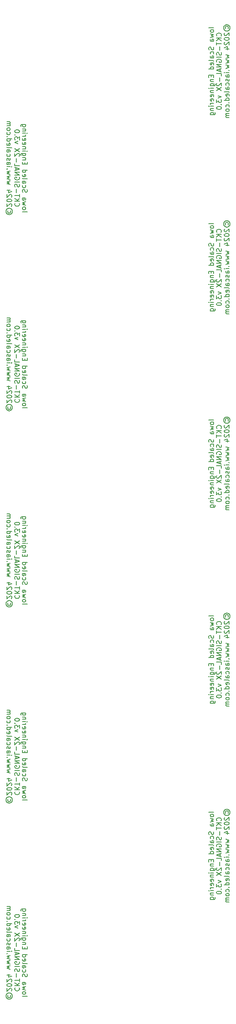
<source format=gbo>
G04 #@! TF.GenerationSoftware,KiCad,Pcbnew,6.0.2+dfsg-1*
G04 #@! TF.CreationDate,2024-07-01T09:46:04-06:00*
G04 #@! TF.ProjectId,ckt-signal-2x-array,636b742d-7369-4676-9e61-6c2d32782d61,rev?*
G04 #@! TF.SameCoordinates,Original*
G04 #@! TF.FileFunction,Legend,Bot*
G04 #@! TF.FilePolarity,Positive*
%FSLAX46Y46*%
G04 Gerber Fmt 4.6, Leading zero omitted, Abs format (unit mm)*
G04 Created by KiCad (PCBNEW 6.0.2+dfsg-1) date 2024-07-01 09:46:04*
%MOMM*%
%LPD*%
G01*
G04 APERTURE LIST*
%ADD10C,0.150000*%
G04 APERTURE END LIST*
D10*
X128639119Y-149697619D02*
X129639119Y-149697619D01*
X128639119Y-149078571D02*
X128686738Y-149173809D01*
X128734357Y-149221428D01*
X128829595Y-149269047D01*
X129115309Y-149269047D01*
X129210547Y-149221428D01*
X129258166Y-149173809D01*
X129305785Y-149078571D01*
X129305785Y-148935714D01*
X129258166Y-148840476D01*
X129210547Y-148792857D01*
X129115309Y-148745238D01*
X128829595Y-148745238D01*
X128734357Y-148792857D01*
X128686738Y-148840476D01*
X128639119Y-148935714D01*
X128639119Y-149078571D01*
X129305785Y-148411904D02*
X128639119Y-148221428D01*
X129115309Y-148030952D01*
X128639119Y-147840476D01*
X129305785Y-147650000D01*
X128639119Y-146840476D02*
X129162928Y-146840476D01*
X129258166Y-146888095D01*
X129305785Y-146983333D01*
X129305785Y-147173809D01*
X129258166Y-147269047D01*
X128686738Y-146840476D02*
X128639119Y-146935714D01*
X128639119Y-147173809D01*
X128686738Y-147269047D01*
X128781976Y-147316666D01*
X128877214Y-147316666D01*
X128972452Y-147269047D01*
X129020071Y-147173809D01*
X129020071Y-146935714D01*
X129067690Y-146840476D01*
X128686738Y-145650000D02*
X128639119Y-145507142D01*
X128639119Y-145269047D01*
X128686738Y-145173809D01*
X128734357Y-145126190D01*
X128829595Y-145078571D01*
X128924833Y-145078571D01*
X129020071Y-145126190D01*
X129067690Y-145173809D01*
X129115309Y-145269047D01*
X129162928Y-145459523D01*
X129210547Y-145554761D01*
X129258166Y-145602380D01*
X129353404Y-145650000D01*
X129448642Y-145650000D01*
X129543880Y-145602380D01*
X129591500Y-145554761D01*
X129639119Y-145459523D01*
X129639119Y-145221428D01*
X129591500Y-145078571D01*
X128686738Y-144221428D02*
X128639119Y-144316666D01*
X128639119Y-144507142D01*
X128686738Y-144602380D01*
X128734357Y-144650000D01*
X128829595Y-144697619D01*
X129115309Y-144697619D01*
X129210547Y-144650000D01*
X129258166Y-144602380D01*
X129305785Y-144507142D01*
X129305785Y-144316666D01*
X129258166Y-144221428D01*
X128639119Y-143364285D02*
X129162928Y-143364285D01*
X129258166Y-143411904D01*
X129305785Y-143507142D01*
X129305785Y-143697619D01*
X129258166Y-143792857D01*
X128686738Y-143364285D02*
X128639119Y-143459523D01*
X128639119Y-143697619D01*
X128686738Y-143792857D01*
X128781976Y-143840476D01*
X128877214Y-143840476D01*
X128972452Y-143792857D01*
X129020071Y-143697619D01*
X129020071Y-143459523D01*
X129067690Y-143364285D01*
X128639119Y-142745238D02*
X128686738Y-142840476D01*
X128781976Y-142888095D01*
X129639119Y-142888095D01*
X128686738Y-141983333D02*
X128639119Y-142078571D01*
X128639119Y-142269047D01*
X128686738Y-142364285D01*
X128781976Y-142411904D01*
X129162928Y-142411904D01*
X129258166Y-142364285D01*
X129305785Y-142269047D01*
X129305785Y-142078571D01*
X129258166Y-141983333D01*
X129162928Y-141935714D01*
X129067690Y-141935714D01*
X128972452Y-142411904D01*
X128639119Y-141078571D02*
X129639119Y-141078571D01*
X128686738Y-141078571D02*
X128639119Y-141173809D01*
X128639119Y-141364285D01*
X128686738Y-141459523D01*
X128734357Y-141507142D01*
X128829595Y-141554761D01*
X129115309Y-141554761D01*
X129210547Y-141507142D01*
X129258166Y-141459523D01*
X129305785Y-141364285D01*
X129305785Y-141173809D01*
X129258166Y-141078571D01*
X129162928Y-139840476D02*
X129162928Y-139507142D01*
X128639119Y-139364285D02*
X128639119Y-139840476D01*
X129639119Y-139840476D01*
X129639119Y-139364285D01*
X129305785Y-138935714D02*
X128639119Y-138935714D01*
X129210547Y-138935714D02*
X129258166Y-138888095D01*
X129305785Y-138792857D01*
X129305785Y-138650000D01*
X129258166Y-138554761D01*
X129162928Y-138507142D01*
X128639119Y-138507142D01*
X129305785Y-137602380D02*
X128496261Y-137602380D01*
X128401023Y-137650000D01*
X128353404Y-137697619D01*
X128305785Y-137792857D01*
X128305785Y-137935714D01*
X128353404Y-138030952D01*
X128686738Y-137602380D02*
X128639119Y-137697619D01*
X128639119Y-137888095D01*
X128686738Y-137983333D01*
X128734357Y-138030952D01*
X128829595Y-138078571D01*
X129115309Y-138078571D01*
X129210547Y-138030952D01*
X129258166Y-137983333D01*
X129305785Y-137888095D01*
X129305785Y-137697619D01*
X129258166Y-137602380D01*
X128639119Y-137126190D02*
X129305785Y-137126190D01*
X129639119Y-137126190D02*
X129591500Y-137173809D01*
X129543880Y-137126190D01*
X129591500Y-137078571D01*
X129639119Y-137126190D01*
X129543880Y-137126190D01*
X129305785Y-136650000D02*
X128639119Y-136650000D01*
X129210547Y-136650000D02*
X129258166Y-136602380D01*
X129305785Y-136507142D01*
X129305785Y-136364285D01*
X129258166Y-136269047D01*
X129162928Y-136221428D01*
X128639119Y-136221428D01*
X128686738Y-135364285D02*
X128639119Y-135459523D01*
X128639119Y-135650000D01*
X128686738Y-135745238D01*
X128781976Y-135792857D01*
X129162928Y-135792857D01*
X129258166Y-135745238D01*
X129305785Y-135650000D01*
X129305785Y-135459523D01*
X129258166Y-135364285D01*
X129162928Y-135316666D01*
X129067690Y-135316666D01*
X128972452Y-135792857D01*
X128686738Y-134507142D02*
X128639119Y-134602380D01*
X128639119Y-134792857D01*
X128686738Y-134888095D01*
X128781976Y-134935714D01*
X129162928Y-134935714D01*
X129258166Y-134888095D01*
X129305785Y-134792857D01*
X129305785Y-134602380D01*
X129258166Y-134507142D01*
X129162928Y-134459523D01*
X129067690Y-134459523D01*
X128972452Y-134935714D01*
X128639119Y-134030952D02*
X129305785Y-134030952D01*
X129115309Y-134030952D02*
X129210547Y-133983333D01*
X129258166Y-133935714D01*
X129305785Y-133840476D01*
X129305785Y-133745238D01*
X128639119Y-133411904D02*
X129305785Y-133411904D01*
X129639119Y-133411904D02*
X129591500Y-133459523D01*
X129543880Y-133411904D01*
X129591500Y-133364285D01*
X129639119Y-133411904D01*
X129543880Y-133411904D01*
X129305785Y-132935714D02*
X128639119Y-132935714D01*
X129210547Y-132935714D02*
X129258166Y-132888095D01*
X129305785Y-132792857D01*
X129305785Y-132650000D01*
X129258166Y-132554761D01*
X129162928Y-132507142D01*
X128639119Y-132507142D01*
X129305785Y-131602380D02*
X128496261Y-131602380D01*
X128401023Y-131650000D01*
X128353404Y-131697619D01*
X128305785Y-131792857D01*
X128305785Y-131935714D01*
X128353404Y-132030952D01*
X128686738Y-131602380D02*
X128639119Y-131697619D01*
X128639119Y-131888095D01*
X128686738Y-131983333D01*
X128734357Y-132030952D01*
X128829595Y-132078571D01*
X129115309Y-132078571D01*
X129210547Y-132030952D01*
X129258166Y-131983333D01*
X129305785Y-131888095D01*
X129305785Y-131697619D01*
X129258166Y-131602380D01*
X127124357Y-147935714D02*
X127076738Y-147983333D01*
X127029119Y-148126190D01*
X127029119Y-148221428D01*
X127076738Y-148364285D01*
X127171976Y-148459523D01*
X127267214Y-148507142D01*
X127457690Y-148554761D01*
X127600547Y-148554761D01*
X127791023Y-148507142D01*
X127886261Y-148459523D01*
X127981500Y-148364285D01*
X128029119Y-148221428D01*
X128029119Y-148126190D01*
X127981500Y-147983333D01*
X127933880Y-147935714D01*
X127029119Y-147507142D02*
X128029119Y-147507142D01*
X127029119Y-146935714D02*
X127600547Y-147364285D01*
X128029119Y-146935714D02*
X127457690Y-147507142D01*
X128029119Y-146650000D02*
X128029119Y-146078571D01*
X127029119Y-146364285D02*
X128029119Y-146364285D01*
X127410071Y-145745238D02*
X127410071Y-144983333D01*
X127076738Y-144554761D02*
X127029119Y-144411904D01*
X127029119Y-144173809D01*
X127076738Y-144078571D01*
X127124357Y-144030952D01*
X127219595Y-143983333D01*
X127314833Y-143983333D01*
X127410071Y-144030952D01*
X127457690Y-144078571D01*
X127505309Y-144173809D01*
X127552928Y-144364285D01*
X127600547Y-144459523D01*
X127648166Y-144507142D01*
X127743404Y-144554761D01*
X127838642Y-144554761D01*
X127933880Y-144507142D01*
X127981500Y-144459523D01*
X128029119Y-144364285D01*
X128029119Y-144126190D01*
X127981500Y-143983333D01*
X127029119Y-143554761D02*
X128029119Y-143554761D01*
X127981500Y-142554761D02*
X128029119Y-142650000D01*
X128029119Y-142792857D01*
X127981500Y-142935714D01*
X127886261Y-143030952D01*
X127791023Y-143078571D01*
X127600547Y-143126190D01*
X127457690Y-143126190D01*
X127267214Y-143078571D01*
X127171976Y-143030952D01*
X127076738Y-142935714D01*
X127029119Y-142792857D01*
X127029119Y-142697619D01*
X127076738Y-142554761D01*
X127124357Y-142507142D01*
X127457690Y-142507142D01*
X127457690Y-142697619D01*
X127029119Y-142078571D02*
X128029119Y-142078571D01*
X127029119Y-141507142D01*
X128029119Y-141507142D01*
X127314833Y-141078571D02*
X127314833Y-140602380D01*
X127029119Y-141173809D02*
X128029119Y-140840476D01*
X127029119Y-140507142D01*
X127029119Y-139697619D02*
X127029119Y-140173809D01*
X128029119Y-140173809D01*
X127410071Y-139364285D02*
X127410071Y-138602380D01*
X127933880Y-138173809D02*
X127981500Y-138126190D01*
X128029119Y-138030952D01*
X128029119Y-137792857D01*
X127981500Y-137697619D01*
X127933880Y-137650000D01*
X127838642Y-137602380D01*
X127743404Y-137602380D01*
X127600547Y-137650000D01*
X127029119Y-138221428D01*
X127029119Y-137602380D01*
X128029119Y-137269047D02*
X127029119Y-136602380D01*
X128029119Y-136602380D02*
X127029119Y-137269047D01*
X127695785Y-135554761D02*
X127029119Y-135316666D01*
X127695785Y-135078571D01*
X128029119Y-134792857D02*
X128029119Y-134173809D01*
X127648166Y-134507142D01*
X127648166Y-134364285D01*
X127600547Y-134269047D01*
X127552928Y-134221428D01*
X127457690Y-134173809D01*
X127219595Y-134173809D01*
X127124357Y-134221428D01*
X127076738Y-134269047D01*
X127029119Y-134364285D01*
X127029119Y-134650000D01*
X127076738Y-134745238D01*
X127124357Y-134792857D01*
X127124357Y-133745238D02*
X127076738Y-133697619D01*
X127029119Y-133745238D01*
X127076738Y-133792857D01*
X127124357Y-133745238D01*
X127029119Y-133745238D01*
X128029119Y-133078571D02*
X128029119Y-132983333D01*
X127981500Y-132888095D01*
X127933880Y-132840476D01*
X127838642Y-132792857D01*
X127648166Y-132745238D01*
X127410071Y-132745238D01*
X127219595Y-132792857D01*
X127124357Y-132840476D01*
X127076738Y-132888095D01*
X127029119Y-132983333D01*
X127029119Y-133078571D01*
X127076738Y-133173809D01*
X127124357Y-133221428D01*
X127219595Y-133269047D01*
X127410071Y-133316666D01*
X127648166Y-133316666D01*
X127838642Y-133269047D01*
X127933880Y-133221428D01*
X127981500Y-133173809D01*
X128029119Y-133078571D01*
X126181023Y-149459523D02*
X126228642Y-149554761D01*
X126228642Y-149745238D01*
X126181023Y-149840476D01*
X126085785Y-149935714D01*
X125990547Y-149983333D01*
X125800071Y-149983333D01*
X125704833Y-149935714D01*
X125609595Y-149840476D01*
X125561976Y-149745238D01*
X125561976Y-149554761D01*
X125609595Y-149459523D01*
X126561976Y-149650000D02*
X126514357Y-149888095D01*
X126371500Y-150126190D01*
X126133404Y-150269047D01*
X125895309Y-150316666D01*
X125657214Y-150269047D01*
X125419119Y-150126190D01*
X125276261Y-149888095D01*
X125228642Y-149650000D01*
X125276261Y-149411904D01*
X125419119Y-149173809D01*
X125657214Y-149030952D01*
X125895309Y-148983333D01*
X126133404Y-149030952D01*
X126371500Y-149173809D01*
X126514357Y-149411904D01*
X126561976Y-149650000D01*
X126323880Y-148602380D02*
X126371500Y-148554761D01*
X126419119Y-148459523D01*
X126419119Y-148221428D01*
X126371500Y-148126190D01*
X126323880Y-148078571D01*
X126228642Y-148030952D01*
X126133404Y-148030952D01*
X125990547Y-148078571D01*
X125419119Y-148650000D01*
X125419119Y-148030952D01*
X126419119Y-147411904D02*
X126419119Y-147316666D01*
X126371500Y-147221428D01*
X126323880Y-147173809D01*
X126228642Y-147126190D01*
X126038166Y-147078571D01*
X125800071Y-147078571D01*
X125609595Y-147126190D01*
X125514357Y-147173809D01*
X125466738Y-147221428D01*
X125419119Y-147316666D01*
X125419119Y-147411904D01*
X125466738Y-147507142D01*
X125514357Y-147554761D01*
X125609595Y-147602380D01*
X125800071Y-147650000D01*
X126038166Y-147650000D01*
X126228642Y-147602380D01*
X126323880Y-147554761D01*
X126371500Y-147507142D01*
X126419119Y-147411904D01*
X126323880Y-146697619D02*
X126371500Y-146650000D01*
X126419119Y-146554761D01*
X126419119Y-146316666D01*
X126371500Y-146221428D01*
X126323880Y-146173809D01*
X126228642Y-146126190D01*
X126133404Y-146126190D01*
X125990547Y-146173809D01*
X125419119Y-146745238D01*
X125419119Y-146126190D01*
X126085785Y-145269047D02*
X125419119Y-145269047D01*
X126466738Y-145507142D02*
X125752452Y-145745238D01*
X125752452Y-145126190D01*
X126085785Y-144078571D02*
X125419119Y-143888095D01*
X125895309Y-143697619D01*
X125419119Y-143507142D01*
X126085785Y-143316666D01*
X126085785Y-143030952D02*
X125419119Y-142840476D01*
X125895309Y-142650000D01*
X125419119Y-142459523D01*
X126085785Y-142269047D01*
X126085785Y-141983333D02*
X125419119Y-141792857D01*
X125895309Y-141602380D01*
X125419119Y-141411904D01*
X126085785Y-141221428D01*
X125514357Y-140840476D02*
X125466738Y-140792857D01*
X125419119Y-140840476D01*
X125466738Y-140888095D01*
X125514357Y-140840476D01*
X125419119Y-140840476D01*
X125419119Y-140364285D02*
X126085785Y-140364285D01*
X126419119Y-140364285D02*
X126371500Y-140411904D01*
X126323880Y-140364285D01*
X126371500Y-140316666D01*
X126419119Y-140364285D01*
X126323880Y-140364285D01*
X125419119Y-139459523D02*
X125942928Y-139459523D01*
X126038166Y-139507142D01*
X126085785Y-139602380D01*
X126085785Y-139792857D01*
X126038166Y-139888095D01*
X125466738Y-139459523D02*
X125419119Y-139554761D01*
X125419119Y-139792857D01*
X125466738Y-139888095D01*
X125561976Y-139935714D01*
X125657214Y-139935714D01*
X125752452Y-139888095D01*
X125800071Y-139792857D01*
X125800071Y-139554761D01*
X125847690Y-139459523D01*
X125466738Y-139030952D02*
X125419119Y-138935714D01*
X125419119Y-138745238D01*
X125466738Y-138650000D01*
X125561976Y-138602380D01*
X125609595Y-138602380D01*
X125704833Y-138650000D01*
X125752452Y-138745238D01*
X125752452Y-138888095D01*
X125800071Y-138983333D01*
X125895309Y-139030952D01*
X125942928Y-139030952D01*
X126038166Y-138983333D01*
X126085785Y-138888095D01*
X126085785Y-138745238D01*
X126038166Y-138650000D01*
X125466738Y-137745238D02*
X125419119Y-137840476D01*
X125419119Y-138030952D01*
X125466738Y-138126190D01*
X125514357Y-138173809D01*
X125609595Y-138221428D01*
X125895309Y-138221428D01*
X125990547Y-138173809D01*
X126038166Y-138126190D01*
X126085785Y-138030952D01*
X126085785Y-137840476D01*
X126038166Y-137745238D01*
X125419119Y-136888095D02*
X125942928Y-136888095D01*
X126038166Y-136935714D01*
X126085785Y-137030952D01*
X126085785Y-137221428D01*
X126038166Y-137316666D01*
X125466738Y-136888095D02*
X125419119Y-136983333D01*
X125419119Y-137221428D01*
X125466738Y-137316666D01*
X125561976Y-137364285D01*
X125657214Y-137364285D01*
X125752452Y-137316666D01*
X125800071Y-137221428D01*
X125800071Y-136983333D01*
X125847690Y-136888095D01*
X125419119Y-136269047D02*
X125466738Y-136364285D01*
X125561976Y-136411904D01*
X126419119Y-136411904D01*
X125466738Y-135507142D02*
X125419119Y-135602380D01*
X125419119Y-135792857D01*
X125466738Y-135888095D01*
X125561976Y-135935714D01*
X125942928Y-135935714D01*
X126038166Y-135888095D01*
X126085785Y-135792857D01*
X126085785Y-135602380D01*
X126038166Y-135507142D01*
X125942928Y-135459523D01*
X125847690Y-135459523D01*
X125752452Y-135935714D01*
X125419119Y-134602380D02*
X126419119Y-134602380D01*
X125466738Y-134602380D02*
X125419119Y-134697619D01*
X125419119Y-134888095D01*
X125466738Y-134983333D01*
X125514357Y-135030952D01*
X125609595Y-135078571D01*
X125895309Y-135078571D01*
X125990547Y-135030952D01*
X126038166Y-134983333D01*
X126085785Y-134888095D01*
X126085785Y-134697619D01*
X126038166Y-134602380D01*
X125514357Y-134126190D02*
X125466738Y-134078571D01*
X125419119Y-134126190D01*
X125466738Y-134173809D01*
X125514357Y-134126190D01*
X125419119Y-134126190D01*
X125466738Y-133221428D02*
X125419119Y-133316666D01*
X125419119Y-133507142D01*
X125466738Y-133602380D01*
X125514357Y-133650000D01*
X125609595Y-133697619D01*
X125895309Y-133697619D01*
X125990547Y-133650000D01*
X126038166Y-133602380D01*
X126085785Y-133507142D01*
X126085785Y-133316666D01*
X126038166Y-133221428D01*
X125419119Y-132650000D02*
X125466738Y-132745238D01*
X125514357Y-132792857D01*
X125609595Y-132840476D01*
X125895309Y-132840476D01*
X125990547Y-132792857D01*
X126038166Y-132745238D01*
X126085785Y-132650000D01*
X126085785Y-132507142D01*
X126038166Y-132411904D01*
X125990547Y-132364285D01*
X125895309Y-132316666D01*
X125609595Y-132316666D01*
X125514357Y-132364285D01*
X125466738Y-132411904D01*
X125419119Y-132507142D01*
X125419119Y-132650000D01*
X125419119Y-131888095D02*
X126085785Y-131888095D01*
X125990547Y-131888095D02*
X126038166Y-131840476D01*
X126085785Y-131745238D01*
X126085785Y-131602380D01*
X126038166Y-131507142D01*
X125942928Y-131459523D01*
X125419119Y-131459523D01*
X125942928Y-131459523D02*
X126038166Y-131411904D01*
X126085785Y-131316666D01*
X126085785Y-131173809D01*
X126038166Y-131078571D01*
X125942928Y-131030952D01*
X125419119Y-131030952D01*
X168360880Y-111510980D02*
X167360880Y-111510980D01*
X168360880Y-112130028D02*
X168313261Y-112034790D01*
X168265642Y-111987171D01*
X168170404Y-111939552D01*
X167884690Y-111939552D01*
X167789452Y-111987171D01*
X167741833Y-112034790D01*
X167694214Y-112130028D01*
X167694214Y-112272885D01*
X167741833Y-112368123D01*
X167789452Y-112415742D01*
X167884690Y-112463361D01*
X168170404Y-112463361D01*
X168265642Y-112415742D01*
X168313261Y-112368123D01*
X168360880Y-112272885D01*
X168360880Y-112130028D01*
X167694214Y-112796695D02*
X168360880Y-112987171D01*
X167884690Y-113177647D01*
X168360880Y-113368123D01*
X167694214Y-113558600D01*
X168360880Y-114368123D02*
X167837071Y-114368123D01*
X167741833Y-114320504D01*
X167694214Y-114225266D01*
X167694214Y-114034790D01*
X167741833Y-113939552D01*
X168313261Y-114368123D02*
X168360880Y-114272885D01*
X168360880Y-114034790D01*
X168313261Y-113939552D01*
X168218023Y-113891933D01*
X168122785Y-113891933D01*
X168027547Y-113939552D01*
X167979928Y-114034790D01*
X167979928Y-114272885D01*
X167932309Y-114368123D01*
X168313261Y-115558600D02*
X168360880Y-115701457D01*
X168360880Y-115939552D01*
X168313261Y-116034790D01*
X168265642Y-116082409D01*
X168170404Y-116130028D01*
X168075166Y-116130028D01*
X167979928Y-116082409D01*
X167932309Y-116034790D01*
X167884690Y-115939552D01*
X167837071Y-115749076D01*
X167789452Y-115653838D01*
X167741833Y-115606219D01*
X167646595Y-115558600D01*
X167551357Y-115558600D01*
X167456119Y-115606219D01*
X167408500Y-115653838D01*
X167360880Y-115749076D01*
X167360880Y-115987171D01*
X167408500Y-116130028D01*
X168313261Y-116987171D02*
X168360880Y-116891933D01*
X168360880Y-116701457D01*
X168313261Y-116606219D01*
X168265642Y-116558600D01*
X168170404Y-116510980D01*
X167884690Y-116510980D01*
X167789452Y-116558600D01*
X167741833Y-116606219D01*
X167694214Y-116701457D01*
X167694214Y-116891933D01*
X167741833Y-116987171D01*
X168360880Y-117844314D02*
X167837071Y-117844314D01*
X167741833Y-117796695D01*
X167694214Y-117701457D01*
X167694214Y-117510980D01*
X167741833Y-117415742D01*
X168313261Y-117844314D02*
X168360880Y-117749076D01*
X168360880Y-117510980D01*
X168313261Y-117415742D01*
X168218023Y-117368123D01*
X168122785Y-117368123D01*
X168027547Y-117415742D01*
X167979928Y-117510980D01*
X167979928Y-117749076D01*
X167932309Y-117844314D01*
X168360880Y-118463361D02*
X168313261Y-118368123D01*
X168218023Y-118320504D01*
X167360880Y-118320504D01*
X168313261Y-119225266D02*
X168360880Y-119130028D01*
X168360880Y-118939552D01*
X168313261Y-118844314D01*
X168218023Y-118796695D01*
X167837071Y-118796695D01*
X167741833Y-118844314D01*
X167694214Y-118939552D01*
X167694214Y-119130028D01*
X167741833Y-119225266D01*
X167837071Y-119272885D01*
X167932309Y-119272885D01*
X168027547Y-118796695D01*
X168360880Y-120130028D02*
X167360880Y-120130028D01*
X168313261Y-120130028D02*
X168360880Y-120034790D01*
X168360880Y-119844314D01*
X168313261Y-119749076D01*
X168265642Y-119701457D01*
X168170404Y-119653838D01*
X167884690Y-119653838D01*
X167789452Y-119701457D01*
X167741833Y-119749076D01*
X167694214Y-119844314D01*
X167694214Y-120034790D01*
X167741833Y-120130028D01*
X167837071Y-121368123D02*
X167837071Y-121701457D01*
X168360880Y-121844314D02*
X168360880Y-121368123D01*
X167360880Y-121368123D01*
X167360880Y-121844314D01*
X167694214Y-122272885D02*
X168360880Y-122272885D01*
X167789452Y-122272885D02*
X167741833Y-122320504D01*
X167694214Y-122415742D01*
X167694214Y-122558600D01*
X167741833Y-122653838D01*
X167837071Y-122701457D01*
X168360880Y-122701457D01*
X167694214Y-123606219D02*
X168503738Y-123606219D01*
X168598976Y-123558600D01*
X168646595Y-123510980D01*
X168694214Y-123415742D01*
X168694214Y-123272885D01*
X168646595Y-123177647D01*
X168313261Y-123606219D02*
X168360880Y-123510980D01*
X168360880Y-123320504D01*
X168313261Y-123225266D01*
X168265642Y-123177647D01*
X168170404Y-123130028D01*
X167884690Y-123130028D01*
X167789452Y-123177647D01*
X167741833Y-123225266D01*
X167694214Y-123320504D01*
X167694214Y-123510980D01*
X167741833Y-123606219D01*
X168360880Y-124082409D02*
X167694214Y-124082409D01*
X167360880Y-124082409D02*
X167408500Y-124034790D01*
X167456119Y-124082409D01*
X167408500Y-124130028D01*
X167360880Y-124082409D01*
X167456119Y-124082409D01*
X167694214Y-124558600D02*
X168360880Y-124558600D01*
X167789452Y-124558600D02*
X167741833Y-124606219D01*
X167694214Y-124701457D01*
X167694214Y-124844314D01*
X167741833Y-124939552D01*
X167837071Y-124987171D01*
X168360880Y-124987171D01*
X168313261Y-125844314D02*
X168360880Y-125749076D01*
X168360880Y-125558600D01*
X168313261Y-125463361D01*
X168218023Y-125415742D01*
X167837071Y-125415742D01*
X167741833Y-125463361D01*
X167694214Y-125558600D01*
X167694214Y-125749076D01*
X167741833Y-125844314D01*
X167837071Y-125891933D01*
X167932309Y-125891933D01*
X168027547Y-125415742D01*
X168313261Y-126701457D02*
X168360880Y-126606219D01*
X168360880Y-126415742D01*
X168313261Y-126320504D01*
X168218023Y-126272885D01*
X167837071Y-126272885D01*
X167741833Y-126320504D01*
X167694214Y-126415742D01*
X167694214Y-126606219D01*
X167741833Y-126701457D01*
X167837071Y-126749076D01*
X167932309Y-126749076D01*
X168027547Y-126272885D01*
X168360880Y-127177647D02*
X167694214Y-127177647D01*
X167884690Y-127177647D02*
X167789452Y-127225266D01*
X167741833Y-127272885D01*
X167694214Y-127368123D01*
X167694214Y-127463361D01*
X168360880Y-127796695D02*
X167694214Y-127796695D01*
X167360880Y-127796695D02*
X167408500Y-127749076D01*
X167456119Y-127796695D01*
X167408500Y-127844314D01*
X167360880Y-127796695D01*
X167456119Y-127796695D01*
X167694214Y-128272885D02*
X168360880Y-128272885D01*
X167789452Y-128272885D02*
X167741833Y-128320504D01*
X167694214Y-128415742D01*
X167694214Y-128558600D01*
X167741833Y-128653838D01*
X167837071Y-128701457D01*
X168360880Y-128701457D01*
X167694214Y-129606219D02*
X168503738Y-129606219D01*
X168598976Y-129558600D01*
X168646595Y-129510980D01*
X168694214Y-129415742D01*
X168694214Y-129272885D01*
X168646595Y-129177647D01*
X168313261Y-129606219D02*
X168360880Y-129510980D01*
X168360880Y-129320504D01*
X168313261Y-129225266D01*
X168265642Y-129177647D01*
X168170404Y-129130028D01*
X167884690Y-129130028D01*
X167789452Y-129177647D01*
X167741833Y-129225266D01*
X167694214Y-129320504D01*
X167694214Y-129510980D01*
X167741833Y-129606219D01*
X169875642Y-113272885D02*
X169923261Y-113225266D01*
X169970880Y-113082409D01*
X169970880Y-112987171D01*
X169923261Y-112844314D01*
X169828023Y-112749076D01*
X169732785Y-112701457D01*
X169542309Y-112653838D01*
X169399452Y-112653838D01*
X169208976Y-112701457D01*
X169113738Y-112749076D01*
X169018500Y-112844314D01*
X168970880Y-112987171D01*
X168970880Y-113082409D01*
X169018500Y-113225266D01*
X169066119Y-113272885D01*
X169970880Y-113701457D02*
X168970880Y-113701457D01*
X169970880Y-114272885D02*
X169399452Y-113844314D01*
X168970880Y-114272885D02*
X169542309Y-113701457D01*
X168970880Y-114558600D02*
X168970880Y-115130028D01*
X169970880Y-114844314D02*
X168970880Y-114844314D01*
X169589928Y-115463361D02*
X169589928Y-116225266D01*
X169923261Y-116653838D02*
X169970880Y-116796695D01*
X169970880Y-117034790D01*
X169923261Y-117130028D01*
X169875642Y-117177647D01*
X169780404Y-117225266D01*
X169685166Y-117225266D01*
X169589928Y-117177647D01*
X169542309Y-117130028D01*
X169494690Y-117034790D01*
X169447071Y-116844314D01*
X169399452Y-116749076D01*
X169351833Y-116701457D01*
X169256595Y-116653838D01*
X169161357Y-116653838D01*
X169066119Y-116701457D01*
X169018500Y-116749076D01*
X168970880Y-116844314D01*
X168970880Y-117082409D01*
X169018500Y-117225266D01*
X169970880Y-117653838D02*
X168970880Y-117653838D01*
X169018500Y-118653838D02*
X168970880Y-118558600D01*
X168970880Y-118415742D01*
X169018500Y-118272885D01*
X169113738Y-118177647D01*
X169208976Y-118130028D01*
X169399452Y-118082409D01*
X169542309Y-118082409D01*
X169732785Y-118130028D01*
X169828023Y-118177647D01*
X169923261Y-118272885D01*
X169970880Y-118415742D01*
X169970880Y-118510980D01*
X169923261Y-118653838D01*
X169875642Y-118701457D01*
X169542309Y-118701457D01*
X169542309Y-118510980D01*
X169970880Y-119130028D02*
X168970880Y-119130028D01*
X169970880Y-119701457D01*
X168970880Y-119701457D01*
X169685166Y-120130028D02*
X169685166Y-120606219D01*
X169970880Y-120034790D02*
X168970880Y-120368123D01*
X169970880Y-120701457D01*
X169970880Y-121510980D02*
X169970880Y-121034790D01*
X168970880Y-121034790D01*
X169589928Y-121844314D02*
X169589928Y-122606219D01*
X169066119Y-123034790D02*
X169018500Y-123082409D01*
X168970880Y-123177647D01*
X168970880Y-123415742D01*
X169018500Y-123510980D01*
X169066119Y-123558600D01*
X169161357Y-123606219D01*
X169256595Y-123606219D01*
X169399452Y-123558600D01*
X169970880Y-122987171D01*
X169970880Y-123606219D01*
X168970880Y-123939552D02*
X169970880Y-124606219D01*
X168970880Y-124606219D02*
X169970880Y-123939552D01*
X169304214Y-125653838D02*
X169970880Y-125891933D01*
X169304214Y-126130028D01*
X168970880Y-126415742D02*
X168970880Y-127034790D01*
X169351833Y-126701457D01*
X169351833Y-126844314D01*
X169399452Y-126939552D01*
X169447071Y-126987171D01*
X169542309Y-127034790D01*
X169780404Y-127034790D01*
X169875642Y-126987171D01*
X169923261Y-126939552D01*
X169970880Y-126844314D01*
X169970880Y-126558600D01*
X169923261Y-126463361D01*
X169875642Y-126415742D01*
X169875642Y-127463361D02*
X169923261Y-127510980D01*
X169970880Y-127463361D01*
X169923261Y-127415742D01*
X169875642Y-127463361D01*
X169970880Y-127463361D01*
X168970880Y-128130028D02*
X168970880Y-128225266D01*
X169018500Y-128320504D01*
X169066119Y-128368123D01*
X169161357Y-128415742D01*
X169351833Y-128463361D01*
X169589928Y-128463361D01*
X169780404Y-128415742D01*
X169875642Y-128368123D01*
X169923261Y-128320504D01*
X169970880Y-128225266D01*
X169970880Y-128130028D01*
X169923261Y-128034790D01*
X169875642Y-127987171D01*
X169780404Y-127939552D01*
X169589928Y-127891933D01*
X169351833Y-127891933D01*
X169161357Y-127939552D01*
X169066119Y-127987171D01*
X169018500Y-128034790D01*
X168970880Y-128130028D01*
X170818976Y-111749076D02*
X170771357Y-111653838D01*
X170771357Y-111463361D01*
X170818976Y-111368123D01*
X170914214Y-111272885D01*
X171009452Y-111225266D01*
X171199928Y-111225266D01*
X171295166Y-111272885D01*
X171390404Y-111368123D01*
X171438023Y-111463361D01*
X171438023Y-111653838D01*
X171390404Y-111749076D01*
X170438023Y-111558600D02*
X170485642Y-111320504D01*
X170628500Y-111082409D01*
X170866595Y-110939552D01*
X171104690Y-110891933D01*
X171342785Y-110939552D01*
X171580880Y-111082409D01*
X171723738Y-111320504D01*
X171771357Y-111558600D01*
X171723738Y-111796695D01*
X171580880Y-112034790D01*
X171342785Y-112177647D01*
X171104690Y-112225266D01*
X170866595Y-112177647D01*
X170628500Y-112034790D01*
X170485642Y-111796695D01*
X170438023Y-111558600D01*
X170676119Y-112606219D02*
X170628500Y-112653838D01*
X170580880Y-112749076D01*
X170580880Y-112987171D01*
X170628500Y-113082409D01*
X170676119Y-113130028D01*
X170771357Y-113177647D01*
X170866595Y-113177647D01*
X171009452Y-113130028D01*
X171580880Y-112558600D01*
X171580880Y-113177647D01*
X170580880Y-113796695D02*
X170580880Y-113891933D01*
X170628500Y-113987171D01*
X170676119Y-114034790D01*
X170771357Y-114082409D01*
X170961833Y-114130028D01*
X171199928Y-114130028D01*
X171390404Y-114082409D01*
X171485642Y-114034790D01*
X171533261Y-113987171D01*
X171580880Y-113891933D01*
X171580880Y-113796695D01*
X171533261Y-113701457D01*
X171485642Y-113653838D01*
X171390404Y-113606219D01*
X171199928Y-113558600D01*
X170961833Y-113558600D01*
X170771357Y-113606219D01*
X170676119Y-113653838D01*
X170628500Y-113701457D01*
X170580880Y-113796695D01*
X170676119Y-114510980D02*
X170628500Y-114558600D01*
X170580880Y-114653838D01*
X170580880Y-114891933D01*
X170628500Y-114987171D01*
X170676119Y-115034790D01*
X170771357Y-115082409D01*
X170866595Y-115082409D01*
X171009452Y-115034790D01*
X171580880Y-114463361D01*
X171580880Y-115082409D01*
X170914214Y-115939552D02*
X171580880Y-115939552D01*
X170533261Y-115701457D02*
X171247547Y-115463361D01*
X171247547Y-116082409D01*
X170914214Y-117130028D02*
X171580880Y-117320504D01*
X171104690Y-117510980D01*
X171580880Y-117701457D01*
X170914214Y-117891933D01*
X170914214Y-118177647D02*
X171580880Y-118368123D01*
X171104690Y-118558600D01*
X171580880Y-118749076D01*
X170914214Y-118939552D01*
X170914214Y-119225266D02*
X171580880Y-119415742D01*
X171104690Y-119606219D01*
X171580880Y-119796695D01*
X170914214Y-119987171D01*
X171485642Y-120368123D02*
X171533261Y-120415742D01*
X171580880Y-120368123D01*
X171533261Y-120320504D01*
X171485642Y-120368123D01*
X171580880Y-120368123D01*
X171580880Y-120844314D02*
X170914214Y-120844314D01*
X170580880Y-120844314D02*
X170628500Y-120796695D01*
X170676119Y-120844314D01*
X170628500Y-120891933D01*
X170580880Y-120844314D01*
X170676119Y-120844314D01*
X171580880Y-121749076D02*
X171057071Y-121749076D01*
X170961833Y-121701457D01*
X170914214Y-121606219D01*
X170914214Y-121415742D01*
X170961833Y-121320504D01*
X171533261Y-121749076D02*
X171580880Y-121653838D01*
X171580880Y-121415742D01*
X171533261Y-121320504D01*
X171438023Y-121272885D01*
X171342785Y-121272885D01*
X171247547Y-121320504D01*
X171199928Y-121415742D01*
X171199928Y-121653838D01*
X171152309Y-121749076D01*
X171533261Y-122177647D02*
X171580880Y-122272885D01*
X171580880Y-122463361D01*
X171533261Y-122558600D01*
X171438023Y-122606219D01*
X171390404Y-122606219D01*
X171295166Y-122558600D01*
X171247547Y-122463361D01*
X171247547Y-122320504D01*
X171199928Y-122225266D01*
X171104690Y-122177647D01*
X171057071Y-122177647D01*
X170961833Y-122225266D01*
X170914214Y-122320504D01*
X170914214Y-122463361D01*
X170961833Y-122558600D01*
X171533261Y-123463361D02*
X171580880Y-123368123D01*
X171580880Y-123177647D01*
X171533261Y-123082409D01*
X171485642Y-123034790D01*
X171390404Y-122987171D01*
X171104690Y-122987171D01*
X171009452Y-123034790D01*
X170961833Y-123082409D01*
X170914214Y-123177647D01*
X170914214Y-123368123D01*
X170961833Y-123463361D01*
X171580880Y-124320504D02*
X171057071Y-124320504D01*
X170961833Y-124272885D01*
X170914214Y-124177647D01*
X170914214Y-123987171D01*
X170961833Y-123891933D01*
X171533261Y-124320504D02*
X171580880Y-124225266D01*
X171580880Y-123987171D01*
X171533261Y-123891933D01*
X171438023Y-123844314D01*
X171342785Y-123844314D01*
X171247547Y-123891933D01*
X171199928Y-123987171D01*
X171199928Y-124225266D01*
X171152309Y-124320504D01*
X171580880Y-124939552D02*
X171533261Y-124844314D01*
X171438023Y-124796695D01*
X170580880Y-124796695D01*
X171533261Y-125701457D02*
X171580880Y-125606219D01*
X171580880Y-125415742D01*
X171533261Y-125320504D01*
X171438023Y-125272885D01*
X171057071Y-125272885D01*
X170961833Y-125320504D01*
X170914214Y-125415742D01*
X170914214Y-125606219D01*
X170961833Y-125701457D01*
X171057071Y-125749076D01*
X171152309Y-125749076D01*
X171247547Y-125272885D01*
X171580880Y-126606219D02*
X170580880Y-126606219D01*
X171533261Y-126606219D02*
X171580880Y-126510980D01*
X171580880Y-126320504D01*
X171533261Y-126225266D01*
X171485642Y-126177647D01*
X171390404Y-126130028D01*
X171104690Y-126130028D01*
X171009452Y-126177647D01*
X170961833Y-126225266D01*
X170914214Y-126320504D01*
X170914214Y-126510980D01*
X170961833Y-126606219D01*
X171485642Y-127082409D02*
X171533261Y-127130028D01*
X171580880Y-127082409D01*
X171533261Y-127034790D01*
X171485642Y-127082409D01*
X171580880Y-127082409D01*
X171533261Y-127987171D02*
X171580880Y-127891933D01*
X171580880Y-127701457D01*
X171533261Y-127606219D01*
X171485642Y-127558600D01*
X171390404Y-127510980D01*
X171104690Y-127510980D01*
X171009452Y-127558600D01*
X170961833Y-127606219D01*
X170914214Y-127701457D01*
X170914214Y-127891933D01*
X170961833Y-127987171D01*
X171580880Y-128558600D02*
X171533261Y-128463361D01*
X171485642Y-128415742D01*
X171390404Y-128368123D01*
X171104690Y-128368123D01*
X171009452Y-128415742D01*
X170961833Y-128463361D01*
X170914214Y-128558600D01*
X170914214Y-128701457D01*
X170961833Y-128796695D01*
X171009452Y-128844314D01*
X171104690Y-128891933D01*
X171390404Y-128891933D01*
X171485642Y-128844314D01*
X171533261Y-128796695D01*
X171580880Y-128701457D01*
X171580880Y-128558600D01*
X171580880Y-129320504D02*
X170914214Y-129320504D01*
X171009452Y-129320504D02*
X170961833Y-129368123D01*
X170914214Y-129463361D01*
X170914214Y-129606219D01*
X170961833Y-129701457D01*
X171057071Y-129749076D01*
X171580880Y-129749076D01*
X171057071Y-129749076D02*
X170961833Y-129796695D01*
X170914214Y-129891933D01*
X170914214Y-130034790D01*
X170961833Y-130130028D01*
X171057071Y-130177647D01*
X171580880Y-130177647D01*
X128639119Y-109006819D02*
X129639119Y-109006819D01*
X128639119Y-108387771D02*
X128686738Y-108483009D01*
X128734357Y-108530628D01*
X128829595Y-108578247D01*
X129115309Y-108578247D01*
X129210547Y-108530628D01*
X129258166Y-108483009D01*
X129305785Y-108387771D01*
X129305785Y-108244914D01*
X129258166Y-108149676D01*
X129210547Y-108102057D01*
X129115309Y-108054438D01*
X128829595Y-108054438D01*
X128734357Y-108102057D01*
X128686738Y-108149676D01*
X128639119Y-108244914D01*
X128639119Y-108387771D01*
X129305785Y-107721104D02*
X128639119Y-107530628D01*
X129115309Y-107340152D01*
X128639119Y-107149676D01*
X129305785Y-106959200D01*
X128639119Y-106149676D02*
X129162928Y-106149676D01*
X129258166Y-106197295D01*
X129305785Y-106292533D01*
X129305785Y-106483009D01*
X129258166Y-106578247D01*
X128686738Y-106149676D02*
X128639119Y-106244914D01*
X128639119Y-106483009D01*
X128686738Y-106578247D01*
X128781976Y-106625866D01*
X128877214Y-106625866D01*
X128972452Y-106578247D01*
X129020071Y-106483009D01*
X129020071Y-106244914D01*
X129067690Y-106149676D01*
X128686738Y-104959200D02*
X128639119Y-104816342D01*
X128639119Y-104578247D01*
X128686738Y-104483009D01*
X128734357Y-104435390D01*
X128829595Y-104387771D01*
X128924833Y-104387771D01*
X129020071Y-104435390D01*
X129067690Y-104483009D01*
X129115309Y-104578247D01*
X129162928Y-104768723D01*
X129210547Y-104863961D01*
X129258166Y-104911580D01*
X129353404Y-104959200D01*
X129448642Y-104959200D01*
X129543880Y-104911580D01*
X129591500Y-104863961D01*
X129639119Y-104768723D01*
X129639119Y-104530628D01*
X129591500Y-104387771D01*
X128686738Y-103530628D02*
X128639119Y-103625866D01*
X128639119Y-103816342D01*
X128686738Y-103911580D01*
X128734357Y-103959200D01*
X128829595Y-104006819D01*
X129115309Y-104006819D01*
X129210547Y-103959200D01*
X129258166Y-103911580D01*
X129305785Y-103816342D01*
X129305785Y-103625866D01*
X129258166Y-103530628D01*
X128639119Y-102673485D02*
X129162928Y-102673485D01*
X129258166Y-102721104D01*
X129305785Y-102816342D01*
X129305785Y-103006819D01*
X129258166Y-103102057D01*
X128686738Y-102673485D02*
X128639119Y-102768723D01*
X128639119Y-103006819D01*
X128686738Y-103102057D01*
X128781976Y-103149676D01*
X128877214Y-103149676D01*
X128972452Y-103102057D01*
X129020071Y-103006819D01*
X129020071Y-102768723D01*
X129067690Y-102673485D01*
X128639119Y-102054438D02*
X128686738Y-102149676D01*
X128781976Y-102197295D01*
X129639119Y-102197295D01*
X128686738Y-101292533D02*
X128639119Y-101387771D01*
X128639119Y-101578247D01*
X128686738Y-101673485D01*
X128781976Y-101721104D01*
X129162928Y-101721104D01*
X129258166Y-101673485D01*
X129305785Y-101578247D01*
X129305785Y-101387771D01*
X129258166Y-101292533D01*
X129162928Y-101244914D01*
X129067690Y-101244914D01*
X128972452Y-101721104D01*
X128639119Y-100387771D02*
X129639119Y-100387771D01*
X128686738Y-100387771D02*
X128639119Y-100483009D01*
X128639119Y-100673485D01*
X128686738Y-100768723D01*
X128734357Y-100816342D01*
X128829595Y-100863961D01*
X129115309Y-100863961D01*
X129210547Y-100816342D01*
X129258166Y-100768723D01*
X129305785Y-100673485D01*
X129305785Y-100483009D01*
X129258166Y-100387771D01*
X129162928Y-99149676D02*
X129162928Y-98816342D01*
X128639119Y-98673485D02*
X128639119Y-99149676D01*
X129639119Y-99149676D01*
X129639119Y-98673485D01*
X129305785Y-98244914D02*
X128639119Y-98244914D01*
X129210547Y-98244914D02*
X129258166Y-98197295D01*
X129305785Y-98102057D01*
X129305785Y-97959200D01*
X129258166Y-97863961D01*
X129162928Y-97816342D01*
X128639119Y-97816342D01*
X129305785Y-96911580D02*
X128496261Y-96911580D01*
X128401023Y-96959200D01*
X128353404Y-97006819D01*
X128305785Y-97102057D01*
X128305785Y-97244914D01*
X128353404Y-97340152D01*
X128686738Y-96911580D02*
X128639119Y-97006819D01*
X128639119Y-97197295D01*
X128686738Y-97292533D01*
X128734357Y-97340152D01*
X128829595Y-97387771D01*
X129115309Y-97387771D01*
X129210547Y-97340152D01*
X129258166Y-97292533D01*
X129305785Y-97197295D01*
X129305785Y-97006819D01*
X129258166Y-96911580D01*
X128639119Y-96435390D02*
X129305785Y-96435390D01*
X129639119Y-96435390D02*
X129591500Y-96483009D01*
X129543880Y-96435390D01*
X129591500Y-96387771D01*
X129639119Y-96435390D01*
X129543880Y-96435390D01*
X129305785Y-95959200D02*
X128639119Y-95959200D01*
X129210547Y-95959200D02*
X129258166Y-95911580D01*
X129305785Y-95816342D01*
X129305785Y-95673485D01*
X129258166Y-95578247D01*
X129162928Y-95530628D01*
X128639119Y-95530628D01*
X128686738Y-94673485D02*
X128639119Y-94768723D01*
X128639119Y-94959200D01*
X128686738Y-95054438D01*
X128781976Y-95102057D01*
X129162928Y-95102057D01*
X129258166Y-95054438D01*
X129305785Y-94959200D01*
X129305785Y-94768723D01*
X129258166Y-94673485D01*
X129162928Y-94625866D01*
X129067690Y-94625866D01*
X128972452Y-95102057D01*
X128686738Y-93816342D02*
X128639119Y-93911580D01*
X128639119Y-94102057D01*
X128686738Y-94197295D01*
X128781976Y-94244914D01*
X129162928Y-94244914D01*
X129258166Y-94197295D01*
X129305785Y-94102057D01*
X129305785Y-93911580D01*
X129258166Y-93816342D01*
X129162928Y-93768723D01*
X129067690Y-93768723D01*
X128972452Y-94244914D01*
X128639119Y-93340152D02*
X129305785Y-93340152D01*
X129115309Y-93340152D02*
X129210547Y-93292533D01*
X129258166Y-93244914D01*
X129305785Y-93149676D01*
X129305785Y-93054438D01*
X128639119Y-92721104D02*
X129305785Y-92721104D01*
X129639119Y-92721104D02*
X129591500Y-92768723D01*
X129543880Y-92721104D01*
X129591500Y-92673485D01*
X129639119Y-92721104D01*
X129543880Y-92721104D01*
X129305785Y-92244914D02*
X128639119Y-92244914D01*
X129210547Y-92244914D02*
X129258166Y-92197295D01*
X129305785Y-92102057D01*
X129305785Y-91959200D01*
X129258166Y-91863961D01*
X129162928Y-91816342D01*
X128639119Y-91816342D01*
X129305785Y-90911580D02*
X128496261Y-90911580D01*
X128401023Y-90959200D01*
X128353404Y-91006819D01*
X128305785Y-91102057D01*
X128305785Y-91244914D01*
X128353404Y-91340152D01*
X128686738Y-90911580D02*
X128639119Y-91006819D01*
X128639119Y-91197295D01*
X128686738Y-91292533D01*
X128734357Y-91340152D01*
X128829595Y-91387771D01*
X129115309Y-91387771D01*
X129210547Y-91340152D01*
X129258166Y-91292533D01*
X129305785Y-91197295D01*
X129305785Y-91006819D01*
X129258166Y-90911580D01*
X127124357Y-107244914D02*
X127076738Y-107292533D01*
X127029119Y-107435390D01*
X127029119Y-107530628D01*
X127076738Y-107673485D01*
X127171976Y-107768723D01*
X127267214Y-107816342D01*
X127457690Y-107863961D01*
X127600547Y-107863961D01*
X127791023Y-107816342D01*
X127886261Y-107768723D01*
X127981500Y-107673485D01*
X128029119Y-107530628D01*
X128029119Y-107435390D01*
X127981500Y-107292533D01*
X127933880Y-107244914D01*
X127029119Y-106816342D02*
X128029119Y-106816342D01*
X127029119Y-106244914D02*
X127600547Y-106673485D01*
X128029119Y-106244914D02*
X127457690Y-106816342D01*
X128029119Y-105959200D02*
X128029119Y-105387771D01*
X127029119Y-105673485D02*
X128029119Y-105673485D01*
X127410071Y-105054438D02*
X127410071Y-104292533D01*
X127076738Y-103863961D02*
X127029119Y-103721104D01*
X127029119Y-103483009D01*
X127076738Y-103387771D01*
X127124357Y-103340152D01*
X127219595Y-103292533D01*
X127314833Y-103292533D01*
X127410071Y-103340152D01*
X127457690Y-103387771D01*
X127505309Y-103483009D01*
X127552928Y-103673485D01*
X127600547Y-103768723D01*
X127648166Y-103816342D01*
X127743404Y-103863961D01*
X127838642Y-103863961D01*
X127933880Y-103816342D01*
X127981500Y-103768723D01*
X128029119Y-103673485D01*
X128029119Y-103435390D01*
X127981500Y-103292533D01*
X127029119Y-102863961D02*
X128029119Y-102863961D01*
X127981500Y-101863961D02*
X128029119Y-101959200D01*
X128029119Y-102102057D01*
X127981500Y-102244914D01*
X127886261Y-102340152D01*
X127791023Y-102387771D01*
X127600547Y-102435390D01*
X127457690Y-102435390D01*
X127267214Y-102387771D01*
X127171976Y-102340152D01*
X127076738Y-102244914D01*
X127029119Y-102102057D01*
X127029119Y-102006819D01*
X127076738Y-101863961D01*
X127124357Y-101816342D01*
X127457690Y-101816342D01*
X127457690Y-102006819D01*
X127029119Y-101387771D02*
X128029119Y-101387771D01*
X127029119Y-100816342D01*
X128029119Y-100816342D01*
X127314833Y-100387771D02*
X127314833Y-99911580D01*
X127029119Y-100483009D02*
X128029119Y-100149676D01*
X127029119Y-99816342D01*
X127029119Y-99006819D02*
X127029119Y-99483009D01*
X128029119Y-99483009D01*
X127410071Y-98673485D02*
X127410071Y-97911580D01*
X127933880Y-97483009D02*
X127981500Y-97435390D01*
X128029119Y-97340152D01*
X128029119Y-97102057D01*
X127981500Y-97006819D01*
X127933880Y-96959200D01*
X127838642Y-96911580D01*
X127743404Y-96911580D01*
X127600547Y-96959200D01*
X127029119Y-97530628D01*
X127029119Y-96911580D01*
X128029119Y-96578247D02*
X127029119Y-95911580D01*
X128029119Y-95911580D02*
X127029119Y-96578247D01*
X127695785Y-94863961D02*
X127029119Y-94625866D01*
X127695785Y-94387771D01*
X128029119Y-94102057D02*
X128029119Y-93483009D01*
X127648166Y-93816342D01*
X127648166Y-93673485D01*
X127600547Y-93578247D01*
X127552928Y-93530628D01*
X127457690Y-93483009D01*
X127219595Y-93483009D01*
X127124357Y-93530628D01*
X127076738Y-93578247D01*
X127029119Y-93673485D01*
X127029119Y-93959200D01*
X127076738Y-94054438D01*
X127124357Y-94102057D01*
X127124357Y-93054438D02*
X127076738Y-93006819D01*
X127029119Y-93054438D01*
X127076738Y-93102057D01*
X127124357Y-93054438D01*
X127029119Y-93054438D01*
X128029119Y-92387771D02*
X128029119Y-92292533D01*
X127981500Y-92197295D01*
X127933880Y-92149676D01*
X127838642Y-92102057D01*
X127648166Y-92054438D01*
X127410071Y-92054438D01*
X127219595Y-92102057D01*
X127124357Y-92149676D01*
X127076738Y-92197295D01*
X127029119Y-92292533D01*
X127029119Y-92387771D01*
X127076738Y-92483009D01*
X127124357Y-92530628D01*
X127219595Y-92578247D01*
X127410071Y-92625866D01*
X127648166Y-92625866D01*
X127838642Y-92578247D01*
X127933880Y-92530628D01*
X127981500Y-92483009D01*
X128029119Y-92387771D01*
X126181023Y-108768723D02*
X126228642Y-108863961D01*
X126228642Y-109054438D01*
X126181023Y-109149676D01*
X126085785Y-109244914D01*
X125990547Y-109292533D01*
X125800071Y-109292533D01*
X125704833Y-109244914D01*
X125609595Y-109149676D01*
X125561976Y-109054438D01*
X125561976Y-108863961D01*
X125609595Y-108768723D01*
X126561976Y-108959200D02*
X126514357Y-109197295D01*
X126371500Y-109435390D01*
X126133404Y-109578247D01*
X125895309Y-109625866D01*
X125657214Y-109578247D01*
X125419119Y-109435390D01*
X125276261Y-109197295D01*
X125228642Y-108959200D01*
X125276261Y-108721104D01*
X125419119Y-108483009D01*
X125657214Y-108340152D01*
X125895309Y-108292533D01*
X126133404Y-108340152D01*
X126371500Y-108483009D01*
X126514357Y-108721104D01*
X126561976Y-108959200D01*
X126323880Y-107911580D02*
X126371500Y-107863961D01*
X126419119Y-107768723D01*
X126419119Y-107530628D01*
X126371500Y-107435390D01*
X126323880Y-107387771D01*
X126228642Y-107340152D01*
X126133404Y-107340152D01*
X125990547Y-107387771D01*
X125419119Y-107959200D01*
X125419119Y-107340152D01*
X126419119Y-106721104D02*
X126419119Y-106625866D01*
X126371500Y-106530628D01*
X126323880Y-106483009D01*
X126228642Y-106435390D01*
X126038166Y-106387771D01*
X125800071Y-106387771D01*
X125609595Y-106435390D01*
X125514357Y-106483009D01*
X125466738Y-106530628D01*
X125419119Y-106625866D01*
X125419119Y-106721104D01*
X125466738Y-106816342D01*
X125514357Y-106863961D01*
X125609595Y-106911580D01*
X125800071Y-106959200D01*
X126038166Y-106959200D01*
X126228642Y-106911580D01*
X126323880Y-106863961D01*
X126371500Y-106816342D01*
X126419119Y-106721104D01*
X126323880Y-106006819D02*
X126371500Y-105959200D01*
X126419119Y-105863961D01*
X126419119Y-105625866D01*
X126371500Y-105530628D01*
X126323880Y-105483009D01*
X126228642Y-105435390D01*
X126133404Y-105435390D01*
X125990547Y-105483009D01*
X125419119Y-106054438D01*
X125419119Y-105435390D01*
X126085785Y-104578247D02*
X125419119Y-104578247D01*
X126466738Y-104816342D02*
X125752452Y-105054438D01*
X125752452Y-104435390D01*
X126085785Y-103387771D02*
X125419119Y-103197295D01*
X125895309Y-103006819D01*
X125419119Y-102816342D01*
X126085785Y-102625866D01*
X126085785Y-102340152D02*
X125419119Y-102149676D01*
X125895309Y-101959200D01*
X125419119Y-101768723D01*
X126085785Y-101578247D01*
X126085785Y-101292533D02*
X125419119Y-101102057D01*
X125895309Y-100911580D01*
X125419119Y-100721104D01*
X126085785Y-100530628D01*
X125514357Y-100149676D02*
X125466738Y-100102057D01*
X125419119Y-100149676D01*
X125466738Y-100197295D01*
X125514357Y-100149676D01*
X125419119Y-100149676D01*
X125419119Y-99673485D02*
X126085785Y-99673485D01*
X126419119Y-99673485D02*
X126371500Y-99721104D01*
X126323880Y-99673485D01*
X126371500Y-99625866D01*
X126419119Y-99673485D01*
X126323880Y-99673485D01*
X125419119Y-98768723D02*
X125942928Y-98768723D01*
X126038166Y-98816342D01*
X126085785Y-98911580D01*
X126085785Y-99102057D01*
X126038166Y-99197295D01*
X125466738Y-98768723D02*
X125419119Y-98863961D01*
X125419119Y-99102057D01*
X125466738Y-99197295D01*
X125561976Y-99244914D01*
X125657214Y-99244914D01*
X125752452Y-99197295D01*
X125800071Y-99102057D01*
X125800071Y-98863961D01*
X125847690Y-98768723D01*
X125466738Y-98340152D02*
X125419119Y-98244914D01*
X125419119Y-98054438D01*
X125466738Y-97959200D01*
X125561976Y-97911580D01*
X125609595Y-97911580D01*
X125704833Y-97959200D01*
X125752452Y-98054438D01*
X125752452Y-98197295D01*
X125800071Y-98292533D01*
X125895309Y-98340152D01*
X125942928Y-98340152D01*
X126038166Y-98292533D01*
X126085785Y-98197295D01*
X126085785Y-98054438D01*
X126038166Y-97959200D01*
X125466738Y-97054438D02*
X125419119Y-97149676D01*
X125419119Y-97340152D01*
X125466738Y-97435390D01*
X125514357Y-97483009D01*
X125609595Y-97530628D01*
X125895309Y-97530628D01*
X125990547Y-97483009D01*
X126038166Y-97435390D01*
X126085785Y-97340152D01*
X126085785Y-97149676D01*
X126038166Y-97054438D01*
X125419119Y-96197295D02*
X125942928Y-96197295D01*
X126038166Y-96244914D01*
X126085785Y-96340152D01*
X126085785Y-96530628D01*
X126038166Y-96625866D01*
X125466738Y-96197295D02*
X125419119Y-96292533D01*
X125419119Y-96530628D01*
X125466738Y-96625866D01*
X125561976Y-96673485D01*
X125657214Y-96673485D01*
X125752452Y-96625866D01*
X125800071Y-96530628D01*
X125800071Y-96292533D01*
X125847690Y-96197295D01*
X125419119Y-95578247D02*
X125466738Y-95673485D01*
X125561976Y-95721104D01*
X126419119Y-95721104D01*
X125466738Y-94816342D02*
X125419119Y-94911580D01*
X125419119Y-95102057D01*
X125466738Y-95197295D01*
X125561976Y-95244914D01*
X125942928Y-95244914D01*
X126038166Y-95197295D01*
X126085785Y-95102057D01*
X126085785Y-94911580D01*
X126038166Y-94816342D01*
X125942928Y-94768723D01*
X125847690Y-94768723D01*
X125752452Y-95244914D01*
X125419119Y-93911580D02*
X126419119Y-93911580D01*
X125466738Y-93911580D02*
X125419119Y-94006819D01*
X125419119Y-94197295D01*
X125466738Y-94292533D01*
X125514357Y-94340152D01*
X125609595Y-94387771D01*
X125895309Y-94387771D01*
X125990547Y-94340152D01*
X126038166Y-94292533D01*
X126085785Y-94197295D01*
X126085785Y-94006819D01*
X126038166Y-93911580D01*
X125514357Y-93435390D02*
X125466738Y-93387771D01*
X125419119Y-93435390D01*
X125466738Y-93483009D01*
X125514357Y-93435390D01*
X125419119Y-93435390D01*
X125466738Y-92530628D02*
X125419119Y-92625866D01*
X125419119Y-92816342D01*
X125466738Y-92911580D01*
X125514357Y-92959200D01*
X125609595Y-93006819D01*
X125895309Y-93006819D01*
X125990547Y-92959200D01*
X126038166Y-92911580D01*
X126085785Y-92816342D01*
X126085785Y-92625866D01*
X126038166Y-92530628D01*
X125419119Y-91959200D02*
X125466738Y-92054438D01*
X125514357Y-92102057D01*
X125609595Y-92149676D01*
X125895309Y-92149676D01*
X125990547Y-92102057D01*
X126038166Y-92054438D01*
X126085785Y-91959200D01*
X126085785Y-91816342D01*
X126038166Y-91721104D01*
X125990547Y-91673485D01*
X125895309Y-91625866D01*
X125609595Y-91625866D01*
X125514357Y-91673485D01*
X125466738Y-91721104D01*
X125419119Y-91816342D01*
X125419119Y-91959200D01*
X125419119Y-91197295D02*
X126085785Y-91197295D01*
X125990547Y-91197295D02*
X126038166Y-91149676D01*
X126085785Y-91054438D01*
X126085785Y-90911580D01*
X126038166Y-90816342D01*
X125942928Y-90768723D01*
X125419119Y-90768723D01*
X125942928Y-90768723D02*
X126038166Y-90721104D01*
X126085785Y-90625866D01*
X126085785Y-90483009D01*
X126038166Y-90387771D01*
X125942928Y-90340152D01*
X125419119Y-90340152D01*
X168360880Y-30129380D02*
X167360880Y-30129380D01*
X168360880Y-30748428D02*
X168313261Y-30653190D01*
X168265642Y-30605571D01*
X168170404Y-30557952D01*
X167884690Y-30557952D01*
X167789452Y-30605571D01*
X167741833Y-30653190D01*
X167694214Y-30748428D01*
X167694214Y-30891285D01*
X167741833Y-30986523D01*
X167789452Y-31034142D01*
X167884690Y-31081761D01*
X168170404Y-31081761D01*
X168265642Y-31034142D01*
X168313261Y-30986523D01*
X168360880Y-30891285D01*
X168360880Y-30748428D01*
X167694214Y-31415095D02*
X168360880Y-31605571D01*
X167884690Y-31796047D01*
X168360880Y-31986523D01*
X167694214Y-32177000D01*
X168360880Y-32986523D02*
X167837071Y-32986523D01*
X167741833Y-32938904D01*
X167694214Y-32843666D01*
X167694214Y-32653190D01*
X167741833Y-32557952D01*
X168313261Y-32986523D02*
X168360880Y-32891285D01*
X168360880Y-32653190D01*
X168313261Y-32557952D01*
X168218023Y-32510333D01*
X168122785Y-32510333D01*
X168027547Y-32557952D01*
X167979928Y-32653190D01*
X167979928Y-32891285D01*
X167932309Y-32986523D01*
X168313261Y-34177000D02*
X168360880Y-34319857D01*
X168360880Y-34557952D01*
X168313261Y-34653190D01*
X168265642Y-34700809D01*
X168170404Y-34748428D01*
X168075166Y-34748428D01*
X167979928Y-34700809D01*
X167932309Y-34653190D01*
X167884690Y-34557952D01*
X167837071Y-34367476D01*
X167789452Y-34272238D01*
X167741833Y-34224619D01*
X167646595Y-34177000D01*
X167551357Y-34177000D01*
X167456119Y-34224619D01*
X167408500Y-34272238D01*
X167360880Y-34367476D01*
X167360880Y-34605571D01*
X167408500Y-34748428D01*
X168313261Y-35605571D02*
X168360880Y-35510333D01*
X168360880Y-35319857D01*
X168313261Y-35224619D01*
X168265642Y-35177000D01*
X168170404Y-35129380D01*
X167884690Y-35129380D01*
X167789452Y-35177000D01*
X167741833Y-35224619D01*
X167694214Y-35319857D01*
X167694214Y-35510333D01*
X167741833Y-35605571D01*
X168360880Y-36462714D02*
X167837071Y-36462714D01*
X167741833Y-36415095D01*
X167694214Y-36319857D01*
X167694214Y-36129380D01*
X167741833Y-36034142D01*
X168313261Y-36462714D02*
X168360880Y-36367476D01*
X168360880Y-36129380D01*
X168313261Y-36034142D01*
X168218023Y-35986523D01*
X168122785Y-35986523D01*
X168027547Y-36034142D01*
X167979928Y-36129380D01*
X167979928Y-36367476D01*
X167932309Y-36462714D01*
X168360880Y-37081761D02*
X168313261Y-36986523D01*
X168218023Y-36938904D01*
X167360880Y-36938904D01*
X168313261Y-37843666D02*
X168360880Y-37748428D01*
X168360880Y-37557952D01*
X168313261Y-37462714D01*
X168218023Y-37415095D01*
X167837071Y-37415095D01*
X167741833Y-37462714D01*
X167694214Y-37557952D01*
X167694214Y-37748428D01*
X167741833Y-37843666D01*
X167837071Y-37891285D01*
X167932309Y-37891285D01*
X168027547Y-37415095D01*
X168360880Y-38748428D02*
X167360880Y-38748428D01*
X168313261Y-38748428D02*
X168360880Y-38653190D01*
X168360880Y-38462714D01*
X168313261Y-38367476D01*
X168265642Y-38319857D01*
X168170404Y-38272238D01*
X167884690Y-38272238D01*
X167789452Y-38319857D01*
X167741833Y-38367476D01*
X167694214Y-38462714D01*
X167694214Y-38653190D01*
X167741833Y-38748428D01*
X167837071Y-39986523D02*
X167837071Y-40319857D01*
X168360880Y-40462714D02*
X168360880Y-39986523D01*
X167360880Y-39986523D01*
X167360880Y-40462714D01*
X167694214Y-40891285D02*
X168360880Y-40891285D01*
X167789452Y-40891285D02*
X167741833Y-40938904D01*
X167694214Y-41034142D01*
X167694214Y-41177000D01*
X167741833Y-41272238D01*
X167837071Y-41319857D01*
X168360880Y-41319857D01*
X167694214Y-42224619D02*
X168503738Y-42224619D01*
X168598976Y-42177000D01*
X168646595Y-42129380D01*
X168694214Y-42034142D01*
X168694214Y-41891285D01*
X168646595Y-41796047D01*
X168313261Y-42224619D02*
X168360880Y-42129380D01*
X168360880Y-41938904D01*
X168313261Y-41843666D01*
X168265642Y-41796047D01*
X168170404Y-41748428D01*
X167884690Y-41748428D01*
X167789452Y-41796047D01*
X167741833Y-41843666D01*
X167694214Y-41938904D01*
X167694214Y-42129380D01*
X167741833Y-42224619D01*
X168360880Y-42700809D02*
X167694214Y-42700809D01*
X167360880Y-42700809D02*
X167408500Y-42653190D01*
X167456119Y-42700809D01*
X167408500Y-42748428D01*
X167360880Y-42700809D01*
X167456119Y-42700809D01*
X167694214Y-43177000D02*
X168360880Y-43177000D01*
X167789452Y-43177000D02*
X167741833Y-43224619D01*
X167694214Y-43319857D01*
X167694214Y-43462714D01*
X167741833Y-43557952D01*
X167837071Y-43605571D01*
X168360880Y-43605571D01*
X168313261Y-44462714D02*
X168360880Y-44367476D01*
X168360880Y-44177000D01*
X168313261Y-44081761D01*
X168218023Y-44034142D01*
X167837071Y-44034142D01*
X167741833Y-44081761D01*
X167694214Y-44177000D01*
X167694214Y-44367476D01*
X167741833Y-44462714D01*
X167837071Y-44510333D01*
X167932309Y-44510333D01*
X168027547Y-44034142D01*
X168313261Y-45319857D02*
X168360880Y-45224619D01*
X168360880Y-45034142D01*
X168313261Y-44938904D01*
X168218023Y-44891285D01*
X167837071Y-44891285D01*
X167741833Y-44938904D01*
X167694214Y-45034142D01*
X167694214Y-45224619D01*
X167741833Y-45319857D01*
X167837071Y-45367476D01*
X167932309Y-45367476D01*
X168027547Y-44891285D01*
X168360880Y-45796047D02*
X167694214Y-45796047D01*
X167884690Y-45796047D02*
X167789452Y-45843666D01*
X167741833Y-45891285D01*
X167694214Y-45986523D01*
X167694214Y-46081761D01*
X168360880Y-46415095D02*
X167694214Y-46415095D01*
X167360880Y-46415095D02*
X167408500Y-46367476D01*
X167456119Y-46415095D01*
X167408500Y-46462714D01*
X167360880Y-46415095D01*
X167456119Y-46415095D01*
X167694214Y-46891285D02*
X168360880Y-46891285D01*
X167789452Y-46891285D02*
X167741833Y-46938904D01*
X167694214Y-47034142D01*
X167694214Y-47177000D01*
X167741833Y-47272238D01*
X167837071Y-47319857D01*
X168360880Y-47319857D01*
X167694214Y-48224619D02*
X168503738Y-48224619D01*
X168598976Y-48177000D01*
X168646595Y-48129380D01*
X168694214Y-48034142D01*
X168694214Y-47891285D01*
X168646595Y-47796047D01*
X168313261Y-48224619D02*
X168360880Y-48129380D01*
X168360880Y-47938904D01*
X168313261Y-47843666D01*
X168265642Y-47796047D01*
X168170404Y-47748428D01*
X167884690Y-47748428D01*
X167789452Y-47796047D01*
X167741833Y-47843666D01*
X167694214Y-47938904D01*
X167694214Y-48129380D01*
X167741833Y-48224619D01*
X169875642Y-31891285D02*
X169923261Y-31843666D01*
X169970880Y-31700809D01*
X169970880Y-31605571D01*
X169923261Y-31462714D01*
X169828023Y-31367476D01*
X169732785Y-31319857D01*
X169542309Y-31272238D01*
X169399452Y-31272238D01*
X169208976Y-31319857D01*
X169113738Y-31367476D01*
X169018500Y-31462714D01*
X168970880Y-31605571D01*
X168970880Y-31700809D01*
X169018500Y-31843666D01*
X169066119Y-31891285D01*
X169970880Y-32319857D02*
X168970880Y-32319857D01*
X169970880Y-32891285D02*
X169399452Y-32462714D01*
X168970880Y-32891285D02*
X169542309Y-32319857D01*
X168970880Y-33177000D02*
X168970880Y-33748428D01*
X169970880Y-33462714D02*
X168970880Y-33462714D01*
X169589928Y-34081761D02*
X169589928Y-34843666D01*
X169923261Y-35272238D02*
X169970880Y-35415095D01*
X169970880Y-35653190D01*
X169923261Y-35748428D01*
X169875642Y-35796047D01*
X169780404Y-35843666D01*
X169685166Y-35843666D01*
X169589928Y-35796047D01*
X169542309Y-35748428D01*
X169494690Y-35653190D01*
X169447071Y-35462714D01*
X169399452Y-35367476D01*
X169351833Y-35319857D01*
X169256595Y-35272238D01*
X169161357Y-35272238D01*
X169066119Y-35319857D01*
X169018500Y-35367476D01*
X168970880Y-35462714D01*
X168970880Y-35700809D01*
X169018500Y-35843666D01*
X169970880Y-36272238D02*
X168970880Y-36272238D01*
X169018500Y-37272238D02*
X168970880Y-37177000D01*
X168970880Y-37034142D01*
X169018500Y-36891285D01*
X169113738Y-36796047D01*
X169208976Y-36748428D01*
X169399452Y-36700809D01*
X169542309Y-36700809D01*
X169732785Y-36748428D01*
X169828023Y-36796047D01*
X169923261Y-36891285D01*
X169970880Y-37034142D01*
X169970880Y-37129380D01*
X169923261Y-37272238D01*
X169875642Y-37319857D01*
X169542309Y-37319857D01*
X169542309Y-37129380D01*
X169970880Y-37748428D02*
X168970880Y-37748428D01*
X169970880Y-38319857D01*
X168970880Y-38319857D01*
X169685166Y-38748428D02*
X169685166Y-39224619D01*
X169970880Y-38653190D02*
X168970880Y-38986523D01*
X169970880Y-39319857D01*
X169970880Y-40129380D02*
X169970880Y-39653190D01*
X168970880Y-39653190D01*
X169589928Y-40462714D02*
X169589928Y-41224619D01*
X169066119Y-41653190D02*
X169018500Y-41700809D01*
X168970880Y-41796047D01*
X168970880Y-42034142D01*
X169018500Y-42129380D01*
X169066119Y-42177000D01*
X169161357Y-42224619D01*
X169256595Y-42224619D01*
X169399452Y-42177000D01*
X169970880Y-41605571D01*
X169970880Y-42224619D01*
X168970880Y-42557952D02*
X169970880Y-43224619D01*
X168970880Y-43224619D02*
X169970880Y-42557952D01*
X169304214Y-44272238D02*
X169970880Y-44510333D01*
X169304214Y-44748428D01*
X168970880Y-45034142D02*
X168970880Y-45653190D01*
X169351833Y-45319857D01*
X169351833Y-45462714D01*
X169399452Y-45557952D01*
X169447071Y-45605571D01*
X169542309Y-45653190D01*
X169780404Y-45653190D01*
X169875642Y-45605571D01*
X169923261Y-45557952D01*
X169970880Y-45462714D01*
X169970880Y-45177000D01*
X169923261Y-45081761D01*
X169875642Y-45034142D01*
X169875642Y-46081761D02*
X169923261Y-46129380D01*
X169970880Y-46081761D01*
X169923261Y-46034142D01*
X169875642Y-46081761D01*
X169970880Y-46081761D01*
X168970880Y-46748428D02*
X168970880Y-46843666D01*
X169018500Y-46938904D01*
X169066119Y-46986523D01*
X169161357Y-47034142D01*
X169351833Y-47081761D01*
X169589928Y-47081761D01*
X169780404Y-47034142D01*
X169875642Y-46986523D01*
X169923261Y-46938904D01*
X169970880Y-46843666D01*
X169970880Y-46748428D01*
X169923261Y-46653190D01*
X169875642Y-46605571D01*
X169780404Y-46557952D01*
X169589928Y-46510333D01*
X169351833Y-46510333D01*
X169161357Y-46557952D01*
X169066119Y-46605571D01*
X169018500Y-46653190D01*
X168970880Y-46748428D01*
X170818976Y-30367476D02*
X170771357Y-30272238D01*
X170771357Y-30081761D01*
X170818976Y-29986523D01*
X170914214Y-29891285D01*
X171009452Y-29843666D01*
X171199928Y-29843666D01*
X171295166Y-29891285D01*
X171390404Y-29986523D01*
X171438023Y-30081761D01*
X171438023Y-30272238D01*
X171390404Y-30367476D01*
X170438023Y-30177000D02*
X170485642Y-29938904D01*
X170628500Y-29700809D01*
X170866595Y-29557952D01*
X171104690Y-29510333D01*
X171342785Y-29557952D01*
X171580880Y-29700809D01*
X171723738Y-29938904D01*
X171771357Y-30177000D01*
X171723738Y-30415095D01*
X171580880Y-30653190D01*
X171342785Y-30796047D01*
X171104690Y-30843666D01*
X170866595Y-30796047D01*
X170628500Y-30653190D01*
X170485642Y-30415095D01*
X170438023Y-30177000D01*
X170676119Y-31224619D02*
X170628500Y-31272238D01*
X170580880Y-31367476D01*
X170580880Y-31605571D01*
X170628500Y-31700809D01*
X170676119Y-31748428D01*
X170771357Y-31796047D01*
X170866595Y-31796047D01*
X171009452Y-31748428D01*
X171580880Y-31177000D01*
X171580880Y-31796047D01*
X170580880Y-32415095D02*
X170580880Y-32510333D01*
X170628500Y-32605571D01*
X170676119Y-32653190D01*
X170771357Y-32700809D01*
X170961833Y-32748428D01*
X171199928Y-32748428D01*
X171390404Y-32700809D01*
X171485642Y-32653190D01*
X171533261Y-32605571D01*
X171580880Y-32510333D01*
X171580880Y-32415095D01*
X171533261Y-32319857D01*
X171485642Y-32272238D01*
X171390404Y-32224619D01*
X171199928Y-32177000D01*
X170961833Y-32177000D01*
X170771357Y-32224619D01*
X170676119Y-32272238D01*
X170628500Y-32319857D01*
X170580880Y-32415095D01*
X170676119Y-33129380D02*
X170628500Y-33177000D01*
X170580880Y-33272238D01*
X170580880Y-33510333D01*
X170628500Y-33605571D01*
X170676119Y-33653190D01*
X170771357Y-33700809D01*
X170866595Y-33700809D01*
X171009452Y-33653190D01*
X171580880Y-33081761D01*
X171580880Y-33700809D01*
X170914214Y-34557952D02*
X171580880Y-34557952D01*
X170533261Y-34319857D02*
X171247547Y-34081761D01*
X171247547Y-34700809D01*
X170914214Y-35748428D02*
X171580880Y-35938904D01*
X171104690Y-36129380D01*
X171580880Y-36319857D01*
X170914214Y-36510333D01*
X170914214Y-36796047D02*
X171580880Y-36986523D01*
X171104690Y-37177000D01*
X171580880Y-37367476D01*
X170914214Y-37557952D01*
X170914214Y-37843666D02*
X171580880Y-38034142D01*
X171104690Y-38224619D01*
X171580880Y-38415095D01*
X170914214Y-38605571D01*
X171485642Y-38986523D02*
X171533261Y-39034142D01*
X171580880Y-38986523D01*
X171533261Y-38938904D01*
X171485642Y-38986523D01*
X171580880Y-38986523D01*
X171580880Y-39462714D02*
X170914214Y-39462714D01*
X170580880Y-39462714D02*
X170628500Y-39415095D01*
X170676119Y-39462714D01*
X170628500Y-39510333D01*
X170580880Y-39462714D01*
X170676119Y-39462714D01*
X171580880Y-40367476D02*
X171057071Y-40367476D01*
X170961833Y-40319857D01*
X170914214Y-40224619D01*
X170914214Y-40034142D01*
X170961833Y-39938904D01*
X171533261Y-40367476D02*
X171580880Y-40272238D01*
X171580880Y-40034142D01*
X171533261Y-39938904D01*
X171438023Y-39891285D01*
X171342785Y-39891285D01*
X171247547Y-39938904D01*
X171199928Y-40034142D01*
X171199928Y-40272238D01*
X171152309Y-40367476D01*
X171533261Y-40796047D02*
X171580880Y-40891285D01*
X171580880Y-41081761D01*
X171533261Y-41177000D01*
X171438023Y-41224619D01*
X171390404Y-41224619D01*
X171295166Y-41177000D01*
X171247547Y-41081761D01*
X171247547Y-40938904D01*
X171199928Y-40843666D01*
X171104690Y-40796047D01*
X171057071Y-40796047D01*
X170961833Y-40843666D01*
X170914214Y-40938904D01*
X170914214Y-41081761D01*
X170961833Y-41177000D01*
X171533261Y-42081761D02*
X171580880Y-41986523D01*
X171580880Y-41796047D01*
X171533261Y-41700809D01*
X171485642Y-41653190D01*
X171390404Y-41605571D01*
X171104690Y-41605571D01*
X171009452Y-41653190D01*
X170961833Y-41700809D01*
X170914214Y-41796047D01*
X170914214Y-41986523D01*
X170961833Y-42081761D01*
X171580880Y-42938904D02*
X171057071Y-42938904D01*
X170961833Y-42891285D01*
X170914214Y-42796047D01*
X170914214Y-42605571D01*
X170961833Y-42510333D01*
X171533261Y-42938904D02*
X171580880Y-42843666D01*
X171580880Y-42605571D01*
X171533261Y-42510333D01*
X171438023Y-42462714D01*
X171342785Y-42462714D01*
X171247547Y-42510333D01*
X171199928Y-42605571D01*
X171199928Y-42843666D01*
X171152309Y-42938904D01*
X171580880Y-43557952D02*
X171533261Y-43462714D01*
X171438023Y-43415095D01*
X170580880Y-43415095D01*
X171533261Y-44319857D02*
X171580880Y-44224619D01*
X171580880Y-44034142D01*
X171533261Y-43938904D01*
X171438023Y-43891285D01*
X171057071Y-43891285D01*
X170961833Y-43938904D01*
X170914214Y-44034142D01*
X170914214Y-44224619D01*
X170961833Y-44319857D01*
X171057071Y-44367476D01*
X171152309Y-44367476D01*
X171247547Y-43891285D01*
X171580880Y-45224619D02*
X170580880Y-45224619D01*
X171533261Y-45224619D02*
X171580880Y-45129380D01*
X171580880Y-44938904D01*
X171533261Y-44843666D01*
X171485642Y-44796047D01*
X171390404Y-44748428D01*
X171104690Y-44748428D01*
X171009452Y-44796047D01*
X170961833Y-44843666D01*
X170914214Y-44938904D01*
X170914214Y-45129380D01*
X170961833Y-45224619D01*
X171485642Y-45700809D02*
X171533261Y-45748428D01*
X171580880Y-45700809D01*
X171533261Y-45653190D01*
X171485642Y-45700809D01*
X171580880Y-45700809D01*
X171533261Y-46605571D02*
X171580880Y-46510333D01*
X171580880Y-46319857D01*
X171533261Y-46224619D01*
X171485642Y-46177000D01*
X171390404Y-46129380D01*
X171104690Y-46129380D01*
X171009452Y-46177000D01*
X170961833Y-46224619D01*
X170914214Y-46319857D01*
X170914214Y-46510333D01*
X170961833Y-46605571D01*
X171580880Y-47177000D02*
X171533261Y-47081761D01*
X171485642Y-47034142D01*
X171390404Y-46986523D01*
X171104690Y-46986523D01*
X171009452Y-47034142D01*
X170961833Y-47081761D01*
X170914214Y-47177000D01*
X170914214Y-47319857D01*
X170961833Y-47415095D01*
X171009452Y-47462714D01*
X171104690Y-47510333D01*
X171390404Y-47510333D01*
X171485642Y-47462714D01*
X171533261Y-47415095D01*
X171580880Y-47319857D01*
X171580880Y-47177000D01*
X171580880Y-47938904D02*
X170914214Y-47938904D01*
X171009452Y-47938904D02*
X170961833Y-47986523D01*
X170914214Y-48081761D01*
X170914214Y-48224619D01*
X170961833Y-48319857D01*
X171057071Y-48367476D01*
X171580880Y-48367476D01*
X171057071Y-48367476D02*
X170961833Y-48415095D01*
X170914214Y-48510333D01*
X170914214Y-48653190D01*
X170961833Y-48748428D01*
X171057071Y-48796047D01*
X171580880Y-48796047D01*
X168360880Y-70820180D02*
X167360880Y-70820180D01*
X168360880Y-71439228D02*
X168313261Y-71343990D01*
X168265642Y-71296371D01*
X168170404Y-71248752D01*
X167884690Y-71248752D01*
X167789452Y-71296371D01*
X167741833Y-71343990D01*
X167694214Y-71439228D01*
X167694214Y-71582085D01*
X167741833Y-71677323D01*
X167789452Y-71724942D01*
X167884690Y-71772561D01*
X168170404Y-71772561D01*
X168265642Y-71724942D01*
X168313261Y-71677323D01*
X168360880Y-71582085D01*
X168360880Y-71439228D01*
X167694214Y-72105895D02*
X168360880Y-72296371D01*
X167884690Y-72486847D01*
X168360880Y-72677323D01*
X167694214Y-72867800D01*
X168360880Y-73677323D02*
X167837071Y-73677323D01*
X167741833Y-73629704D01*
X167694214Y-73534466D01*
X167694214Y-73343990D01*
X167741833Y-73248752D01*
X168313261Y-73677323D02*
X168360880Y-73582085D01*
X168360880Y-73343990D01*
X168313261Y-73248752D01*
X168218023Y-73201133D01*
X168122785Y-73201133D01*
X168027547Y-73248752D01*
X167979928Y-73343990D01*
X167979928Y-73582085D01*
X167932309Y-73677323D01*
X168313261Y-74867800D02*
X168360880Y-75010657D01*
X168360880Y-75248752D01*
X168313261Y-75343990D01*
X168265642Y-75391609D01*
X168170404Y-75439228D01*
X168075166Y-75439228D01*
X167979928Y-75391609D01*
X167932309Y-75343990D01*
X167884690Y-75248752D01*
X167837071Y-75058276D01*
X167789452Y-74963038D01*
X167741833Y-74915419D01*
X167646595Y-74867800D01*
X167551357Y-74867800D01*
X167456119Y-74915419D01*
X167408500Y-74963038D01*
X167360880Y-75058276D01*
X167360880Y-75296371D01*
X167408500Y-75439228D01*
X168313261Y-76296371D02*
X168360880Y-76201133D01*
X168360880Y-76010657D01*
X168313261Y-75915419D01*
X168265642Y-75867800D01*
X168170404Y-75820180D01*
X167884690Y-75820180D01*
X167789452Y-75867800D01*
X167741833Y-75915419D01*
X167694214Y-76010657D01*
X167694214Y-76201133D01*
X167741833Y-76296371D01*
X168360880Y-77153514D02*
X167837071Y-77153514D01*
X167741833Y-77105895D01*
X167694214Y-77010657D01*
X167694214Y-76820180D01*
X167741833Y-76724942D01*
X168313261Y-77153514D02*
X168360880Y-77058276D01*
X168360880Y-76820180D01*
X168313261Y-76724942D01*
X168218023Y-76677323D01*
X168122785Y-76677323D01*
X168027547Y-76724942D01*
X167979928Y-76820180D01*
X167979928Y-77058276D01*
X167932309Y-77153514D01*
X168360880Y-77772561D02*
X168313261Y-77677323D01*
X168218023Y-77629704D01*
X167360880Y-77629704D01*
X168313261Y-78534466D02*
X168360880Y-78439228D01*
X168360880Y-78248752D01*
X168313261Y-78153514D01*
X168218023Y-78105895D01*
X167837071Y-78105895D01*
X167741833Y-78153514D01*
X167694214Y-78248752D01*
X167694214Y-78439228D01*
X167741833Y-78534466D01*
X167837071Y-78582085D01*
X167932309Y-78582085D01*
X168027547Y-78105895D01*
X168360880Y-79439228D02*
X167360880Y-79439228D01*
X168313261Y-79439228D02*
X168360880Y-79343990D01*
X168360880Y-79153514D01*
X168313261Y-79058276D01*
X168265642Y-79010657D01*
X168170404Y-78963038D01*
X167884690Y-78963038D01*
X167789452Y-79010657D01*
X167741833Y-79058276D01*
X167694214Y-79153514D01*
X167694214Y-79343990D01*
X167741833Y-79439228D01*
X167837071Y-80677323D02*
X167837071Y-81010657D01*
X168360880Y-81153514D02*
X168360880Y-80677323D01*
X167360880Y-80677323D01*
X167360880Y-81153514D01*
X167694214Y-81582085D02*
X168360880Y-81582085D01*
X167789452Y-81582085D02*
X167741833Y-81629704D01*
X167694214Y-81724942D01*
X167694214Y-81867800D01*
X167741833Y-81963038D01*
X167837071Y-82010657D01*
X168360880Y-82010657D01*
X167694214Y-82915419D02*
X168503738Y-82915419D01*
X168598976Y-82867800D01*
X168646595Y-82820180D01*
X168694214Y-82724942D01*
X168694214Y-82582085D01*
X168646595Y-82486847D01*
X168313261Y-82915419D02*
X168360880Y-82820180D01*
X168360880Y-82629704D01*
X168313261Y-82534466D01*
X168265642Y-82486847D01*
X168170404Y-82439228D01*
X167884690Y-82439228D01*
X167789452Y-82486847D01*
X167741833Y-82534466D01*
X167694214Y-82629704D01*
X167694214Y-82820180D01*
X167741833Y-82915419D01*
X168360880Y-83391609D02*
X167694214Y-83391609D01*
X167360880Y-83391609D02*
X167408500Y-83343990D01*
X167456119Y-83391609D01*
X167408500Y-83439228D01*
X167360880Y-83391609D01*
X167456119Y-83391609D01*
X167694214Y-83867800D02*
X168360880Y-83867800D01*
X167789452Y-83867800D02*
X167741833Y-83915419D01*
X167694214Y-84010657D01*
X167694214Y-84153514D01*
X167741833Y-84248752D01*
X167837071Y-84296371D01*
X168360880Y-84296371D01*
X168313261Y-85153514D02*
X168360880Y-85058276D01*
X168360880Y-84867800D01*
X168313261Y-84772561D01*
X168218023Y-84724942D01*
X167837071Y-84724942D01*
X167741833Y-84772561D01*
X167694214Y-84867800D01*
X167694214Y-85058276D01*
X167741833Y-85153514D01*
X167837071Y-85201133D01*
X167932309Y-85201133D01*
X168027547Y-84724942D01*
X168313261Y-86010657D02*
X168360880Y-85915419D01*
X168360880Y-85724942D01*
X168313261Y-85629704D01*
X168218023Y-85582085D01*
X167837071Y-85582085D01*
X167741833Y-85629704D01*
X167694214Y-85724942D01*
X167694214Y-85915419D01*
X167741833Y-86010657D01*
X167837071Y-86058276D01*
X167932309Y-86058276D01*
X168027547Y-85582085D01*
X168360880Y-86486847D02*
X167694214Y-86486847D01*
X167884690Y-86486847D02*
X167789452Y-86534466D01*
X167741833Y-86582085D01*
X167694214Y-86677323D01*
X167694214Y-86772561D01*
X168360880Y-87105895D02*
X167694214Y-87105895D01*
X167360880Y-87105895D02*
X167408500Y-87058276D01*
X167456119Y-87105895D01*
X167408500Y-87153514D01*
X167360880Y-87105895D01*
X167456119Y-87105895D01*
X167694214Y-87582085D02*
X168360880Y-87582085D01*
X167789452Y-87582085D02*
X167741833Y-87629704D01*
X167694214Y-87724942D01*
X167694214Y-87867800D01*
X167741833Y-87963038D01*
X167837071Y-88010657D01*
X168360880Y-88010657D01*
X167694214Y-88915419D02*
X168503738Y-88915419D01*
X168598976Y-88867800D01*
X168646595Y-88820180D01*
X168694214Y-88724942D01*
X168694214Y-88582085D01*
X168646595Y-88486847D01*
X168313261Y-88915419D02*
X168360880Y-88820180D01*
X168360880Y-88629704D01*
X168313261Y-88534466D01*
X168265642Y-88486847D01*
X168170404Y-88439228D01*
X167884690Y-88439228D01*
X167789452Y-88486847D01*
X167741833Y-88534466D01*
X167694214Y-88629704D01*
X167694214Y-88820180D01*
X167741833Y-88915419D01*
X169875642Y-72582085D02*
X169923261Y-72534466D01*
X169970880Y-72391609D01*
X169970880Y-72296371D01*
X169923261Y-72153514D01*
X169828023Y-72058276D01*
X169732785Y-72010657D01*
X169542309Y-71963038D01*
X169399452Y-71963038D01*
X169208976Y-72010657D01*
X169113738Y-72058276D01*
X169018500Y-72153514D01*
X168970880Y-72296371D01*
X168970880Y-72391609D01*
X169018500Y-72534466D01*
X169066119Y-72582085D01*
X169970880Y-73010657D02*
X168970880Y-73010657D01*
X169970880Y-73582085D02*
X169399452Y-73153514D01*
X168970880Y-73582085D02*
X169542309Y-73010657D01*
X168970880Y-73867800D02*
X168970880Y-74439228D01*
X169970880Y-74153514D02*
X168970880Y-74153514D01*
X169589928Y-74772561D02*
X169589928Y-75534466D01*
X169923261Y-75963038D02*
X169970880Y-76105895D01*
X169970880Y-76343990D01*
X169923261Y-76439228D01*
X169875642Y-76486847D01*
X169780404Y-76534466D01*
X169685166Y-76534466D01*
X169589928Y-76486847D01*
X169542309Y-76439228D01*
X169494690Y-76343990D01*
X169447071Y-76153514D01*
X169399452Y-76058276D01*
X169351833Y-76010657D01*
X169256595Y-75963038D01*
X169161357Y-75963038D01*
X169066119Y-76010657D01*
X169018500Y-76058276D01*
X168970880Y-76153514D01*
X168970880Y-76391609D01*
X169018500Y-76534466D01*
X169970880Y-76963038D02*
X168970880Y-76963038D01*
X169018500Y-77963038D02*
X168970880Y-77867800D01*
X168970880Y-77724942D01*
X169018500Y-77582085D01*
X169113738Y-77486847D01*
X169208976Y-77439228D01*
X169399452Y-77391609D01*
X169542309Y-77391609D01*
X169732785Y-77439228D01*
X169828023Y-77486847D01*
X169923261Y-77582085D01*
X169970880Y-77724942D01*
X169970880Y-77820180D01*
X169923261Y-77963038D01*
X169875642Y-78010657D01*
X169542309Y-78010657D01*
X169542309Y-77820180D01*
X169970880Y-78439228D02*
X168970880Y-78439228D01*
X169970880Y-79010657D01*
X168970880Y-79010657D01*
X169685166Y-79439228D02*
X169685166Y-79915419D01*
X169970880Y-79343990D02*
X168970880Y-79677323D01*
X169970880Y-80010657D01*
X169970880Y-80820180D02*
X169970880Y-80343990D01*
X168970880Y-80343990D01*
X169589928Y-81153514D02*
X169589928Y-81915419D01*
X169066119Y-82343990D02*
X169018500Y-82391609D01*
X168970880Y-82486847D01*
X168970880Y-82724942D01*
X169018500Y-82820180D01*
X169066119Y-82867800D01*
X169161357Y-82915419D01*
X169256595Y-82915419D01*
X169399452Y-82867800D01*
X169970880Y-82296371D01*
X169970880Y-82915419D01*
X168970880Y-83248752D02*
X169970880Y-83915419D01*
X168970880Y-83915419D02*
X169970880Y-83248752D01*
X169304214Y-84963038D02*
X169970880Y-85201133D01*
X169304214Y-85439228D01*
X168970880Y-85724942D02*
X168970880Y-86343990D01*
X169351833Y-86010657D01*
X169351833Y-86153514D01*
X169399452Y-86248752D01*
X169447071Y-86296371D01*
X169542309Y-86343990D01*
X169780404Y-86343990D01*
X169875642Y-86296371D01*
X169923261Y-86248752D01*
X169970880Y-86153514D01*
X169970880Y-85867800D01*
X169923261Y-85772561D01*
X169875642Y-85724942D01*
X169875642Y-86772561D02*
X169923261Y-86820180D01*
X169970880Y-86772561D01*
X169923261Y-86724942D01*
X169875642Y-86772561D01*
X169970880Y-86772561D01*
X168970880Y-87439228D02*
X168970880Y-87534466D01*
X169018500Y-87629704D01*
X169066119Y-87677323D01*
X169161357Y-87724942D01*
X169351833Y-87772561D01*
X169589928Y-87772561D01*
X169780404Y-87724942D01*
X169875642Y-87677323D01*
X169923261Y-87629704D01*
X169970880Y-87534466D01*
X169970880Y-87439228D01*
X169923261Y-87343990D01*
X169875642Y-87296371D01*
X169780404Y-87248752D01*
X169589928Y-87201133D01*
X169351833Y-87201133D01*
X169161357Y-87248752D01*
X169066119Y-87296371D01*
X169018500Y-87343990D01*
X168970880Y-87439228D01*
X170818976Y-71058276D02*
X170771357Y-70963038D01*
X170771357Y-70772561D01*
X170818976Y-70677323D01*
X170914214Y-70582085D01*
X171009452Y-70534466D01*
X171199928Y-70534466D01*
X171295166Y-70582085D01*
X171390404Y-70677323D01*
X171438023Y-70772561D01*
X171438023Y-70963038D01*
X171390404Y-71058276D01*
X170438023Y-70867800D02*
X170485642Y-70629704D01*
X170628500Y-70391609D01*
X170866595Y-70248752D01*
X171104690Y-70201133D01*
X171342785Y-70248752D01*
X171580880Y-70391609D01*
X171723738Y-70629704D01*
X171771357Y-70867800D01*
X171723738Y-71105895D01*
X171580880Y-71343990D01*
X171342785Y-71486847D01*
X171104690Y-71534466D01*
X170866595Y-71486847D01*
X170628500Y-71343990D01*
X170485642Y-71105895D01*
X170438023Y-70867800D01*
X170676119Y-71915419D02*
X170628500Y-71963038D01*
X170580880Y-72058276D01*
X170580880Y-72296371D01*
X170628500Y-72391609D01*
X170676119Y-72439228D01*
X170771357Y-72486847D01*
X170866595Y-72486847D01*
X171009452Y-72439228D01*
X171580880Y-71867800D01*
X171580880Y-72486847D01*
X170580880Y-73105895D02*
X170580880Y-73201133D01*
X170628500Y-73296371D01*
X170676119Y-73343990D01*
X170771357Y-73391609D01*
X170961833Y-73439228D01*
X171199928Y-73439228D01*
X171390404Y-73391609D01*
X171485642Y-73343990D01*
X171533261Y-73296371D01*
X171580880Y-73201133D01*
X171580880Y-73105895D01*
X171533261Y-73010657D01*
X171485642Y-72963038D01*
X171390404Y-72915419D01*
X171199928Y-72867800D01*
X170961833Y-72867800D01*
X170771357Y-72915419D01*
X170676119Y-72963038D01*
X170628500Y-73010657D01*
X170580880Y-73105895D01*
X170676119Y-73820180D02*
X170628500Y-73867800D01*
X170580880Y-73963038D01*
X170580880Y-74201133D01*
X170628500Y-74296371D01*
X170676119Y-74343990D01*
X170771357Y-74391609D01*
X170866595Y-74391609D01*
X171009452Y-74343990D01*
X171580880Y-73772561D01*
X171580880Y-74391609D01*
X170914214Y-75248752D02*
X171580880Y-75248752D01*
X170533261Y-75010657D02*
X171247547Y-74772561D01*
X171247547Y-75391609D01*
X170914214Y-76439228D02*
X171580880Y-76629704D01*
X171104690Y-76820180D01*
X171580880Y-77010657D01*
X170914214Y-77201133D01*
X170914214Y-77486847D02*
X171580880Y-77677323D01*
X171104690Y-77867800D01*
X171580880Y-78058276D01*
X170914214Y-78248752D01*
X170914214Y-78534466D02*
X171580880Y-78724942D01*
X171104690Y-78915419D01*
X171580880Y-79105895D01*
X170914214Y-79296371D01*
X171485642Y-79677323D02*
X171533261Y-79724942D01*
X171580880Y-79677323D01*
X171533261Y-79629704D01*
X171485642Y-79677323D01*
X171580880Y-79677323D01*
X171580880Y-80153514D02*
X170914214Y-80153514D01*
X170580880Y-80153514D02*
X170628500Y-80105895D01*
X170676119Y-80153514D01*
X170628500Y-80201133D01*
X170580880Y-80153514D01*
X170676119Y-80153514D01*
X171580880Y-81058276D02*
X171057071Y-81058276D01*
X170961833Y-81010657D01*
X170914214Y-80915419D01*
X170914214Y-80724942D01*
X170961833Y-80629704D01*
X171533261Y-81058276D02*
X171580880Y-80963038D01*
X171580880Y-80724942D01*
X171533261Y-80629704D01*
X171438023Y-80582085D01*
X171342785Y-80582085D01*
X171247547Y-80629704D01*
X171199928Y-80724942D01*
X171199928Y-80963038D01*
X171152309Y-81058276D01*
X171533261Y-81486847D02*
X171580880Y-81582085D01*
X171580880Y-81772561D01*
X171533261Y-81867800D01*
X171438023Y-81915419D01*
X171390404Y-81915419D01*
X171295166Y-81867800D01*
X171247547Y-81772561D01*
X171247547Y-81629704D01*
X171199928Y-81534466D01*
X171104690Y-81486847D01*
X171057071Y-81486847D01*
X170961833Y-81534466D01*
X170914214Y-81629704D01*
X170914214Y-81772561D01*
X170961833Y-81867800D01*
X171533261Y-82772561D02*
X171580880Y-82677323D01*
X171580880Y-82486847D01*
X171533261Y-82391609D01*
X171485642Y-82343990D01*
X171390404Y-82296371D01*
X171104690Y-82296371D01*
X171009452Y-82343990D01*
X170961833Y-82391609D01*
X170914214Y-82486847D01*
X170914214Y-82677323D01*
X170961833Y-82772561D01*
X171580880Y-83629704D02*
X171057071Y-83629704D01*
X170961833Y-83582085D01*
X170914214Y-83486847D01*
X170914214Y-83296371D01*
X170961833Y-83201133D01*
X171533261Y-83629704D02*
X171580880Y-83534466D01*
X171580880Y-83296371D01*
X171533261Y-83201133D01*
X171438023Y-83153514D01*
X171342785Y-83153514D01*
X171247547Y-83201133D01*
X171199928Y-83296371D01*
X171199928Y-83534466D01*
X171152309Y-83629704D01*
X171580880Y-84248752D02*
X171533261Y-84153514D01*
X171438023Y-84105895D01*
X170580880Y-84105895D01*
X171533261Y-85010657D02*
X171580880Y-84915419D01*
X171580880Y-84724942D01*
X171533261Y-84629704D01*
X171438023Y-84582085D01*
X171057071Y-84582085D01*
X170961833Y-84629704D01*
X170914214Y-84724942D01*
X170914214Y-84915419D01*
X170961833Y-85010657D01*
X171057071Y-85058276D01*
X171152309Y-85058276D01*
X171247547Y-84582085D01*
X171580880Y-85915419D02*
X170580880Y-85915419D01*
X171533261Y-85915419D02*
X171580880Y-85820180D01*
X171580880Y-85629704D01*
X171533261Y-85534466D01*
X171485642Y-85486847D01*
X171390404Y-85439228D01*
X171104690Y-85439228D01*
X171009452Y-85486847D01*
X170961833Y-85534466D01*
X170914214Y-85629704D01*
X170914214Y-85820180D01*
X170961833Y-85915419D01*
X171485642Y-86391609D02*
X171533261Y-86439228D01*
X171580880Y-86391609D01*
X171533261Y-86343990D01*
X171485642Y-86391609D01*
X171580880Y-86391609D01*
X171533261Y-87296371D02*
X171580880Y-87201133D01*
X171580880Y-87010657D01*
X171533261Y-86915419D01*
X171485642Y-86867800D01*
X171390404Y-86820180D01*
X171104690Y-86820180D01*
X171009452Y-86867800D01*
X170961833Y-86915419D01*
X170914214Y-87010657D01*
X170914214Y-87201133D01*
X170961833Y-87296371D01*
X171580880Y-87867800D02*
X171533261Y-87772561D01*
X171485642Y-87724942D01*
X171390404Y-87677323D01*
X171104690Y-87677323D01*
X171009452Y-87724942D01*
X170961833Y-87772561D01*
X170914214Y-87867800D01*
X170914214Y-88010657D01*
X170961833Y-88105895D01*
X171009452Y-88153514D01*
X171104690Y-88201133D01*
X171390404Y-88201133D01*
X171485642Y-88153514D01*
X171533261Y-88105895D01*
X171580880Y-88010657D01*
X171580880Y-87867800D01*
X171580880Y-88629704D02*
X170914214Y-88629704D01*
X171009452Y-88629704D02*
X170961833Y-88677323D01*
X170914214Y-88772561D01*
X170914214Y-88915419D01*
X170961833Y-89010657D01*
X171057071Y-89058276D01*
X171580880Y-89058276D01*
X171057071Y-89058276D02*
X170961833Y-89105895D01*
X170914214Y-89201133D01*
X170914214Y-89343990D01*
X170961833Y-89439228D01*
X171057071Y-89486847D01*
X171580880Y-89486847D01*
X128639119Y-68316019D02*
X129639119Y-68316019D01*
X128639119Y-67696971D02*
X128686738Y-67792209D01*
X128734357Y-67839828D01*
X128829595Y-67887447D01*
X129115309Y-67887447D01*
X129210547Y-67839828D01*
X129258166Y-67792209D01*
X129305785Y-67696971D01*
X129305785Y-67554114D01*
X129258166Y-67458876D01*
X129210547Y-67411257D01*
X129115309Y-67363638D01*
X128829595Y-67363638D01*
X128734357Y-67411257D01*
X128686738Y-67458876D01*
X128639119Y-67554114D01*
X128639119Y-67696971D01*
X129305785Y-67030304D02*
X128639119Y-66839828D01*
X129115309Y-66649352D01*
X128639119Y-66458876D01*
X129305785Y-66268400D01*
X128639119Y-65458876D02*
X129162928Y-65458876D01*
X129258166Y-65506495D01*
X129305785Y-65601733D01*
X129305785Y-65792209D01*
X129258166Y-65887447D01*
X128686738Y-65458876D02*
X128639119Y-65554114D01*
X128639119Y-65792209D01*
X128686738Y-65887447D01*
X128781976Y-65935066D01*
X128877214Y-65935066D01*
X128972452Y-65887447D01*
X129020071Y-65792209D01*
X129020071Y-65554114D01*
X129067690Y-65458876D01*
X128686738Y-64268400D02*
X128639119Y-64125542D01*
X128639119Y-63887447D01*
X128686738Y-63792209D01*
X128734357Y-63744590D01*
X128829595Y-63696971D01*
X128924833Y-63696971D01*
X129020071Y-63744590D01*
X129067690Y-63792209D01*
X129115309Y-63887447D01*
X129162928Y-64077923D01*
X129210547Y-64173161D01*
X129258166Y-64220780D01*
X129353404Y-64268400D01*
X129448642Y-64268400D01*
X129543880Y-64220780D01*
X129591500Y-64173161D01*
X129639119Y-64077923D01*
X129639119Y-63839828D01*
X129591500Y-63696971D01*
X128686738Y-62839828D02*
X128639119Y-62935066D01*
X128639119Y-63125542D01*
X128686738Y-63220780D01*
X128734357Y-63268400D01*
X128829595Y-63316019D01*
X129115309Y-63316019D01*
X129210547Y-63268400D01*
X129258166Y-63220780D01*
X129305785Y-63125542D01*
X129305785Y-62935066D01*
X129258166Y-62839828D01*
X128639119Y-61982685D02*
X129162928Y-61982685D01*
X129258166Y-62030304D01*
X129305785Y-62125542D01*
X129305785Y-62316019D01*
X129258166Y-62411257D01*
X128686738Y-61982685D02*
X128639119Y-62077923D01*
X128639119Y-62316019D01*
X128686738Y-62411257D01*
X128781976Y-62458876D01*
X128877214Y-62458876D01*
X128972452Y-62411257D01*
X129020071Y-62316019D01*
X129020071Y-62077923D01*
X129067690Y-61982685D01*
X128639119Y-61363638D02*
X128686738Y-61458876D01*
X128781976Y-61506495D01*
X129639119Y-61506495D01*
X128686738Y-60601733D02*
X128639119Y-60696971D01*
X128639119Y-60887447D01*
X128686738Y-60982685D01*
X128781976Y-61030304D01*
X129162928Y-61030304D01*
X129258166Y-60982685D01*
X129305785Y-60887447D01*
X129305785Y-60696971D01*
X129258166Y-60601733D01*
X129162928Y-60554114D01*
X129067690Y-60554114D01*
X128972452Y-61030304D01*
X128639119Y-59696971D02*
X129639119Y-59696971D01*
X128686738Y-59696971D02*
X128639119Y-59792209D01*
X128639119Y-59982685D01*
X128686738Y-60077923D01*
X128734357Y-60125542D01*
X128829595Y-60173161D01*
X129115309Y-60173161D01*
X129210547Y-60125542D01*
X129258166Y-60077923D01*
X129305785Y-59982685D01*
X129305785Y-59792209D01*
X129258166Y-59696971D01*
X129162928Y-58458876D02*
X129162928Y-58125542D01*
X128639119Y-57982685D02*
X128639119Y-58458876D01*
X129639119Y-58458876D01*
X129639119Y-57982685D01*
X129305785Y-57554114D02*
X128639119Y-57554114D01*
X129210547Y-57554114D02*
X129258166Y-57506495D01*
X129305785Y-57411257D01*
X129305785Y-57268400D01*
X129258166Y-57173161D01*
X129162928Y-57125542D01*
X128639119Y-57125542D01*
X129305785Y-56220780D02*
X128496261Y-56220780D01*
X128401023Y-56268400D01*
X128353404Y-56316019D01*
X128305785Y-56411257D01*
X128305785Y-56554114D01*
X128353404Y-56649352D01*
X128686738Y-56220780D02*
X128639119Y-56316019D01*
X128639119Y-56506495D01*
X128686738Y-56601733D01*
X128734357Y-56649352D01*
X128829595Y-56696971D01*
X129115309Y-56696971D01*
X129210547Y-56649352D01*
X129258166Y-56601733D01*
X129305785Y-56506495D01*
X129305785Y-56316019D01*
X129258166Y-56220780D01*
X128639119Y-55744590D02*
X129305785Y-55744590D01*
X129639119Y-55744590D02*
X129591500Y-55792209D01*
X129543880Y-55744590D01*
X129591500Y-55696971D01*
X129639119Y-55744590D01*
X129543880Y-55744590D01*
X129305785Y-55268400D02*
X128639119Y-55268400D01*
X129210547Y-55268400D02*
X129258166Y-55220780D01*
X129305785Y-55125542D01*
X129305785Y-54982685D01*
X129258166Y-54887447D01*
X129162928Y-54839828D01*
X128639119Y-54839828D01*
X128686738Y-53982685D02*
X128639119Y-54077923D01*
X128639119Y-54268400D01*
X128686738Y-54363638D01*
X128781976Y-54411257D01*
X129162928Y-54411257D01*
X129258166Y-54363638D01*
X129305785Y-54268400D01*
X129305785Y-54077923D01*
X129258166Y-53982685D01*
X129162928Y-53935066D01*
X129067690Y-53935066D01*
X128972452Y-54411257D01*
X128686738Y-53125542D02*
X128639119Y-53220780D01*
X128639119Y-53411257D01*
X128686738Y-53506495D01*
X128781976Y-53554114D01*
X129162928Y-53554114D01*
X129258166Y-53506495D01*
X129305785Y-53411257D01*
X129305785Y-53220780D01*
X129258166Y-53125542D01*
X129162928Y-53077923D01*
X129067690Y-53077923D01*
X128972452Y-53554114D01*
X128639119Y-52649352D02*
X129305785Y-52649352D01*
X129115309Y-52649352D02*
X129210547Y-52601733D01*
X129258166Y-52554114D01*
X129305785Y-52458876D01*
X129305785Y-52363638D01*
X128639119Y-52030304D02*
X129305785Y-52030304D01*
X129639119Y-52030304D02*
X129591500Y-52077923D01*
X129543880Y-52030304D01*
X129591500Y-51982685D01*
X129639119Y-52030304D01*
X129543880Y-52030304D01*
X129305785Y-51554114D02*
X128639119Y-51554114D01*
X129210547Y-51554114D02*
X129258166Y-51506495D01*
X129305785Y-51411257D01*
X129305785Y-51268400D01*
X129258166Y-51173161D01*
X129162928Y-51125542D01*
X128639119Y-51125542D01*
X129305785Y-50220780D02*
X128496261Y-50220780D01*
X128401023Y-50268400D01*
X128353404Y-50316019D01*
X128305785Y-50411257D01*
X128305785Y-50554114D01*
X128353404Y-50649352D01*
X128686738Y-50220780D02*
X128639119Y-50316019D01*
X128639119Y-50506495D01*
X128686738Y-50601733D01*
X128734357Y-50649352D01*
X128829595Y-50696971D01*
X129115309Y-50696971D01*
X129210547Y-50649352D01*
X129258166Y-50601733D01*
X129305785Y-50506495D01*
X129305785Y-50316019D01*
X129258166Y-50220780D01*
X127124357Y-66554114D02*
X127076738Y-66601733D01*
X127029119Y-66744590D01*
X127029119Y-66839828D01*
X127076738Y-66982685D01*
X127171976Y-67077923D01*
X127267214Y-67125542D01*
X127457690Y-67173161D01*
X127600547Y-67173161D01*
X127791023Y-67125542D01*
X127886261Y-67077923D01*
X127981500Y-66982685D01*
X128029119Y-66839828D01*
X128029119Y-66744590D01*
X127981500Y-66601733D01*
X127933880Y-66554114D01*
X127029119Y-66125542D02*
X128029119Y-66125542D01*
X127029119Y-65554114D02*
X127600547Y-65982685D01*
X128029119Y-65554114D02*
X127457690Y-66125542D01*
X128029119Y-65268400D02*
X128029119Y-64696971D01*
X127029119Y-64982685D02*
X128029119Y-64982685D01*
X127410071Y-64363638D02*
X127410071Y-63601733D01*
X127076738Y-63173161D02*
X127029119Y-63030304D01*
X127029119Y-62792209D01*
X127076738Y-62696971D01*
X127124357Y-62649352D01*
X127219595Y-62601733D01*
X127314833Y-62601733D01*
X127410071Y-62649352D01*
X127457690Y-62696971D01*
X127505309Y-62792209D01*
X127552928Y-62982685D01*
X127600547Y-63077923D01*
X127648166Y-63125542D01*
X127743404Y-63173161D01*
X127838642Y-63173161D01*
X127933880Y-63125542D01*
X127981500Y-63077923D01*
X128029119Y-62982685D01*
X128029119Y-62744590D01*
X127981500Y-62601733D01*
X127029119Y-62173161D02*
X128029119Y-62173161D01*
X127981500Y-61173161D02*
X128029119Y-61268400D01*
X128029119Y-61411257D01*
X127981500Y-61554114D01*
X127886261Y-61649352D01*
X127791023Y-61696971D01*
X127600547Y-61744590D01*
X127457690Y-61744590D01*
X127267214Y-61696971D01*
X127171976Y-61649352D01*
X127076738Y-61554114D01*
X127029119Y-61411257D01*
X127029119Y-61316019D01*
X127076738Y-61173161D01*
X127124357Y-61125542D01*
X127457690Y-61125542D01*
X127457690Y-61316019D01*
X127029119Y-60696971D02*
X128029119Y-60696971D01*
X127029119Y-60125542D01*
X128029119Y-60125542D01*
X127314833Y-59696971D02*
X127314833Y-59220780D01*
X127029119Y-59792209D02*
X128029119Y-59458876D01*
X127029119Y-59125542D01*
X127029119Y-58316019D02*
X127029119Y-58792209D01*
X128029119Y-58792209D01*
X127410071Y-57982685D02*
X127410071Y-57220780D01*
X127933880Y-56792209D02*
X127981500Y-56744590D01*
X128029119Y-56649352D01*
X128029119Y-56411257D01*
X127981500Y-56316019D01*
X127933880Y-56268400D01*
X127838642Y-56220780D01*
X127743404Y-56220780D01*
X127600547Y-56268400D01*
X127029119Y-56839828D01*
X127029119Y-56220780D01*
X128029119Y-55887447D02*
X127029119Y-55220780D01*
X128029119Y-55220780D02*
X127029119Y-55887447D01*
X127695785Y-54173161D02*
X127029119Y-53935066D01*
X127695785Y-53696971D01*
X128029119Y-53411257D02*
X128029119Y-52792209D01*
X127648166Y-53125542D01*
X127648166Y-52982685D01*
X127600547Y-52887447D01*
X127552928Y-52839828D01*
X127457690Y-52792209D01*
X127219595Y-52792209D01*
X127124357Y-52839828D01*
X127076738Y-52887447D01*
X127029119Y-52982685D01*
X127029119Y-53268400D01*
X127076738Y-53363638D01*
X127124357Y-53411257D01*
X127124357Y-52363638D02*
X127076738Y-52316019D01*
X127029119Y-52363638D01*
X127076738Y-52411257D01*
X127124357Y-52363638D01*
X127029119Y-52363638D01*
X128029119Y-51696971D02*
X128029119Y-51601733D01*
X127981500Y-51506495D01*
X127933880Y-51458876D01*
X127838642Y-51411257D01*
X127648166Y-51363638D01*
X127410071Y-51363638D01*
X127219595Y-51411257D01*
X127124357Y-51458876D01*
X127076738Y-51506495D01*
X127029119Y-51601733D01*
X127029119Y-51696971D01*
X127076738Y-51792209D01*
X127124357Y-51839828D01*
X127219595Y-51887447D01*
X127410071Y-51935066D01*
X127648166Y-51935066D01*
X127838642Y-51887447D01*
X127933880Y-51839828D01*
X127981500Y-51792209D01*
X128029119Y-51696971D01*
X126181023Y-68077923D02*
X126228642Y-68173161D01*
X126228642Y-68363638D01*
X126181023Y-68458876D01*
X126085785Y-68554114D01*
X125990547Y-68601733D01*
X125800071Y-68601733D01*
X125704833Y-68554114D01*
X125609595Y-68458876D01*
X125561976Y-68363638D01*
X125561976Y-68173161D01*
X125609595Y-68077923D01*
X126561976Y-68268400D02*
X126514357Y-68506495D01*
X126371500Y-68744590D01*
X126133404Y-68887447D01*
X125895309Y-68935066D01*
X125657214Y-68887447D01*
X125419119Y-68744590D01*
X125276261Y-68506495D01*
X125228642Y-68268400D01*
X125276261Y-68030304D01*
X125419119Y-67792209D01*
X125657214Y-67649352D01*
X125895309Y-67601733D01*
X126133404Y-67649352D01*
X126371500Y-67792209D01*
X126514357Y-68030304D01*
X126561976Y-68268400D01*
X126323880Y-67220780D02*
X126371500Y-67173161D01*
X126419119Y-67077923D01*
X126419119Y-66839828D01*
X126371500Y-66744590D01*
X126323880Y-66696971D01*
X126228642Y-66649352D01*
X126133404Y-66649352D01*
X125990547Y-66696971D01*
X125419119Y-67268400D01*
X125419119Y-66649352D01*
X126419119Y-66030304D02*
X126419119Y-65935066D01*
X126371500Y-65839828D01*
X126323880Y-65792209D01*
X126228642Y-65744590D01*
X126038166Y-65696971D01*
X125800071Y-65696971D01*
X125609595Y-65744590D01*
X125514357Y-65792209D01*
X125466738Y-65839828D01*
X125419119Y-65935066D01*
X125419119Y-66030304D01*
X125466738Y-66125542D01*
X125514357Y-66173161D01*
X125609595Y-66220780D01*
X125800071Y-66268400D01*
X126038166Y-66268400D01*
X126228642Y-66220780D01*
X126323880Y-66173161D01*
X126371500Y-66125542D01*
X126419119Y-66030304D01*
X126323880Y-65316019D02*
X126371500Y-65268400D01*
X126419119Y-65173161D01*
X126419119Y-64935066D01*
X126371500Y-64839828D01*
X126323880Y-64792209D01*
X126228642Y-64744590D01*
X126133404Y-64744590D01*
X125990547Y-64792209D01*
X125419119Y-65363638D01*
X125419119Y-64744590D01*
X126085785Y-63887447D02*
X125419119Y-63887447D01*
X126466738Y-64125542D02*
X125752452Y-64363638D01*
X125752452Y-63744590D01*
X126085785Y-62696971D02*
X125419119Y-62506495D01*
X125895309Y-62316019D01*
X125419119Y-62125542D01*
X126085785Y-61935066D01*
X126085785Y-61649352D02*
X125419119Y-61458876D01*
X125895309Y-61268400D01*
X125419119Y-61077923D01*
X126085785Y-60887447D01*
X126085785Y-60601733D02*
X125419119Y-60411257D01*
X125895309Y-60220780D01*
X125419119Y-60030304D01*
X126085785Y-59839828D01*
X125514357Y-59458876D02*
X125466738Y-59411257D01*
X125419119Y-59458876D01*
X125466738Y-59506495D01*
X125514357Y-59458876D01*
X125419119Y-59458876D01*
X125419119Y-58982685D02*
X126085785Y-58982685D01*
X126419119Y-58982685D02*
X126371500Y-59030304D01*
X126323880Y-58982685D01*
X126371500Y-58935066D01*
X126419119Y-58982685D01*
X126323880Y-58982685D01*
X125419119Y-58077923D02*
X125942928Y-58077923D01*
X126038166Y-58125542D01*
X126085785Y-58220780D01*
X126085785Y-58411257D01*
X126038166Y-58506495D01*
X125466738Y-58077923D02*
X125419119Y-58173161D01*
X125419119Y-58411257D01*
X125466738Y-58506495D01*
X125561976Y-58554114D01*
X125657214Y-58554114D01*
X125752452Y-58506495D01*
X125800071Y-58411257D01*
X125800071Y-58173161D01*
X125847690Y-58077923D01*
X125466738Y-57649352D02*
X125419119Y-57554114D01*
X125419119Y-57363638D01*
X125466738Y-57268400D01*
X125561976Y-57220780D01*
X125609595Y-57220780D01*
X125704833Y-57268400D01*
X125752452Y-57363638D01*
X125752452Y-57506495D01*
X125800071Y-57601733D01*
X125895309Y-57649352D01*
X125942928Y-57649352D01*
X126038166Y-57601733D01*
X126085785Y-57506495D01*
X126085785Y-57363638D01*
X126038166Y-57268400D01*
X125466738Y-56363638D02*
X125419119Y-56458876D01*
X125419119Y-56649352D01*
X125466738Y-56744590D01*
X125514357Y-56792209D01*
X125609595Y-56839828D01*
X125895309Y-56839828D01*
X125990547Y-56792209D01*
X126038166Y-56744590D01*
X126085785Y-56649352D01*
X126085785Y-56458876D01*
X126038166Y-56363638D01*
X125419119Y-55506495D02*
X125942928Y-55506495D01*
X126038166Y-55554114D01*
X126085785Y-55649352D01*
X126085785Y-55839828D01*
X126038166Y-55935066D01*
X125466738Y-55506495D02*
X125419119Y-55601733D01*
X125419119Y-55839828D01*
X125466738Y-55935066D01*
X125561976Y-55982685D01*
X125657214Y-55982685D01*
X125752452Y-55935066D01*
X125800071Y-55839828D01*
X125800071Y-55601733D01*
X125847690Y-55506495D01*
X125419119Y-54887447D02*
X125466738Y-54982685D01*
X125561976Y-55030304D01*
X126419119Y-55030304D01*
X125466738Y-54125542D02*
X125419119Y-54220780D01*
X125419119Y-54411257D01*
X125466738Y-54506495D01*
X125561976Y-54554114D01*
X125942928Y-54554114D01*
X126038166Y-54506495D01*
X126085785Y-54411257D01*
X126085785Y-54220780D01*
X126038166Y-54125542D01*
X125942928Y-54077923D01*
X125847690Y-54077923D01*
X125752452Y-54554114D01*
X125419119Y-53220780D02*
X126419119Y-53220780D01*
X125466738Y-53220780D02*
X125419119Y-53316019D01*
X125419119Y-53506495D01*
X125466738Y-53601733D01*
X125514357Y-53649352D01*
X125609595Y-53696971D01*
X125895309Y-53696971D01*
X125990547Y-53649352D01*
X126038166Y-53601733D01*
X126085785Y-53506495D01*
X126085785Y-53316019D01*
X126038166Y-53220780D01*
X125514357Y-52744590D02*
X125466738Y-52696971D01*
X125419119Y-52744590D01*
X125466738Y-52792209D01*
X125514357Y-52744590D01*
X125419119Y-52744590D01*
X125466738Y-51839828D02*
X125419119Y-51935066D01*
X125419119Y-52125542D01*
X125466738Y-52220780D01*
X125514357Y-52268400D01*
X125609595Y-52316019D01*
X125895309Y-52316019D01*
X125990547Y-52268400D01*
X126038166Y-52220780D01*
X126085785Y-52125542D01*
X126085785Y-51935066D01*
X126038166Y-51839828D01*
X125419119Y-51268400D02*
X125466738Y-51363638D01*
X125514357Y-51411257D01*
X125609595Y-51458876D01*
X125895309Y-51458876D01*
X125990547Y-51411257D01*
X126038166Y-51363638D01*
X126085785Y-51268400D01*
X126085785Y-51125542D01*
X126038166Y-51030304D01*
X125990547Y-50982685D01*
X125895309Y-50935066D01*
X125609595Y-50935066D01*
X125514357Y-50982685D01*
X125466738Y-51030304D01*
X125419119Y-51125542D01*
X125419119Y-51268400D01*
X125419119Y-50506495D02*
X126085785Y-50506495D01*
X125990547Y-50506495D02*
X126038166Y-50458876D01*
X126085785Y-50363638D01*
X126085785Y-50220780D01*
X126038166Y-50125542D01*
X125942928Y-50077923D01*
X125419119Y-50077923D01*
X125942928Y-50077923D02*
X126038166Y-50030304D01*
X126085785Y-49935066D01*
X126085785Y-49792209D01*
X126038166Y-49696971D01*
X125942928Y-49649352D01*
X125419119Y-49649352D01*
X168360880Y-152201780D02*
X167360880Y-152201780D01*
X168360880Y-152820828D02*
X168313261Y-152725590D01*
X168265642Y-152677971D01*
X168170404Y-152630352D01*
X167884690Y-152630352D01*
X167789452Y-152677971D01*
X167741833Y-152725590D01*
X167694214Y-152820828D01*
X167694214Y-152963685D01*
X167741833Y-153058923D01*
X167789452Y-153106542D01*
X167884690Y-153154161D01*
X168170404Y-153154161D01*
X168265642Y-153106542D01*
X168313261Y-153058923D01*
X168360880Y-152963685D01*
X168360880Y-152820828D01*
X167694214Y-153487495D02*
X168360880Y-153677971D01*
X167884690Y-153868447D01*
X168360880Y-154058923D01*
X167694214Y-154249400D01*
X168360880Y-155058923D02*
X167837071Y-155058923D01*
X167741833Y-155011304D01*
X167694214Y-154916066D01*
X167694214Y-154725590D01*
X167741833Y-154630352D01*
X168313261Y-155058923D02*
X168360880Y-154963685D01*
X168360880Y-154725590D01*
X168313261Y-154630352D01*
X168218023Y-154582733D01*
X168122785Y-154582733D01*
X168027547Y-154630352D01*
X167979928Y-154725590D01*
X167979928Y-154963685D01*
X167932309Y-155058923D01*
X168313261Y-156249400D02*
X168360880Y-156392257D01*
X168360880Y-156630352D01*
X168313261Y-156725590D01*
X168265642Y-156773209D01*
X168170404Y-156820828D01*
X168075166Y-156820828D01*
X167979928Y-156773209D01*
X167932309Y-156725590D01*
X167884690Y-156630352D01*
X167837071Y-156439876D01*
X167789452Y-156344638D01*
X167741833Y-156297019D01*
X167646595Y-156249400D01*
X167551357Y-156249400D01*
X167456119Y-156297019D01*
X167408500Y-156344638D01*
X167360880Y-156439876D01*
X167360880Y-156677971D01*
X167408500Y-156820828D01*
X168313261Y-157677971D02*
X168360880Y-157582733D01*
X168360880Y-157392257D01*
X168313261Y-157297019D01*
X168265642Y-157249400D01*
X168170404Y-157201780D01*
X167884690Y-157201780D01*
X167789452Y-157249400D01*
X167741833Y-157297019D01*
X167694214Y-157392257D01*
X167694214Y-157582733D01*
X167741833Y-157677971D01*
X168360880Y-158535114D02*
X167837071Y-158535114D01*
X167741833Y-158487495D01*
X167694214Y-158392257D01*
X167694214Y-158201780D01*
X167741833Y-158106542D01*
X168313261Y-158535114D02*
X168360880Y-158439876D01*
X168360880Y-158201780D01*
X168313261Y-158106542D01*
X168218023Y-158058923D01*
X168122785Y-158058923D01*
X168027547Y-158106542D01*
X167979928Y-158201780D01*
X167979928Y-158439876D01*
X167932309Y-158535114D01*
X168360880Y-159154161D02*
X168313261Y-159058923D01*
X168218023Y-159011304D01*
X167360880Y-159011304D01*
X168313261Y-159916066D02*
X168360880Y-159820828D01*
X168360880Y-159630352D01*
X168313261Y-159535114D01*
X168218023Y-159487495D01*
X167837071Y-159487495D01*
X167741833Y-159535114D01*
X167694214Y-159630352D01*
X167694214Y-159820828D01*
X167741833Y-159916066D01*
X167837071Y-159963685D01*
X167932309Y-159963685D01*
X168027547Y-159487495D01*
X168360880Y-160820828D02*
X167360880Y-160820828D01*
X168313261Y-160820828D02*
X168360880Y-160725590D01*
X168360880Y-160535114D01*
X168313261Y-160439876D01*
X168265642Y-160392257D01*
X168170404Y-160344638D01*
X167884690Y-160344638D01*
X167789452Y-160392257D01*
X167741833Y-160439876D01*
X167694214Y-160535114D01*
X167694214Y-160725590D01*
X167741833Y-160820828D01*
X167837071Y-162058923D02*
X167837071Y-162392257D01*
X168360880Y-162535114D02*
X168360880Y-162058923D01*
X167360880Y-162058923D01*
X167360880Y-162535114D01*
X167694214Y-162963685D02*
X168360880Y-162963685D01*
X167789452Y-162963685D02*
X167741833Y-163011304D01*
X167694214Y-163106542D01*
X167694214Y-163249400D01*
X167741833Y-163344638D01*
X167837071Y-163392257D01*
X168360880Y-163392257D01*
X167694214Y-164297019D02*
X168503738Y-164297019D01*
X168598976Y-164249400D01*
X168646595Y-164201780D01*
X168694214Y-164106542D01*
X168694214Y-163963685D01*
X168646595Y-163868447D01*
X168313261Y-164297019D02*
X168360880Y-164201780D01*
X168360880Y-164011304D01*
X168313261Y-163916066D01*
X168265642Y-163868447D01*
X168170404Y-163820828D01*
X167884690Y-163820828D01*
X167789452Y-163868447D01*
X167741833Y-163916066D01*
X167694214Y-164011304D01*
X167694214Y-164201780D01*
X167741833Y-164297019D01*
X168360880Y-164773209D02*
X167694214Y-164773209D01*
X167360880Y-164773209D02*
X167408500Y-164725590D01*
X167456119Y-164773209D01*
X167408500Y-164820828D01*
X167360880Y-164773209D01*
X167456119Y-164773209D01*
X167694214Y-165249400D02*
X168360880Y-165249400D01*
X167789452Y-165249400D02*
X167741833Y-165297019D01*
X167694214Y-165392257D01*
X167694214Y-165535114D01*
X167741833Y-165630352D01*
X167837071Y-165677971D01*
X168360880Y-165677971D01*
X168313261Y-166535114D02*
X168360880Y-166439876D01*
X168360880Y-166249400D01*
X168313261Y-166154161D01*
X168218023Y-166106542D01*
X167837071Y-166106542D01*
X167741833Y-166154161D01*
X167694214Y-166249400D01*
X167694214Y-166439876D01*
X167741833Y-166535114D01*
X167837071Y-166582733D01*
X167932309Y-166582733D01*
X168027547Y-166106542D01*
X168313261Y-167392257D02*
X168360880Y-167297019D01*
X168360880Y-167106542D01*
X168313261Y-167011304D01*
X168218023Y-166963685D01*
X167837071Y-166963685D01*
X167741833Y-167011304D01*
X167694214Y-167106542D01*
X167694214Y-167297019D01*
X167741833Y-167392257D01*
X167837071Y-167439876D01*
X167932309Y-167439876D01*
X168027547Y-166963685D01*
X168360880Y-167868447D02*
X167694214Y-167868447D01*
X167884690Y-167868447D02*
X167789452Y-167916066D01*
X167741833Y-167963685D01*
X167694214Y-168058923D01*
X167694214Y-168154161D01*
X168360880Y-168487495D02*
X167694214Y-168487495D01*
X167360880Y-168487495D02*
X167408500Y-168439876D01*
X167456119Y-168487495D01*
X167408500Y-168535114D01*
X167360880Y-168487495D01*
X167456119Y-168487495D01*
X167694214Y-168963685D02*
X168360880Y-168963685D01*
X167789452Y-168963685D02*
X167741833Y-169011304D01*
X167694214Y-169106542D01*
X167694214Y-169249400D01*
X167741833Y-169344638D01*
X167837071Y-169392257D01*
X168360880Y-169392257D01*
X167694214Y-170297019D02*
X168503738Y-170297019D01*
X168598976Y-170249400D01*
X168646595Y-170201780D01*
X168694214Y-170106542D01*
X168694214Y-169963685D01*
X168646595Y-169868447D01*
X168313261Y-170297019D02*
X168360880Y-170201780D01*
X168360880Y-170011304D01*
X168313261Y-169916066D01*
X168265642Y-169868447D01*
X168170404Y-169820828D01*
X167884690Y-169820828D01*
X167789452Y-169868447D01*
X167741833Y-169916066D01*
X167694214Y-170011304D01*
X167694214Y-170201780D01*
X167741833Y-170297019D01*
X169875642Y-153963685D02*
X169923261Y-153916066D01*
X169970880Y-153773209D01*
X169970880Y-153677971D01*
X169923261Y-153535114D01*
X169828023Y-153439876D01*
X169732785Y-153392257D01*
X169542309Y-153344638D01*
X169399452Y-153344638D01*
X169208976Y-153392257D01*
X169113738Y-153439876D01*
X169018500Y-153535114D01*
X168970880Y-153677971D01*
X168970880Y-153773209D01*
X169018500Y-153916066D01*
X169066119Y-153963685D01*
X169970880Y-154392257D02*
X168970880Y-154392257D01*
X169970880Y-154963685D02*
X169399452Y-154535114D01*
X168970880Y-154963685D02*
X169542309Y-154392257D01*
X168970880Y-155249400D02*
X168970880Y-155820828D01*
X169970880Y-155535114D02*
X168970880Y-155535114D01*
X169589928Y-156154161D02*
X169589928Y-156916066D01*
X169923261Y-157344638D02*
X169970880Y-157487495D01*
X169970880Y-157725590D01*
X169923261Y-157820828D01*
X169875642Y-157868447D01*
X169780404Y-157916066D01*
X169685166Y-157916066D01*
X169589928Y-157868447D01*
X169542309Y-157820828D01*
X169494690Y-157725590D01*
X169447071Y-157535114D01*
X169399452Y-157439876D01*
X169351833Y-157392257D01*
X169256595Y-157344638D01*
X169161357Y-157344638D01*
X169066119Y-157392257D01*
X169018500Y-157439876D01*
X168970880Y-157535114D01*
X168970880Y-157773209D01*
X169018500Y-157916066D01*
X169970880Y-158344638D02*
X168970880Y-158344638D01*
X169018500Y-159344638D02*
X168970880Y-159249400D01*
X168970880Y-159106542D01*
X169018500Y-158963685D01*
X169113738Y-158868447D01*
X169208976Y-158820828D01*
X169399452Y-158773209D01*
X169542309Y-158773209D01*
X169732785Y-158820828D01*
X169828023Y-158868447D01*
X169923261Y-158963685D01*
X169970880Y-159106542D01*
X169970880Y-159201780D01*
X169923261Y-159344638D01*
X169875642Y-159392257D01*
X169542309Y-159392257D01*
X169542309Y-159201780D01*
X169970880Y-159820828D02*
X168970880Y-159820828D01*
X169970880Y-160392257D01*
X168970880Y-160392257D01*
X169685166Y-160820828D02*
X169685166Y-161297019D01*
X169970880Y-160725590D02*
X168970880Y-161058923D01*
X169970880Y-161392257D01*
X169970880Y-162201780D02*
X169970880Y-161725590D01*
X168970880Y-161725590D01*
X169589928Y-162535114D02*
X169589928Y-163297019D01*
X169066119Y-163725590D02*
X169018500Y-163773209D01*
X168970880Y-163868447D01*
X168970880Y-164106542D01*
X169018500Y-164201780D01*
X169066119Y-164249400D01*
X169161357Y-164297019D01*
X169256595Y-164297019D01*
X169399452Y-164249400D01*
X169970880Y-163677971D01*
X169970880Y-164297019D01*
X168970880Y-164630352D02*
X169970880Y-165297019D01*
X168970880Y-165297019D02*
X169970880Y-164630352D01*
X169304214Y-166344638D02*
X169970880Y-166582733D01*
X169304214Y-166820828D01*
X168970880Y-167106542D02*
X168970880Y-167725590D01*
X169351833Y-167392257D01*
X169351833Y-167535114D01*
X169399452Y-167630352D01*
X169447071Y-167677971D01*
X169542309Y-167725590D01*
X169780404Y-167725590D01*
X169875642Y-167677971D01*
X169923261Y-167630352D01*
X169970880Y-167535114D01*
X169970880Y-167249400D01*
X169923261Y-167154161D01*
X169875642Y-167106542D01*
X169875642Y-168154161D02*
X169923261Y-168201780D01*
X169970880Y-168154161D01*
X169923261Y-168106542D01*
X169875642Y-168154161D01*
X169970880Y-168154161D01*
X168970880Y-168820828D02*
X168970880Y-168916066D01*
X169018500Y-169011304D01*
X169066119Y-169058923D01*
X169161357Y-169106542D01*
X169351833Y-169154161D01*
X169589928Y-169154161D01*
X169780404Y-169106542D01*
X169875642Y-169058923D01*
X169923261Y-169011304D01*
X169970880Y-168916066D01*
X169970880Y-168820828D01*
X169923261Y-168725590D01*
X169875642Y-168677971D01*
X169780404Y-168630352D01*
X169589928Y-168582733D01*
X169351833Y-168582733D01*
X169161357Y-168630352D01*
X169066119Y-168677971D01*
X169018500Y-168725590D01*
X168970880Y-168820828D01*
X170818976Y-152439876D02*
X170771357Y-152344638D01*
X170771357Y-152154161D01*
X170818976Y-152058923D01*
X170914214Y-151963685D01*
X171009452Y-151916066D01*
X171199928Y-151916066D01*
X171295166Y-151963685D01*
X171390404Y-152058923D01*
X171438023Y-152154161D01*
X171438023Y-152344638D01*
X171390404Y-152439876D01*
X170438023Y-152249400D02*
X170485642Y-152011304D01*
X170628500Y-151773209D01*
X170866595Y-151630352D01*
X171104690Y-151582733D01*
X171342785Y-151630352D01*
X171580880Y-151773209D01*
X171723738Y-152011304D01*
X171771357Y-152249400D01*
X171723738Y-152487495D01*
X171580880Y-152725590D01*
X171342785Y-152868447D01*
X171104690Y-152916066D01*
X170866595Y-152868447D01*
X170628500Y-152725590D01*
X170485642Y-152487495D01*
X170438023Y-152249400D01*
X170676119Y-153297019D02*
X170628500Y-153344638D01*
X170580880Y-153439876D01*
X170580880Y-153677971D01*
X170628500Y-153773209D01*
X170676119Y-153820828D01*
X170771357Y-153868447D01*
X170866595Y-153868447D01*
X171009452Y-153820828D01*
X171580880Y-153249400D01*
X171580880Y-153868447D01*
X170580880Y-154487495D02*
X170580880Y-154582733D01*
X170628500Y-154677971D01*
X170676119Y-154725590D01*
X170771357Y-154773209D01*
X170961833Y-154820828D01*
X171199928Y-154820828D01*
X171390404Y-154773209D01*
X171485642Y-154725590D01*
X171533261Y-154677971D01*
X171580880Y-154582733D01*
X171580880Y-154487495D01*
X171533261Y-154392257D01*
X171485642Y-154344638D01*
X171390404Y-154297019D01*
X171199928Y-154249400D01*
X170961833Y-154249400D01*
X170771357Y-154297019D01*
X170676119Y-154344638D01*
X170628500Y-154392257D01*
X170580880Y-154487495D01*
X170676119Y-155201780D02*
X170628500Y-155249400D01*
X170580880Y-155344638D01*
X170580880Y-155582733D01*
X170628500Y-155677971D01*
X170676119Y-155725590D01*
X170771357Y-155773209D01*
X170866595Y-155773209D01*
X171009452Y-155725590D01*
X171580880Y-155154161D01*
X171580880Y-155773209D01*
X170914214Y-156630352D02*
X171580880Y-156630352D01*
X170533261Y-156392257D02*
X171247547Y-156154161D01*
X171247547Y-156773209D01*
X170914214Y-157820828D02*
X171580880Y-158011304D01*
X171104690Y-158201780D01*
X171580880Y-158392257D01*
X170914214Y-158582733D01*
X170914214Y-158868447D02*
X171580880Y-159058923D01*
X171104690Y-159249400D01*
X171580880Y-159439876D01*
X170914214Y-159630352D01*
X170914214Y-159916066D02*
X171580880Y-160106542D01*
X171104690Y-160297019D01*
X171580880Y-160487495D01*
X170914214Y-160677971D01*
X171485642Y-161058923D02*
X171533261Y-161106542D01*
X171580880Y-161058923D01*
X171533261Y-161011304D01*
X171485642Y-161058923D01*
X171580880Y-161058923D01*
X171580880Y-161535114D02*
X170914214Y-161535114D01*
X170580880Y-161535114D02*
X170628500Y-161487495D01*
X170676119Y-161535114D01*
X170628500Y-161582733D01*
X170580880Y-161535114D01*
X170676119Y-161535114D01*
X171580880Y-162439876D02*
X171057071Y-162439876D01*
X170961833Y-162392257D01*
X170914214Y-162297019D01*
X170914214Y-162106542D01*
X170961833Y-162011304D01*
X171533261Y-162439876D02*
X171580880Y-162344638D01*
X171580880Y-162106542D01*
X171533261Y-162011304D01*
X171438023Y-161963685D01*
X171342785Y-161963685D01*
X171247547Y-162011304D01*
X171199928Y-162106542D01*
X171199928Y-162344638D01*
X171152309Y-162439876D01*
X171533261Y-162868447D02*
X171580880Y-162963685D01*
X171580880Y-163154161D01*
X171533261Y-163249400D01*
X171438023Y-163297019D01*
X171390404Y-163297019D01*
X171295166Y-163249400D01*
X171247547Y-163154161D01*
X171247547Y-163011304D01*
X171199928Y-162916066D01*
X171104690Y-162868447D01*
X171057071Y-162868447D01*
X170961833Y-162916066D01*
X170914214Y-163011304D01*
X170914214Y-163154161D01*
X170961833Y-163249400D01*
X171533261Y-164154161D02*
X171580880Y-164058923D01*
X171580880Y-163868447D01*
X171533261Y-163773209D01*
X171485642Y-163725590D01*
X171390404Y-163677971D01*
X171104690Y-163677971D01*
X171009452Y-163725590D01*
X170961833Y-163773209D01*
X170914214Y-163868447D01*
X170914214Y-164058923D01*
X170961833Y-164154161D01*
X171580880Y-165011304D02*
X171057071Y-165011304D01*
X170961833Y-164963685D01*
X170914214Y-164868447D01*
X170914214Y-164677971D01*
X170961833Y-164582733D01*
X171533261Y-165011304D02*
X171580880Y-164916066D01*
X171580880Y-164677971D01*
X171533261Y-164582733D01*
X171438023Y-164535114D01*
X171342785Y-164535114D01*
X171247547Y-164582733D01*
X171199928Y-164677971D01*
X171199928Y-164916066D01*
X171152309Y-165011304D01*
X171580880Y-165630352D02*
X171533261Y-165535114D01*
X171438023Y-165487495D01*
X170580880Y-165487495D01*
X171533261Y-166392257D02*
X171580880Y-166297019D01*
X171580880Y-166106542D01*
X171533261Y-166011304D01*
X171438023Y-165963685D01*
X171057071Y-165963685D01*
X170961833Y-166011304D01*
X170914214Y-166106542D01*
X170914214Y-166297019D01*
X170961833Y-166392257D01*
X171057071Y-166439876D01*
X171152309Y-166439876D01*
X171247547Y-165963685D01*
X171580880Y-167297019D02*
X170580880Y-167297019D01*
X171533261Y-167297019D02*
X171580880Y-167201780D01*
X171580880Y-167011304D01*
X171533261Y-166916066D01*
X171485642Y-166868447D01*
X171390404Y-166820828D01*
X171104690Y-166820828D01*
X171009452Y-166868447D01*
X170961833Y-166916066D01*
X170914214Y-167011304D01*
X170914214Y-167201780D01*
X170961833Y-167297019D01*
X171485642Y-167773209D02*
X171533261Y-167820828D01*
X171580880Y-167773209D01*
X171533261Y-167725590D01*
X171485642Y-167773209D01*
X171580880Y-167773209D01*
X171533261Y-168677971D02*
X171580880Y-168582733D01*
X171580880Y-168392257D01*
X171533261Y-168297019D01*
X171485642Y-168249400D01*
X171390404Y-168201780D01*
X171104690Y-168201780D01*
X171009452Y-168249400D01*
X170961833Y-168297019D01*
X170914214Y-168392257D01*
X170914214Y-168582733D01*
X170961833Y-168677971D01*
X171580880Y-169249400D02*
X171533261Y-169154161D01*
X171485642Y-169106542D01*
X171390404Y-169058923D01*
X171104690Y-169058923D01*
X171009452Y-169106542D01*
X170961833Y-169154161D01*
X170914214Y-169249400D01*
X170914214Y-169392257D01*
X170961833Y-169487495D01*
X171009452Y-169535114D01*
X171104690Y-169582733D01*
X171390404Y-169582733D01*
X171485642Y-169535114D01*
X171533261Y-169487495D01*
X171580880Y-169392257D01*
X171580880Y-169249400D01*
X171580880Y-170011304D02*
X170914214Y-170011304D01*
X171009452Y-170011304D02*
X170961833Y-170058923D01*
X170914214Y-170154161D01*
X170914214Y-170297019D01*
X170961833Y-170392257D01*
X171057071Y-170439876D01*
X171580880Y-170439876D01*
X171057071Y-170439876D02*
X170961833Y-170487495D01*
X170914214Y-170582733D01*
X170914214Y-170725590D01*
X170961833Y-170820828D01*
X171057071Y-170868447D01*
X171580880Y-170868447D01*
X128639119Y-190388419D02*
X129639119Y-190388419D01*
X128639119Y-189769371D02*
X128686738Y-189864609D01*
X128734357Y-189912228D01*
X128829595Y-189959847D01*
X129115309Y-189959847D01*
X129210547Y-189912228D01*
X129258166Y-189864609D01*
X129305785Y-189769371D01*
X129305785Y-189626514D01*
X129258166Y-189531276D01*
X129210547Y-189483657D01*
X129115309Y-189436038D01*
X128829595Y-189436038D01*
X128734357Y-189483657D01*
X128686738Y-189531276D01*
X128639119Y-189626514D01*
X128639119Y-189769371D01*
X129305785Y-189102704D02*
X128639119Y-188912228D01*
X129115309Y-188721752D01*
X128639119Y-188531276D01*
X129305785Y-188340800D01*
X128639119Y-187531276D02*
X129162928Y-187531276D01*
X129258166Y-187578895D01*
X129305785Y-187674133D01*
X129305785Y-187864609D01*
X129258166Y-187959847D01*
X128686738Y-187531276D02*
X128639119Y-187626514D01*
X128639119Y-187864609D01*
X128686738Y-187959847D01*
X128781976Y-188007466D01*
X128877214Y-188007466D01*
X128972452Y-187959847D01*
X129020071Y-187864609D01*
X129020071Y-187626514D01*
X129067690Y-187531276D01*
X128686738Y-186340800D02*
X128639119Y-186197942D01*
X128639119Y-185959847D01*
X128686738Y-185864609D01*
X128734357Y-185816990D01*
X128829595Y-185769371D01*
X128924833Y-185769371D01*
X129020071Y-185816990D01*
X129067690Y-185864609D01*
X129115309Y-185959847D01*
X129162928Y-186150323D01*
X129210547Y-186245561D01*
X129258166Y-186293180D01*
X129353404Y-186340800D01*
X129448642Y-186340800D01*
X129543880Y-186293180D01*
X129591500Y-186245561D01*
X129639119Y-186150323D01*
X129639119Y-185912228D01*
X129591500Y-185769371D01*
X128686738Y-184912228D02*
X128639119Y-185007466D01*
X128639119Y-185197942D01*
X128686738Y-185293180D01*
X128734357Y-185340800D01*
X128829595Y-185388419D01*
X129115309Y-185388419D01*
X129210547Y-185340800D01*
X129258166Y-185293180D01*
X129305785Y-185197942D01*
X129305785Y-185007466D01*
X129258166Y-184912228D01*
X128639119Y-184055085D02*
X129162928Y-184055085D01*
X129258166Y-184102704D01*
X129305785Y-184197942D01*
X129305785Y-184388419D01*
X129258166Y-184483657D01*
X128686738Y-184055085D02*
X128639119Y-184150323D01*
X128639119Y-184388419D01*
X128686738Y-184483657D01*
X128781976Y-184531276D01*
X128877214Y-184531276D01*
X128972452Y-184483657D01*
X129020071Y-184388419D01*
X129020071Y-184150323D01*
X129067690Y-184055085D01*
X128639119Y-183436038D02*
X128686738Y-183531276D01*
X128781976Y-183578895D01*
X129639119Y-183578895D01*
X128686738Y-182674133D02*
X128639119Y-182769371D01*
X128639119Y-182959847D01*
X128686738Y-183055085D01*
X128781976Y-183102704D01*
X129162928Y-183102704D01*
X129258166Y-183055085D01*
X129305785Y-182959847D01*
X129305785Y-182769371D01*
X129258166Y-182674133D01*
X129162928Y-182626514D01*
X129067690Y-182626514D01*
X128972452Y-183102704D01*
X128639119Y-181769371D02*
X129639119Y-181769371D01*
X128686738Y-181769371D02*
X128639119Y-181864609D01*
X128639119Y-182055085D01*
X128686738Y-182150323D01*
X128734357Y-182197942D01*
X128829595Y-182245561D01*
X129115309Y-182245561D01*
X129210547Y-182197942D01*
X129258166Y-182150323D01*
X129305785Y-182055085D01*
X129305785Y-181864609D01*
X129258166Y-181769371D01*
X129162928Y-180531276D02*
X129162928Y-180197942D01*
X128639119Y-180055085D02*
X128639119Y-180531276D01*
X129639119Y-180531276D01*
X129639119Y-180055085D01*
X129305785Y-179626514D02*
X128639119Y-179626514D01*
X129210547Y-179626514D02*
X129258166Y-179578895D01*
X129305785Y-179483657D01*
X129305785Y-179340800D01*
X129258166Y-179245561D01*
X129162928Y-179197942D01*
X128639119Y-179197942D01*
X129305785Y-178293180D02*
X128496261Y-178293180D01*
X128401023Y-178340800D01*
X128353404Y-178388419D01*
X128305785Y-178483657D01*
X128305785Y-178626514D01*
X128353404Y-178721752D01*
X128686738Y-178293180D02*
X128639119Y-178388419D01*
X128639119Y-178578895D01*
X128686738Y-178674133D01*
X128734357Y-178721752D01*
X128829595Y-178769371D01*
X129115309Y-178769371D01*
X129210547Y-178721752D01*
X129258166Y-178674133D01*
X129305785Y-178578895D01*
X129305785Y-178388419D01*
X129258166Y-178293180D01*
X128639119Y-177816990D02*
X129305785Y-177816990D01*
X129639119Y-177816990D02*
X129591500Y-177864609D01*
X129543880Y-177816990D01*
X129591500Y-177769371D01*
X129639119Y-177816990D01*
X129543880Y-177816990D01*
X129305785Y-177340800D02*
X128639119Y-177340800D01*
X129210547Y-177340800D02*
X129258166Y-177293180D01*
X129305785Y-177197942D01*
X129305785Y-177055085D01*
X129258166Y-176959847D01*
X129162928Y-176912228D01*
X128639119Y-176912228D01*
X128686738Y-176055085D02*
X128639119Y-176150323D01*
X128639119Y-176340800D01*
X128686738Y-176436038D01*
X128781976Y-176483657D01*
X129162928Y-176483657D01*
X129258166Y-176436038D01*
X129305785Y-176340800D01*
X129305785Y-176150323D01*
X129258166Y-176055085D01*
X129162928Y-176007466D01*
X129067690Y-176007466D01*
X128972452Y-176483657D01*
X128686738Y-175197942D02*
X128639119Y-175293180D01*
X128639119Y-175483657D01*
X128686738Y-175578895D01*
X128781976Y-175626514D01*
X129162928Y-175626514D01*
X129258166Y-175578895D01*
X129305785Y-175483657D01*
X129305785Y-175293180D01*
X129258166Y-175197942D01*
X129162928Y-175150323D01*
X129067690Y-175150323D01*
X128972452Y-175626514D01*
X128639119Y-174721752D02*
X129305785Y-174721752D01*
X129115309Y-174721752D02*
X129210547Y-174674133D01*
X129258166Y-174626514D01*
X129305785Y-174531276D01*
X129305785Y-174436038D01*
X128639119Y-174102704D02*
X129305785Y-174102704D01*
X129639119Y-174102704D02*
X129591500Y-174150323D01*
X129543880Y-174102704D01*
X129591500Y-174055085D01*
X129639119Y-174102704D01*
X129543880Y-174102704D01*
X129305785Y-173626514D02*
X128639119Y-173626514D01*
X129210547Y-173626514D02*
X129258166Y-173578895D01*
X129305785Y-173483657D01*
X129305785Y-173340800D01*
X129258166Y-173245561D01*
X129162928Y-173197942D01*
X128639119Y-173197942D01*
X129305785Y-172293180D02*
X128496261Y-172293180D01*
X128401023Y-172340800D01*
X128353404Y-172388419D01*
X128305785Y-172483657D01*
X128305785Y-172626514D01*
X128353404Y-172721752D01*
X128686738Y-172293180D02*
X128639119Y-172388419D01*
X128639119Y-172578895D01*
X128686738Y-172674133D01*
X128734357Y-172721752D01*
X128829595Y-172769371D01*
X129115309Y-172769371D01*
X129210547Y-172721752D01*
X129258166Y-172674133D01*
X129305785Y-172578895D01*
X129305785Y-172388419D01*
X129258166Y-172293180D01*
X127124357Y-188626514D02*
X127076738Y-188674133D01*
X127029119Y-188816990D01*
X127029119Y-188912228D01*
X127076738Y-189055085D01*
X127171976Y-189150323D01*
X127267214Y-189197942D01*
X127457690Y-189245561D01*
X127600547Y-189245561D01*
X127791023Y-189197942D01*
X127886261Y-189150323D01*
X127981500Y-189055085D01*
X128029119Y-188912228D01*
X128029119Y-188816990D01*
X127981500Y-188674133D01*
X127933880Y-188626514D01*
X127029119Y-188197942D02*
X128029119Y-188197942D01*
X127029119Y-187626514D02*
X127600547Y-188055085D01*
X128029119Y-187626514D02*
X127457690Y-188197942D01*
X128029119Y-187340800D02*
X128029119Y-186769371D01*
X127029119Y-187055085D02*
X128029119Y-187055085D01*
X127410071Y-186436038D02*
X127410071Y-185674133D01*
X127076738Y-185245561D02*
X127029119Y-185102704D01*
X127029119Y-184864609D01*
X127076738Y-184769371D01*
X127124357Y-184721752D01*
X127219595Y-184674133D01*
X127314833Y-184674133D01*
X127410071Y-184721752D01*
X127457690Y-184769371D01*
X127505309Y-184864609D01*
X127552928Y-185055085D01*
X127600547Y-185150323D01*
X127648166Y-185197942D01*
X127743404Y-185245561D01*
X127838642Y-185245561D01*
X127933880Y-185197942D01*
X127981500Y-185150323D01*
X128029119Y-185055085D01*
X128029119Y-184816990D01*
X127981500Y-184674133D01*
X127029119Y-184245561D02*
X128029119Y-184245561D01*
X127981500Y-183245561D02*
X128029119Y-183340800D01*
X128029119Y-183483657D01*
X127981500Y-183626514D01*
X127886261Y-183721752D01*
X127791023Y-183769371D01*
X127600547Y-183816990D01*
X127457690Y-183816990D01*
X127267214Y-183769371D01*
X127171976Y-183721752D01*
X127076738Y-183626514D01*
X127029119Y-183483657D01*
X127029119Y-183388419D01*
X127076738Y-183245561D01*
X127124357Y-183197942D01*
X127457690Y-183197942D01*
X127457690Y-183388419D01*
X127029119Y-182769371D02*
X128029119Y-182769371D01*
X127029119Y-182197942D01*
X128029119Y-182197942D01*
X127314833Y-181769371D02*
X127314833Y-181293180D01*
X127029119Y-181864609D02*
X128029119Y-181531276D01*
X127029119Y-181197942D01*
X127029119Y-180388419D02*
X127029119Y-180864609D01*
X128029119Y-180864609D01*
X127410071Y-180055085D02*
X127410071Y-179293180D01*
X127933880Y-178864609D02*
X127981500Y-178816990D01*
X128029119Y-178721752D01*
X128029119Y-178483657D01*
X127981500Y-178388419D01*
X127933880Y-178340800D01*
X127838642Y-178293180D01*
X127743404Y-178293180D01*
X127600547Y-178340800D01*
X127029119Y-178912228D01*
X127029119Y-178293180D01*
X128029119Y-177959847D02*
X127029119Y-177293180D01*
X128029119Y-177293180D02*
X127029119Y-177959847D01*
X127695785Y-176245561D02*
X127029119Y-176007466D01*
X127695785Y-175769371D01*
X128029119Y-175483657D02*
X128029119Y-174864609D01*
X127648166Y-175197942D01*
X127648166Y-175055085D01*
X127600547Y-174959847D01*
X127552928Y-174912228D01*
X127457690Y-174864609D01*
X127219595Y-174864609D01*
X127124357Y-174912228D01*
X127076738Y-174959847D01*
X127029119Y-175055085D01*
X127029119Y-175340800D01*
X127076738Y-175436038D01*
X127124357Y-175483657D01*
X127124357Y-174436038D02*
X127076738Y-174388419D01*
X127029119Y-174436038D01*
X127076738Y-174483657D01*
X127124357Y-174436038D01*
X127029119Y-174436038D01*
X128029119Y-173769371D02*
X128029119Y-173674133D01*
X127981500Y-173578895D01*
X127933880Y-173531276D01*
X127838642Y-173483657D01*
X127648166Y-173436038D01*
X127410071Y-173436038D01*
X127219595Y-173483657D01*
X127124357Y-173531276D01*
X127076738Y-173578895D01*
X127029119Y-173674133D01*
X127029119Y-173769371D01*
X127076738Y-173864609D01*
X127124357Y-173912228D01*
X127219595Y-173959847D01*
X127410071Y-174007466D01*
X127648166Y-174007466D01*
X127838642Y-173959847D01*
X127933880Y-173912228D01*
X127981500Y-173864609D01*
X128029119Y-173769371D01*
X126181023Y-190150323D02*
X126228642Y-190245561D01*
X126228642Y-190436038D01*
X126181023Y-190531276D01*
X126085785Y-190626514D01*
X125990547Y-190674133D01*
X125800071Y-190674133D01*
X125704833Y-190626514D01*
X125609595Y-190531276D01*
X125561976Y-190436038D01*
X125561976Y-190245561D01*
X125609595Y-190150323D01*
X126561976Y-190340800D02*
X126514357Y-190578895D01*
X126371500Y-190816990D01*
X126133404Y-190959847D01*
X125895309Y-191007466D01*
X125657214Y-190959847D01*
X125419119Y-190816990D01*
X125276261Y-190578895D01*
X125228642Y-190340800D01*
X125276261Y-190102704D01*
X125419119Y-189864609D01*
X125657214Y-189721752D01*
X125895309Y-189674133D01*
X126133404Y-189721752D01*
X126371500Y-189864609D01*
X126514357Y-190102704D01*
X126561976Y-190340800D01*
X126323880Y-189293180D02*
X126371500Y-189245561D01*
X126419119Y-189150323D01*
X126419119Y-188912228D01*
X126371500Y-188816990D01*
X126323880Y-188769371D01*
X126228642Y-188721752D01*
X126133404Y-188721752D01*
X125990547Y-188769371D01*
X125419119Y-189340800D01*
X125419119Y-188721752D01*
X126419119Y-188102704D02*
X126419119Y-188007466D01*
X126371500Y-187912228D01*
X126323880Y-187864609D01*
X126228642Y-187816990D01*
X126038166Y-187769371D01*
X125800071Y-187769371D01*
X125609595Y-187816990D01*
X125514357Y-187864609D01*
X125466738Y-187912228D01*
X125419119Y-188007466D01*
X125419119Y-188102704D01*
X125466738Y-188197942D01*
X125514357Y-188245561D01*
X125609595Y-188293180D01*
X125800071Y-188340800D01*
X126038166Y-188340800D01*
X126228642Y-188293180D01*
X126323880Y-188245561D01*
X126371500Y-188197942D01*
X126419119Y-188102704D01*
X126323880Y-187388419D02*
X126371500Y-187340800D01*
X126419119Y-187245561D01*
X126419119Y-187007466D01*
X126371500Y-186912228D01*
X126323880Y-186864609D01*
X126228642Y-186816990D01*
X126133404Y-186816990D01*
X125990547Y-186864609D01*
X125419119Y-187436038D01*
X125419119Y-186816990D01*
X126085785Y-185959847D02*
X125419119Y-185959847D01*
X126466738Y-186197942D02*
X125752452Y-186436038D01*
X125752452Y-185816990D01*
X126085785Y-184769371D02*
X125419119Y-184578895D01*
X125895309Y-184388419D01*
X125419119Y-184197942D01*
X126085785Y-184007466D01*
X126085785Y-183721752D02*
X125419119Y-183531276D01*
X125895309Y-183340800D01*
X125419119Y-183150323D01*
X126085785Y-182959847D01*
X126085785Y-182674133D02*
X125419119Y-182483657D01*
X125895309Y-182293180D01*
X125419119Y-182102704D01*
X126085785Y-181912228D01*
X125514357Y-181531276D02*
X125466738Y-181483657D01*
X125419119Y-181531276D01*
X125466738Y-181578895D01*
X125514357Y-181531276D01*
X125419119Y-181531276D01*
X125419119Y-181055085D02*
X126085785Y-181055085D01*
X126419119Y-181055085D02*
X126371500Y-181102704D01*
X126323880Y-181055085D01*
X126371500Y-181007466D01*
X126419119Y-181055085D01*
X126323880Y-181055085D01*
X125419119Y-180150323D02*
X125942928Y-180150323D01*
X126038166Y-180197942D01*
X126085785Y-180293180D01*
X126085785Y-180483657D01*
X126038166Y-180578895D01*
X125466738Y-180150323D02*
X125419119Y-180245561D01*
X125419119Y-180483657D01*
X125466738Y-180578895D01*
X125561976Y-180626514D01*
X125657214Y-180626514D01*
X125752452Y-180578895D01*
X125800071Y-180483657D01*
X125800071Y-180245561D01*
X125847690Y-180150323D01*
X125466738Y-179721752D02*
X125419119Y-179626514D01*
X125419119Y-179436038D01*
X125466738Y-179340800D01*
X125561976Y-179293180D01*
X125609595Y-179293180D01*
X125704833Y-179340800D01*
X125752452Y-179436038D01*
X125752452Y-179578895D01*
X125800071Y-179674133D01*
X125895309Y-179721752D01*
X125942928Y-179721752D01*
X126038166Y-179674133D01*
X126085785Y-179578895D01*
X126085785Y-179436038D01*
X126038166Y-179340800D01*
X125466738Y-178436038D02*
X125419119Y-178531276D01*
X125419119Y-178721752D01*
X125466738Y-178816990D01*
X125514357Y-178864609D01*
X125609595Y-178912228D01*
X125895309Y-178912228D01*
X125990547Y-178864609D01*
X126038166Y-178816990D01*
X126085785Y-178721752D01*
X126085785Y-178531276D01*
X126038166Y-178436038D01*
X125419119Y-177578895D02*
X125942928Y-177578895D01*
X126038166Y-177626514D01*
X126085785Y-177721752D01*
X126085785Y-177912228D01*
X126038166Y-178007466D01*
X125466738Y-177578895D02*
X125419119Y-177674133D01*
X125419119Y-177912228D01*
X125466738Y-178007466D01*
X125561976Y-178055085D01*
X125657214Y-178055085D01*
X125752452Y-178007466D01*
X125800071Y-177912228D01*
X125800071Y-177674133D01*
X125847690Y-177578895D01*
X125419119Y-176959847D02*
X125466738Y-177055085D01*
X125561976Y-177102704D01*
X126419119Y-177102704D01*
X125466738Y-176197942D02*
X125419119Y-176293180D01*
X125419119Y-176483657D01*
X125466738Y-176578895D01*
X125561976Y-176626514D01*
X125942928Y-176626514D01*
X126038166Y-176578895D01*
X126085785Y-176483657D01*
X126085785Y-176293180D01*
X126038166Y-176197942D01*
X125942928Y-176150323D01*
X125847690Y-176150323D01*
X125752452Y-176626514D01*
X125419119Y-175293180D02*
X126419119Y-175293180D01*
X125466738Y-175293180D02*
X125419119Y-175388419D01*
X125419119Y-175578895D01*
X125466738Y-175674133D01*
X125514357Y-175721752D01*
X125609595Y-175769371D01*
X125895309Y-175769371D01*
X125990547Y-175721752D01*
X126038166Y-175674133D01*
X126085785Y-175578895D01*
X126085785Y-175388419D01*
X126038166Y-175293180D01*
X125514357Y-174816990D02*
X125466738Y-174769371D01*
X125419119Y-174816990D01*
X125466738Y-174864609D01*
X125514357Y-174816990D01*
X125419119Y-174816990D01*
X125466738Y-173912228D02*
X125419119Y-174007466D01*
X125419119Y-174197942D01*
X125466738Y-174293180D01*
X125514357Y-174340800D01*
X125609595Y-174388419D01*
X125895309Y-174388419D01*
X125990547Y-174340800D01*
X126038166Y-174293180D01*
X126085785Y-174197942D01*
X126085785Y-174007466D01*
X126038166Y-173912228D01*
X125419119Y-173340800D02*
X125466738Y-173436038D01*
X125514357Y-173483657D01*
X125609595Y-173531276D01*
X125895309Y-173531276D01*
X125990547Y-173483657D01*
X126038166Y-173436038D01*
X126085785Y-173340800D01*
X126085785Y-173197942D01*
X126038166Y-173102704D01*
X125990547Y-173055085D01*
X125895309Y-173007466D01*
X125609595Y-173007466D01*
X125514357Y-173055085D01*
X125466738Y-173102704D01*
X125419119Y-173197942D01*
X125419119Y-173340800D01*
X125419119Y-172578895D02*
X126085785Y-172578895D01*
X125990547Y-172578895D02*
X126038166Y-172531276D01*
X126085785Y-172436038D01*
X126085785Y-172293180D01*
X126038166Y-172197942D01*
X125942928Y-172150323D01*
X125419119Y-172150323D01*
X125942928Y-172150323D02*
X126038166Y-172102704D01*
X126085785Y-172007466D01*
X126085785Y-171864609D01*
X126038166Y-171769371D01*
X125942928Y-171721752D01*
X125419119Y-171721752D01*
X168360880Y-192892580D02*
X167360880Y-192892580D01*
X168360880Y-193511628D02*
X168313261Y-193416390D01*
X168265642Y-193368771D01*
X168170404Y-193321152D01*
X167884690Y-193321152D01*
X167789452Y-193368771D01*
X167741833Y-193416390D01*
X167694214Y-193511628D01*
X167694214Y-193654485D01*
X167741833Y-193749723D01*
X167789452Y-193797342D01*
X167884690Y-193844961D01*
X168170404Y-193844961D01*
X168265642Y-193797342D01*
X168313261Y-193749723D01*
X168360880Y-193654485D01*
X168360880Y-193511628D01*
X167694214Y-194178295D02*
X168360880Y-194368771D01*
X167884690Y-194559247D01*
X168360880Y-194749723D01*
X167694214Y-194940200D01*
X168360880Y-195749723D02*
X167837071Y-195749723D01*
X167741833Y-195702104D01*
X167694214Y-195606866D01*
X167694214Y-195416390D01*
X167741833Y-195321152D01*
X168313261Y-195749723D02*
X168360880Y-195654485D01*
X168360880Y-195416390D01*
X168313261Y-195321152D01*
X168218023Y-195273533D01*
X168122785Y-195273533D01*
X168027547Y-195321152D01*
X167979928Y-195416390D01*
X167979928Y-195654485D01*
X167932309Y-195749723D01*
X168313261Y-196940200D02*
X168360880Y-197083057D01*
X168360880Y-197321152D01*
X168313261Y-197416390D01*
X168265642Y-197464009D01*
X168170404Y-197511628D01*
X168075166Y-197511628D01*
X167979928Y-197464009D01*
X167932309Y-197416390D01*
X167884690Y-197321152D01*
X167837071Y-197130676D01*
X167789452Y-197035438D01*
X167741833Y-196987819D01*
X167646595Y-196940200D01*
X167551357Y-196940200D01*
X167456119Y-196987819D01*
X167408500Y-197035438D01*
X167360880Y-197130676D01*
X167360880Y-197368771D01*
X167408500Y-197511628D01*
X168313261Y-198368771D02*
X168360880Y-198273533D01*
X168360880Y-198083057D01*
X168313261Y-197987819D01*
X168265642Y-197940200D01*
X168170404Y-197892580D01*
X167884690Y-197892580D01*
X167789452Y-197940200D01*
X167741833Y-197987819D01*
X167694214Y-198083057D01*
X167694214Y-198273533D01*
X167741833Y-198368771D01*
X168360880Y-199225914D02*
X167837071Y-199225914D01*
X167741833Y-199178295D01*
X167694214Y-199083057D01*
X167694214Y-198892580D01*
X167741833Y-198797342D01*
X168313261Y-199225914D02*
X168360880Y-199130676D01*
X168360880Y-198892580D01*
X168313261Y-198797342D01*
X168218023Y-198749723D01*
X168122785Y-198749723D01*
X168027547Y-198797342D01*
X167979928Y-198892580D01*
X167979928Y-199130676D01*
X167932309Y-199225914D01*
X168360880Y-199844961D02*
X168313261Y-199749723D01*
X168218023Y-199702104D01*
X167360880Y-199702104D01*
X168313261Y-200606866D02*
X168360880Y-200511628D01*
X168360880Y-200321152D01*
X168313261Y-200225914D01*
X168218023Y-200178295D01*
X167837071Y-200178295D01*
X167741833Y-200225914D01*
X167694214Y-200321152D01*
X167694214Y-200511628D01*
X167741833Y-200606866D01*
X167837071Y-200654485D01*
X167932309Y-200654485D01*
X168027547Y-200178295D01*
X168360880Y-201511628D02*
X167360880Y-201511628D01*
X168313261Y-201511628D02*
X168360880Y-201416390D01*
X168360880Y-201225914D01*
X168313261Y-201130676D01*
X168265642Y-201083057D01*
X168170404Y-201035438D01*
X167884690Y-201035438D01*
X167789452Y-201083057D01*
X167741833Y-201130676D01*
X167694214Y-201225914D01*
X167694214Y-201416390D01*
X167741833Y-201511628D01*
X167837071Y-202749723D02*
X167837071Y-203083057D01*
X168360880Y-203225914D02*
X168360880Y-202749723D01*
X167360880Y-202749723D01*
X167360880Y-203225914D01*
X167694214Y-203654485D02*
X168360880Y-203654485D01*
X167789452Y-203654485D02*
X167741833Y-203702104D01*
X167694214Y-203797342D01*
X167694214Y-203940200D01*
X167741833Y-204035438D01*
X167837071Y-204083057D01*
X168360880Y-204083057D01*
X167694214Y-204987819D02*
X168503738Y-204987819D01*
X168598976Y-204940200D01*
X168646595Y-204892580D01*
X168694214Y-204797342D01*
X168694214Y-204654485D01*
X168646595Y-204559247D01*
X168313261Y-204987819D02*
X168360880Y-204892580D01*
X168360880Y-204702104D01*
X168313261Y-204606866D01*
X168265642Y-204559247D01*
X168170404Y-204511628D01*
X167884690Y-204511628D01*
X167789452Y-204559247D01*
X167741833Y-204606866D01*
X167694214Y-204702104D01*
X167694214Y-204892580D01*
X167741833Y-204987819D01*
X168360880Y-205464009D02*
X167694214Y-205464009D01*
X167360880Y-205464009D02*
X167408500Y-205416390D01*
X167456119Y-205464009D01*
X167408500Y-205511628D01*
X167360880Y-205464009D01*
X167456119Y-205464009D01*
X167694214Y-205940200D02*
X168360880Y-205940200D01*
X167789452Y-205940200D02*
X167741833Y-205987819D01*
X167694214Y-206083057D01*
X167694214Y-206225914D01*
X167741833Y-206321152D01*
X167837071Y-206368771D01*
X168360880Y-206368771D01*
X168313261Y-207225914D02*
X168360880Y-207130676D01*
X168360880Y-206940200D01*
X168313261Y-206844961D01*
X168218023Y-206797342D01*
X167837071Y-206797342D01*
X167741833Y-206844961D01*
X167694214Y-206940200D01*
X167694214Y-207130676D01*
X167741833Y-207225914D01*
X167837071Y-207273533D01*
X167932309Y-207273533D01*
X168027547Y-206797342D01*
X168313261Y-208083057D02*
X168360880Y-207987819D01*
X168360880Y-207797342D01*
X168313261Y-207702104D01*
X168218023Y-207654485D01*
X167837071Y-207654485D01*
X167741833Y-207702104D01*
X167694214Y-207797342D01*
X167694214Y-207987819D01*
X167741833Y-208083057D01*
X167837071Y-208130676D01*
X167932309Y-208130676D01*
X168027547Y-207654485D01*
X168360880Y-208559247D02*
X167694214Y-208559247D01*
X167884690Y-208559247D02*
X167789452Y-208606866D01*
X167741833Y-208654485D01*
X167694214Y-208749723D01*
X167694214Y-208844961D01*
X168360880Y-209178295D02*
X167694214Y-209178295D01*
X167360880Y-209178295D02*
X167408500Y-209130676D01*
X167456119Y-209178295D01*
X167408500Y-209225914D01*
X167360880Y-209178295D01*
X167456119Y-209178295D01*
X167694214Y-209654485D02*
X168360880Y-209654485D01*
X167789452Y-209654485D02*
X167741833Y-209702104D01*
X167694214Y-209797342D01*
X167694214Y-209940200D01*
X167741833Y-210035438D01*
X167837071Y-210083057D01*
X168360880Y-210083057D01*
X167694214Y-210987819D02*
X168503738Y-210987819D01*
X168598976Y-210940200D01*
X168646595Y-210892580D01*
X168694214Y-210797342D01*
X168694214Y-210654485D01*
X168646595Y-210559247D01*
X168313261Y-210987819D02*
X168360880Y-210892580D01*
X168360880Y-210702104D01*
X168313261Y-210606866D01*
X168265642Y-210559247D01*
X168170404Y-210511628D01*
X167884690Y-210511628D01*
X167789452Y-210559247D01*
X167741833Y-210606866D01*
X167694214Y-210702104D01*
X167694214Y-210892580D01*
X167741833Y-210987819D01*
X169875642Y-194654485D02*
X169923261Y-194606866D01*
X169970880Y-194464009D01*
X169970880Y-194368771D01*
X169923261Y-194225914D01*
X169828023Y-194130676D01*
X169732785Y-194083057D01*
X169542309Y-194035438D01*
X169399452Y-194035438D01*
X169208976Y-194083057D01*
X169113738Y-194130676D01*
X169018500Y-194225914D01*
X168970880Y-194368771D01*
X168970880Y-194464009D01*
X169018500Y-194606866D01*
X169066119Y-194654485D01*
X169970880Y-195083057D02*
X168970880Y-195083057D01*
X169970880Y-195654485D02*
X169399452Y-195225914D01*
X168970880Y-195654485D02*
X169542309Y-195083057D01*
X168970880Y-195940200D02*
X168970880Y-196511628D01*
X169970880Y-196225914D02*
X168970880Y-196225914D01*
X169589928Y-196844961D02*
X169589928Y-197606866D01*
X169923261Y-198035438D02*
X169970880Y-198178295D01*
X169970880Y-198416390D01*
X169923261Y-198511628D01*
X169875642Y-198559247D01*
X169780404Y-198606866D01*
X169685166Y-198606866D01*
X169589928Y-198559247D01*
X169542309Y-198511628D01*
X169494690Y-198416390D01*
X169447071Y-198225914D01*
X169399452Y-198130676D01*
X169351833Y-198083057D01*
X169256595Y-198035438D01*
X169161357Y-198035438D01*
X169066119Y-198083057D01*
X169018500Y-198130676D01*
X168970880Y-198225914D01*
X168970880Y-198464009D01*
X169018500Y-198606866D01*
X169970880Y-199035438D02*
X168970880Y-199035438D01*
X169018500Y-200035438D02*
X168970880Y-199940200D01*
X168970880Y-199797342D01*
X169018500Y-199654485D01*
X169113738Y-199559247D01*
X169208976Y-199511628D01*
X169399452Y-199464009D01*
X169542309Y-199464009D01*
X169732785Y-199511628D01*
X169828023Y-199559247D01*
X169923261Y-199654485D01*
X169970880Y-199797342D01*
X169970880Y-199892580D01*
X169923261Y-200035438D01*
X169875642Y-200083057D01*
X169542309Y-200083057D01*
X169542309Y-199892580D01*
X169970880Y-200511628D02*
X168970880Y-200511628D01*
X169970880Y-201083057D01*
X168970880Y-201083057D01*
X169685166Y-201511628D02*
X169685166Y-201987819D01*
X169970880Y-201416390D02*
X168970880Y-201749723D01*
X169970880Y-202083057D01*
X169970880Y-202892580D02*
X169970880Y-202416390D01*
X168970880Y-202416390D01*
X169589928Y-203225914D02*
X169589928Y-203987819D01*
X169066119Y-204416390D02*
X169018500Y-204464009D01*
X168970880Y-204559247D01*
X168970880Y-204797342D01*
X169018500Y-204892580D01*
X169066119Y-204940200D01*
X169161357Y-204987819D01*
X169256595Y-204987819D01*
X169399452Y-204940200D01*
X169970880Y-204368771D01*
X169970880Y-204987819D01*
X168970880Y-205321152D02*
X169970880Y-205987819D01*
X168970880Y-205987819D02*
X169970880Y-205321152D01*
X169304214Y-207035438D02*
X169970880Y-207273533D01*
X169304214Y-207511628D01*
X168970880Y-207797342D02*
X168970880Y-208416390D01*
X169351833Y-208083057D01*
X169351833Y-208225914D01*
X169399452Y-208321152D01*
X169447071Y-208368771D01*
X169542309Y-208416390D01*
X169780404Y-208416390D01*
X169875642Y-208368771D01*
X169923261Y-208321152D01*
X169970880Y-208225914D01*
X169970880Y-207940200D01*
X169923261Y-207844961D01*
X169875642Y-207797342D01*
X169875642Y-208844961D02*
X169923261Y-208892580D01*
X169970880Y-208844961D01*
X169923261Y-208797342D01*
X169875642Y-208844961D01*
X169970880Y-208844961D01*
X168970880Y-209511628D02*
X168970880Y-209606866D01*
X169018500Y-209702104D01*
X169066119Y-209749723D01*
X169161357Y-209797342D01*
X169351833Y-209844961D01*
X169589928Y-209844961D01*
X169780404Y-209797342D01*
X169875642Y-209749723D01*
X169923261Y-209702104D01*
X169970880Y-209606866D01*
X169970880Y-209511628D01*
X169923261Y-209416390D01*
X169875642Y-209368771D01*
X169780404Y-209321152D01*
X169589928Y-209273533D01*
X169351833Y-209273533D01*
X169161357Y-209321152D01*
X169066119Y-209368771D01*
X169018500Y-209416390D01*
X168970880Y-209511628D01*
X170818976Y-193130676D02*
X170771357Y-193035438D01*
X170771357Y-192844961D01*
X170818976Y-192749723D01*
X170914214Y-192654485D01*
X171009452Y-192606866D01*
X171199928Y-192606866D01*
X171295166Y-192654485D01*
X171390404Y-192749723D01*
X171438023Y-192844961D01*
X171438023Y-193035438D01*
X171390404Y-193130676D01*
X170438023Y-192940200D02*
X170485642Y-192702104D01*
X170628500Y-192464009D01*
X170866595Y-192321152D01*
X171104690Y-192273533D01*
X171342785Y-192321152D01*
X171580880Y-192464009D01*
X171723738Y-192702104D01*
X171771357Y-192940200D01*
X171723738Y-193178295D01*
X171580880Y-193416390D01*
X171342785Y-193559247D01*
X171104690Y-193606866D01*
X170866595Y-193559247D01*
X170628500Y-193416390D01*
X170485642Y-193178295D01*
X170438023Y-192940200D01*
X170676119Y-193987819D02*
X170628500Y-194035438D01*
X170580880Y-194130676D01*
X170580880Y-194368771D01*
X170628500Y-194464009D01*
X170676119Y-194511628D01*
X170771357Y-194559247D01*
X170866595Y-194559247D01*
X171009452Y-194511628D01*
X171580880Y-193940200D01*
X171580880Y-194559247D01*
X170580880Y-195178295D02*
X170580880Y-195273533D01*
X170628500Y-195368771D01*
X170676119Y-195416390D01*
X170771357Y-195464009D01*
X170961833Y-195511628D01*
X171199928Y-195511628D01*
X171390404Y-195464009D01*
X171485642Y-195416390D01*
X171533261Y-195368771D01*
X171580880Y-195273533D01*
X171580880Y-195178295D01*
X171533261Y-195083057D01*
X171485642Y-195035438D01*
X171390404Y-194987819D01*
X171199928Y-194940200D01*
X170961833Y-194940200D01*
X170771357Y-194987819D01*
X170676119Y-195035438D01*
X170628500Y-195083057D01*
X170580880Y-195178295D01*
X170676119Y-195892580D02*
X170628500Y-195940200D01*
X170580880Y-196035438D01*
X170580880Y-196273533D01*
X170628500Y-196368771D01*
X170676119Y-196416390D01*
X170771357Y-196464009D01*
X170866595Y-196464009D01*
X171009452Y-196416390D01*
X171580880Y-195844961D01*
X171580880Y-196464009D01*
X170914214Y-197321152D02*
X171580880Y-197321152D01*
X170533261Y-197083057D02*
X171247547Y-196844961D01*
X171247547Y-197464009D01*
X170914214Y-198511628D02*
X171580880Y-198702104D01*
X171104690Y-198892580D01*
X171580880Y-199083057D01*
X170914214Y-199273533D01*
X170914214Y-199559247D02*
X171580880Y-199749723D01*
X171104690Y-199940200D01*
X171580880Y-200130676D01*
X170914214Y-200321152D01*
X170914214Y-200606866D02*
X171580880Y-200797342D01*
X171104690Y-200987819D01*
X171580880Y-201178295D01*
X170914214Y-201368771D01*
X171485642Y-201749723D02*
X171533261Y-201797342D01*
X171580880Y-201749723D01*
X171533261Y-201702104D01*
X171485642Y-201749723D01*
X171580880Y-201749723D01*
X171580880Y-202225914D02*
X170914214Y-202225914D01*
X170580880Y-202225914D02*
X170628500Y-202178295D01*
X170676119Y-202225914D01*
X170628500Y-202273533D01*
X170580880Y-202225914D01*
X170676119Y-202225914D01*
X171580880Y-203130676D02*
X171057071Y-203130676D01*
X170961833Y-203083057D01*
X170914214Y-202987819D01*
X170914214Y-202797342D01*
X170961833Y-202702104D01*
X171533261Y-203130676D02*
X171580880Y-203035438D01*
X171580880Y-202797342D01*
X171533261Y-202702104D01*
X171438023Y-202654485D01*
X171342785Y-202654485D01*
X171247547Y-202702104D01*
X171199928Y-202797342D01*
X171199928Y-203035438D01*
X171152309Y-203130676D01*
X171533261Y-203559247D02*
X171580880Y-203654485D01*
X171580880Y-203844961D01*
X171533261Y-203940200D01*
X171438023Y-203987819D01*
X171390404Y-203987819D01*
X171295166Y-203940200D01*
X171247547Y-203844961D01*
X171247547Y-203702104D01*
X171199928Y-203606866D01*
X171104690Y-203559247D01*
X171057071Y-203559247D01*
X170961833Y-203606866D01*
X170914214Y-203702104D01*
X170914214Y-203844961D01*
X170961833Y-203940200D01*
X171533261Y-204844961D02*
X171580880Y-204749723D01*
X171580880Y-204559247D01*
X171533261Y-204464009D01*
X171485642Y-204416390D01*
X171390404Y-204368771D01*
X171104690Y-204368771D01*
X171009452Y-204416390D01*
X170961833Y-204464009D01*
X170914214Y-204559247D01*
X170914214Y-204749723D01*
X170961833Y-204844961D01*
X171580880Y-205702104D02*
X171057071Y-205702104D01*
X170961833Y-205654485D01*
X170914214Y-205559247D01*
X170914214Y-205368771D01*
X170961833Y-205273533D01*
X171533261Y-205702104D02*
X171580880Y-205606866D01*
X171580880Y-205368771D01*
X171533261Y-205273533D01*
X171438023Y-205225914D01*
X171342785Y-205225914D01*
X171247547Y-205273533D01*
X171199928Y-205368771D01*
X171199928Y-205606866D01*
X171152309Y-205702104D01*
X171580880Y-206321152D02*
X171533261Y-206225914D01*
X171438023Y-206178295D01*
X170580880Y-206178295D01*
X171533261Y-207083057D02*
X171580880Y-206987819D01*
X171580880Y-206797342D01*
X171533261Y-206702104D01*
X171438023Y-206654485D01*
X171057071Y-206654485D01*
X170961833Y-206702104D01*
X170914214Y-206797342D01*
X170914214Y-206987819D01*
X170961833Y-207083057D01*
X171057071Y-207130676D01*
X171152309Y-207130676D01*
X171247547Y-206654485D01*
X171580880Y-207987819D02*
X170580880Y-207987819D01*
X171533261Y-207987819D02*
X171580880Y-207892580D01*
X171580880Y-207702104D01*
X171533261Y-207606866D01*
X171485642Y-207559247D01*
X171390404Y-207511628D01*
X171104690Y-207511628D01*
X171009452Y-207559247D01*
X170961833Y-207606866D01*
X170914214Y-207702104D01*
X170914214Y-207892580D01*
X170961833Y-207987819D01*
X171485642Y-208464009D02*
X171533261Y-208511628D01*
X171580880Y-208464009D01*
X171533261Y-208416390D01*
X171485642Y-208464009D01*
X171580880Y-208464009D01*
X171533261Y-209368771D02*
X171580880Y-209273533D01*
X171580880Y-209083057D01*
X171533261Y-208987819D01*
X171485642Y-208940200D01*
X171390404Y-208892580D01*
X171104690Y-208892580D01*
X171009452Y-208940200D01*
X170961833Y-208987819D01*
X170914214Y-209083057D01*
X170914214Y-209273533D01*
X170961833Y-209368771D01*
X171580880Y-209940200D02*
X171533261Y-209844961D01*
X171485642Y-209797342D01*
X171390404Y-209749723D01*
X171104690Y-209749723D01*
X171009452Y-209797342D01*
X170961833Y-209844961D01*
X170914214Y-209940200D01*
X170914214Y-210083057D01*
X170961833Y-210178295D01*
X171009452Y-210225914D01*
X171104690Y-210273533D01*
X171390404Y-210273533D01*
X171485642Y-210225914D01*
X171533261Y-210178295D01*
X171580880Y-210083057D01*
X171580880Y-209940200D01*
X171580880Y-210702104D02*
X170914214Y-210702104D01*
X171009452Y-210702104D02*
X170961833Y-210749723D01*
X170914214Y-210844961D01*
X170914214Y-210987819D01*
X170961833Y-211083057D01*
X171057071Y-211130676D01*
X171580880Y-211130676D01*
X171057071Y-211130676D02*
X170961833Y-211178295D01*
X170914214Y-211273533D01*
X170914214Y-211416390D01*
X170961833Y-211511628D01*
X171057071Y-211559247D01*
X171580880Y-211559247D01*
X128639119Y-231079219D02*
X129639119Y-231079219D01*
X128639119Y-230460171D02*
X128686738Y-230555409D01*
X128734357Y-230603028D01*
X128829595Y-230650647D01*
X129115309Y-230650647D01*
X129210547Y-230603028D01*
X129258166Y-230555409D01*
X129305785Y-230460171D01*
X129305785Y-230317314D01*
X129258166Y-230222076D01*
X129210547Y-230174457D01*
X129115309Y-230126838D01*
X128829595Y-230126838D01*
X128734357Y-230174457D01*
X128686738Y-230222076D01*
X128639119Y-230317314D01*
X128639119Y-230460171D01*
X129305785Y-229793504D02*
X128639119Y-229603028D01*
X129115309Y-229412552D01*
X128639119Y-229222076D01*
X129305785Y-229031600D01*
X128639119Y-228222076D02*
X129162928Y-228222076D01*
X129258166Y-228269695D01*
X129305785Y-228364933D01*
X129305785Y-228555409D01*
X129258166Y-228650647D01*
X128686738Y-228222076D02*
X128639119Y-228317314D01*
X128639119Y-228555409D01*
X128686738Y-228650647D01*
X128781976Y-228698266D01*
X128877214Y-228698266D01*
X128972452Y-228650647D01*
X129020071Y-228555409D01*
X129020071Y-228317314D01*
X129067690Y-228222076D01*
X128686738Y-227031600D02*
X128639119Y-226888742D01*
X128639119Y-226650647D01*
X128686738Y-226555409D01*
X128734357Y-226507790D01*
X128829595Y-226460171D01*
X128924833Y-226460171D01*
X129020071Y-226507790D01*
X129067690Y-226555409D01*
X129115309Y-226650647D01*
X129162928Y-226841123D01*
X129210547Y-226936361D01*
X129258166Y-226983980D01*
X129353404Y-227031600D01*
X129448642Y-227031600D01*
X129543880Y-226983980D01*
X129591500Y-226936361D01*
X129639119Y-226841123D01*
X129639119Y-226603028D01*
X129591500Y-226460171D01*
X128686738Y-225603028D02*
X128639119Y-225698266D01*
X128639119Y-225888742D01*
X128686738Y-225983980D01*
X128734357Y-226031600D01*
X128829595Y-226079219D01*
X129115309Y-226079219D01*
X129210547Y-226031600D01*
X129258166Y-225983980D01*
X129305785Y-225888742D01*
X129305785Y-225698266D01*
X129258166Y-225603028D01*
X128639119Y-224745885D02*
X129162928Y-224745885D01*
X129258166Y-224793504D01*
X129305785Y-224888742D01*
X129305785Y-225079219D01*
X129258166Y-225174457D01*
X128686738Y-224745885D02*
X128639119Y-224841123D01*
X128639119Y-225079219D01*
X128686738Y-225174457D01*
X128781976Y-225222076D01*
X128877214Y-225222076D01*
X128972452Y-225174457D01*
X129020071Y-225079219D01*
X129020071Y-224841123D01*
X129067690Y-224745885D01*
X128639119Y-224126838D02*
X128686738Y-224222076D01*
X128781976Y-224269695D01*
X129639119Y-224269695D01*
X128686738Y-223364933D02*
X128639119Y-223460171D01*
X128639119Y-223650647D01*
X128686738Y-223745885D01*
X128781976Y-223793504D01*
X129162928Y-223793504D01*
X129258166Y-223745885D01*
X129305785Y-223650647D01*
X129305785Y-223460171D01*
X129258166Y-223364933D01*
X129162928Y-223317314D01*
X129067690Y-223317314D01*
X128972452Y-223793504D01*
X128639119Y-222460171D02*
X129639119Y-222460171D01*
X128686738Y-222460171D02*
X128639119Y-222555409D01*
X128639119Y-222745885D01*
X128686738Y-222841123D01*
X128734357Y-222888742D01*
X128829595Y-222936361D01*
X129115309Y-222936361D01*
X129210547Y-222888742D01*
X129258166Y-222841123D01*
X129305785Y-222745885D01*
X129305785Y-222555409D01*
X129258166Y-222460171D01*
X129162928Y-221222076D02*
X129162928Y-220888742D01*
X128639119Y-220745885D02*
X128639119Y-221222076D01*
X129639119Y-221222076D01*
X129639119Y-220745885D01*
X129305785Y-220317314D02*
X128639119Y-220317314D01*
X129210547Y-220317314D02*
X129258166Y-220269695D01*
X129305785Y-220174457D01*
X129305785Y-220031600D01*
X129258166Y-219936361D01*
X129162928Y-219888742D01*
X128639119Y-219888742D01*
X129305785Y-218983980D02*
X128496261Y-218983980D01*
X128401023Y-219031600D01*
X128353404Y-219079219D01*
X128305785Y-219174457D01*
X128305785Y-219317314D01*
X128353404Y-219412552D01*
X128686738Y-218983980D02*
X128639119Y-219079219D01*
X128639119Y-219269695D01*
X128686738Y-219364933D01*
X128734357Y-219412552D01*
X128829595Y-219460171D01*
X129115309Y-219460171D01*
X129210547Y-219412552D01*
X129258166Y-219364933D01*
X129305785Y-219269695D01*
X129305785Y-219079219D01*
X129258166Y-218983980D01*
X128639119Y-218507790D02*
X129305785Y-218507790D01*
X129639119Y-218507790D02*
X129591500Y-218555409D01*
X129543880Y-218507790D01*
X129591500Y-218460171D01*
X129639119Y-218507790D01*
X129543880Y-218507790D01*
X129305785Y-218031600D02*
X128639119Y-218031600D01*
X129210547Y-218031600D02*
X129258166Y-217983980D01*
X129305785Y-217888742D01*
X129305785Y-217745885D01*
X129258166Y-217650647D01*
X129162928Y-217603028D01*
X128639119Y-217603028D01*
X128686738Y-216745885D02*
X128639119Y-216841123D01*
X128639119Y-217031600D01*
X128686738Y-217126838D01*
X128781976Y-217174457D01*
X129162928Y-217174457D01*
X129258166Y-217126838D01*
X129305785Y-217031600D01*
X129305785Y-216841123D01*
X129258166Y-216745885D01*
X129162928Y-216698266D01*
X129067690Y-216698266D01*
X128972452Y-217174457D01*
X128686738Y-215888742D02*
X128639119Y-215983980D01*
X128639119Y-216174457D01*
X128686738Y-216269695D01*
X128781976Y-216317314D01*
X129162928Y-216317314D01*
X129258166Y-216269695D01*
X129305785Y-216174457D01*
X129305785Y-215983980D01*
X129258166Y-215888742D01*
X129162928Y-215841123D01*
X129067690Y-215841123D01*
X128972452Y-216317314D01*
X128639119Y-215412552D02*
X129305785Y-215412552D01*
X129115309Y-215412552D02*
X129210547Y-215364933D01*
X129258166Y-215317314D01*
X129305785Y-215222076D01*
X129305785Y-215126838D01*
X128639119Y-214793504D02*
X129305785Y-214793504D01*
X129639119Y-214793504D02*
X129591500Y-214841123D01*
X129543880Y-214793504D01*
X129591500Y-214745885D01*
X129639119Y-214793504D01*
X129543880Y-214793504D01*
X129305785Y-214317314D02*
X128639119Y-214317314D01*
X129210547Y-214317314D02*
X129258166Y-214269695D01*
X129305785Y-214174457D01*
X129305785Y-214031600D01*
X129258166Y-213936361D01*
X129162928Y-213888742D01*
X128639119Y-213888742D01*
X129305785Y-212983980D02*
X128496261Y-212983980D01*
X128401023Y-213031600D01*
X128353404Y-213079219D01*
X128305785Y-213174457D01*
X128305785Y-213317314D01*
X128353404Y-213412552D01*
X128686738Y-212983980D02*
X128639119Y-213079219D01*
X128639119Y-213269695D01*
X128686738Y-213364933D01*
X128734357Y-213412552D01*
X128829595Y-213460171D01*
X129115309Y-213460171D01*
X129210547Y-213412552D01*
X129258166Y-213364933D01*
X129305785Y-213269695D01*
X129305785Y-213079219D01*
X129258166Y-212983980D01*
X127124357Y-229317314D02*
X127076738Y-229364933D01*
X127029119Y-229507790D01*
X127029119Y-229603028D01*
X127076738Y-229745885D01*
X127171976Y-229841123D01*
X127267214Y-229888742D01*
X127457690Y-229936361D01*
X127600547Y-229936361D01*
X127791023Y-229888742D01*
X127886261Y-229841123D01*
X127981500Y-229745885D01*
X128029119Y-229603028D01*
X128029119Y-229507790D01*
X127981500Y-229364933D01*
X127933880Y-229317314D01*
X127029119Y-228888742D02*
X128029119Y-228888742D01*
X127029119Y-228317314D02*
X127600547Y-228745885D01*
X128029119Y-228317314D02*
X127457690Y-228888742D01*
X128029119Y-228031600D02*
X128029119Y-227460171D01*
X127029119Y-227745885D02*
X128029119Y-227745885D01*
X127410071Y-227126838D02*
X127410071Y-226364933D01*
X127076738Y-225936361D02*
X127029119Y-225793504D01*
X127029119Y-225555409D01*
X127076738Y-225460171D01*
X127124357Y-225412552D01*
X127219595Y-225364933D01*
X127314833Y-225364933D01*
X127410071Y-225412552D01*
X127457690Y-225460171D01*
X127505309Y-225555409D01*
X127552928Y-225745885D01*
X127600547Y-225841123D01*
X127648166Y-225888742D01*
X127743404Y-225936361D01*
X127838642Y-225936361D01*
X127933880Y-225888742D01*
X127981500Y-225841123D01*
X128029119Y-225745885D01*
X128029119Y-225507790D01*
X127981500Y-225364933D01*
X127029119Y-224936361D02*
X128029119Y-224936361D01*
X127981500Y-223936361D02*
X128029119Y-224031600D01*
X128029119Y-224174457D01*
X127981500Y-224317314D01*
X127886261Y-224412552D01*
X127791023Y-224460171D01*
X127600547Y-224507790D01*
X127457690Y-224507790D01*
X127267214Y-224460171D01*
X127171976Y-224412552D01*
X127076738Y-224317314D01*
X127029119Y-224174457D01*
X127029119Y-224079219D01*
X127076738Y-223936361D01*
X127124357Y-223888742D01*
X127457690Y-223888742D01*
X127457690Y-224079219D01*
X127029119Y-223460171D02*
X128029119Y-223460171D01*
X127029119Y-222888742D01*
X128029119Y-222888742D01*
X127314833Y-222460171D02*
X127314833Y-221983980D01*
X127029119Y-222555409D02*
X128029119Y-222222076D01*
X127029119Y-221888742D01*
X127029119Y-221079219D02*
X127029119Y-221555409D01*
X128029119Y-221555409D01*
X127410071Y-220745885D02*
X127410071Y-219983980D01*
X127933880Y-219555409D02*
X127981500Y-219507790D01*
X128029119Y-219412552D01*
X128029119Y-219174457D01*
X127981500Y-219079219D01*
X127933880Y-219031600D01*
X127838642Y-218983980D01*
X127743404Y-218983980D01*
X127600547Y-219031600D01*
X127029119Y-219603028D01*
X127029119Y-218983980D01*
X128029119Y-218650647D02*
X127029119Y-217983980D01*
X128029119Y-217983980D02*
X127029119Y-218650647D01*
X127695785Y-216936361D02*
X127029119Y-216698266D01*
X127695785Y-216460171D01*
X128029119Y-216174457D02*
X128029119Y-215555409D01*
X127648166Y-215888742D01*
X127648166Y-215745885D01*
X127600547Y-215650647D01*
X127552928Y-215603028D01*
X127457690Y-215555409D01*
X127219595Y-215555409D01*
X127124357Y-215603028D01*
X127076738Y-215650647D01*
X127029119Y-215745885D01*
X127029119Y-216031600D01*
X127076738Y-216126838D01*
X127124357Y-216174457D01*
X127124357Y-215126838D02*
X127076738Y-215079219D01*
X127029119Y-215126838D01*
X127076738Y-215174457D01*
X127124357Y-215126838D01*
X127029119Y-215126838D01*
X128029119Y-214460171D02*
X128029119Y-214364933D01*
X127981500Y-214269695D01*
X127933880Y-214222076D01*
X127838642Y-214174457D01*
X127648166Y-214126838D01*
X127410071Y-214126838D01*
X127219595Y-214174457D01*
X127124357Y-214222076D01*
X127076738Y-214269695D01*
X127029119Y-214364933D01*
X127029119Y-214460171D01*
X127076738Y-214555409D01*
X127124357Y-214603028D01*
X127219595Y-214650647D01*
X127410071Y-214698266D01*
X127648166Y-214698266D01*
X127838642Y-214650647D01*
X127933880Y-214603028D01*
X127981500Y-214555409D01*
X128029119Y-214460171D01*
X126181023Y-230841123D02*
X126228642Y-230936361D01*
X126228642Y-231126838D01*
X126181023Y-231222076D01*
X126085785Y-231317314D01*
X125990547Y-231364933D01*
X125800071Y-231364933D01*
X125704833Y-231317314D01*
X125609595Y-231222076D01*
X125561976Y-231126838D01*
X125561976Y-230936361D01*
X125609595Y-230841123D01*
X126561976Y-231031600D02*
X126514357Y-231269695D01*
X126371500Y-231507790D01*
X126133404Y-231650647D01*
X125895309Y-231698266D01*
X125657214Y-231650647D01*
X125419119Y-231507790D01*
X125276261Y-231269695D01*
X125228642Y-231031600D01*
X125276261Y-230793504D01*
X125419119Y-230555409D01*
X125657214Y-230412552D01*
X125895309Y-230364933D01*
X126133404Y-230412552D01*
X126371500Y-230555409D01*
X126514357Y-230793504D01*
X126561976Y-231031600D01*
X126323880Y-229983980D02*
X126371500Y-229936361D01*
X126419119Y-229841123D01*
X126419119Y-229603028D01*
X126371500Y-229507790D01*
X126323880Y-229460171D01*
X126228642Y-229412552D01*
X126133404Y-229412552D01*
X125990547Y-229460171D01*
X125419119Y-230031600D01*
X125419119Y-229412552D01*
X126419119Y-228793504D02*
X126419119Y-228698266D01*
X126371500Y-228603028D01*
X126323880Y-228555409D01*
X126228642Y-228507790D01*
X126038166Y-228460171D01*
X125800071Y-228460171D01*
X125609595Y-228507790D01*
X125514357Y-228555409D01*
X125466738Y-228603028D01*
X125419119Y-228698266D01*
X125419119Y-228793504D01*
X125466738Y-228888742D01*
X125514357Y-228936361D01*
X125609595Y-228983980D01*
X125800071Y-229031600D01*
X126038166Y-229031600D01*
X126228642Y-228983980D01*
X126323880Y-228936361D01*
X126371500Y-228888742D01*
X126419119Y-228793504D01*
X126323880Y-228079219D02*
X126371500Y-228031600D01*
X126419119Y-227936361D01*
X126419119Y-227698266D01*
X126371500Y-227603028D01*
X126323880Y-227555409D01*
X126228642Y-227507790D01*
X126133404Y-227507790D01*
X125990547Y-227555409D01*
X125419119Y-228126838D01*
X125419119Y-227507790D01*
X126085785Y-226650647D02*
X125419119Y-226650647D01*
X126466738Y-226888742D02*
X125752452Y-227126838D01*
X125752452Y-226507790D01*
X126085785Y-225460171D02*
X125419119Y-225269695D01*
X125895309Y-225079219D01*
X125419119Y-224888742D01*
X126085785Y-224698266D01*
X126085785Y-224412552D02*
X125419119Y-224222076D01*
X125895309Y-224031600D01*
X125419119Y-223841123D01*
X126085785Y-223650647D01*
X126085785Y-223364933D02*
X125419119Y-223174457D01*
X125895309Y-222983980D01*
X125419119Y-222793504D01*
X126085785Y-222603028D01*
X125514357Y-222222076D02*
X125466738Y-222174457D01*
X125419119Y-222222076D01*
X125466738Y-222269695D01*
X125514357Y-222222076D01*
X125419119Y-222222076D01*
X125419119Y-221745885D02*
X126085785Y-221745885D01*
X126419119Y-221745885D02*
X126371500Y-221793504D01*
X126323880Y-221745885D01*
X126371500Y-221698266D01*
X126419119Y-221745885D01*
X126323880Y-221745885D01*
X125419119Y-220841123D02*
X125942928Y-220841123D01*
X126038166Y-220888742D01*
X126085785Y-220983980D01*
X126085785Y-221174457D01*
X126038166Y-221269695D01*
X125466738Y-220841123D02*
X125419119Y-220936361D01*
X125419119Y-221174457D01*
X125466738Y-221269695D01*
X125561976Y-221317314D01*
X125657214Y-221317314D01*
X125752452Y-221269695D01*
X125800071Y-221174457D01*
X125800071Y-220936361D01*
X125847690Y-220841123D01*
X125466738Y-220412552D02*
X125419119Y-220317314D01*
X125419119Y-220126838D01*
X125466738Y-220031600D01*
X125561976Y-219983980D01*
X125609595Y-219983980D01*
X125704833Y-220031600D01*
X125752452Y-220126838D01*
X125752452Y-220269695D01*
X125800071Y-220364933D01*
X125895309Y-220412552D01*
X125942928Y-220412552D01*
X126038166Y-220364933D01*
X126085785Y-220269695D01*
X126085785Y-220126838D01*
X126038166Y-220031600D01*
X125466738Y-219126838D02*
X125419119Y-219222076D01*
X125419119Y-219412552D01*
X125466738Y-219507790D01*
X125514357Y-219555409D01*
X125609595Y-219603028D01*
X125895309Y-219603028D01*
X125990547Y-219555409D01*
X126038166Y-219507790D01*
X126085785Y-219412552D01*
X126085785Y-219222076D01*
X126038166Y-219126838D01*
X125419119Y-218269695D02*
X125942928Y-218269695D01*
X126038166Y-218317314D01*
X126085785Y-218412552D01*
X126085785Y-218603028D01*
X126038166Y-218698266D01*
X125466738Y-218269695D02*
X125419119Y-218364933D01*
X125419119Y-218603028D01*
X125466738Y-218698266D01*
X125561976Y-218745885D01*
X125657214Y-218745885D01*
X125752452Y-218698266D01*
X125800071Y-218603028D01*
X125800071Y-218364933D01*
X125847690Y-218269695D01*
X125419119Y-217650647D02*
X125466738Y-217745885D01*
X125561976Y-217793504D01*
X126419119Y-217793504D01*
X125466738Y-216888742D02*
X125419119Y-216983980D01*
X125419119Y-217174457D01*
X125466738Y-217269695D01*
X125561976Y-217317314D01*
X125942928Y-217317314D01*
X126038166Y-217269695D01*
X126085785Y-217174457D01*
X126085785Y-216983980D01*
X126038166Y-216888742D01*
X125942928Y-216841123D01*
X125847690Y-216841123D01*
X125752452Y-217317314D01*
X125419119Y-215983980D02*
X126419119Y-215983980D01*
X125466738Y-215983980D02*
X125419119Y-216079219D01*
X125419119Y-216269695D01*
X125466738Y-216364933D01*
X125514357Y-216412552D01*
X125609595Y-216460171D01*
X125895309Y-216460171D01*
X125990547Y-216412552D01*
X126038166Y-216364933D01*
X126085785Y-216269695D01*
X126085785Y-216079219D01*
X126038166Y-215983980D01*
X125514357Y-215507790D02*
X125466738Y-215460171D01*
X125419119Y-215507790D01*
X125466738Y-215555409D01*
X125514357Y-215507790D01*
X125419119Y-215507790D01*
X125466738Y-214603028D02*
X125419119Y-214698266D01*
X125419119Y-214888742D01*
X125466738Y-214983980D01*
X125514357Y-215031600D01*
X125609595Y-215079219D01*
X125895309Y-215079219D01*
X125990547Y-215031600D01*
X126038166Y-214983980D01*
X126085785Y-214888742D01*
X126085785Y-214698266D01*
X126038166Y-214603028D01*
X125419119Y-214031600D02*
X125466738Y-214126838D01*
X125514357Y-214174457D01*
X125609595Y-214222076D01*
X125895309Y-214222076D01*
X125990547Y-214174457D01*
X126038166Y-214126838D01*
X126085785Y-214031600D01*
X126085785Y-213888742D01*
X126038166Y-213793504D01*
X125990547Y-213745885D01*
X125895309Y-213698266D01*
X125609595Y-213698266D01*
X125514357Y-213745885D01*
X125466738Y-213793504D01*
X125419119Y-213888742D01*
X125419119Y-214031600D01*
X125419119Y-213269695D02*
X126085785Y-213269695D01*
X125990547Y-213269695D02*
X126038166Y-213222076D01*
X126085785Y-213126838D01*
X126085785Y-212983980D01*
X126038166Y-212888742D01*
X125942928Y-212841123D01*
X125419119Y-212841123D01*
X125942928Y-212841123D02*
X126038166Y-212793504D01*
X126085785Y-212698266D01*
X126085785Y-212555409D01*
X126038166Y-212460171D01*
X125942928Y-212412552D01*
X125419119Y-212412552D01*
M02*

</source>
